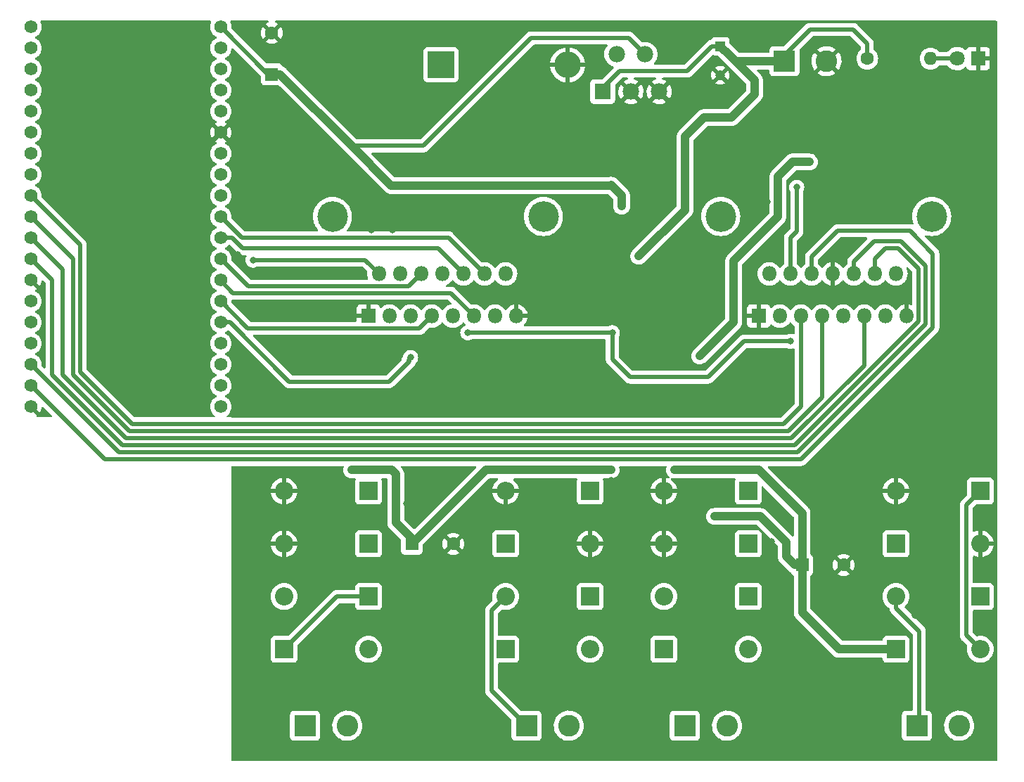
<source format=gbl>
G04 #@! TF.GenerationSoftware,KiCad,Pcbnew,(6.0.5-0)*
G04 #@! TF.CreationDate,2022-09-20T15:19:48+05:30*
G04 #@! TF.ProjectId,FitBot,46697442-6f74-42e6-9b69-6361645f7063,v01*
G04 #@! TF.SameCoordinates,Original*
G04 #@! TF.FileFunction,Copper,L2,Bot*
G04 #@! TF.FilePolarity,Positive*
%FSLAX46Y46*%
G04 Gerber Fmt 4.6, Leading zero omitted, Abs format (unit mm)*
G04 Created by KiCad (PCBNEW (6.0.5-0)) date 2022-09-20 15:19:48*
%MOMM*%
%LPD*%
G01*
G04 APERTURE LIST*
G04 #@! TA.AperFunction,ComponentPad*
%ADD10C,1.560000*%
G04 #@! TD*
G04 #@! TA.AperFunction,ComponentPad*
%ADD11R,2.200000X2.200000*%
G04 #@! TD*
G04 #@! TA.AperFunction,ComponentPad*
%ADD12O,2.200000X2.200000*%
G04 #@! TD*
G04 #@! TA.AperFunction,ComponentPad*
%ADD13R,2.600000X2.600000*%
G04 #@! TD*
G04 #@! TA.AperFunction,ComponentPad*
%ADD14C,2.600000*%
G04 #@! TD*
G04 #@! TA.AperFunction,ComponentPad*
%ADD15R,1.800000X1.800000*%
G04 #@! TD*
G04 #@! TA.AperFunction,ComponentPad*
%ADD16O,1.800000X1.800000*%
G04 #@! TD*
G04 #@! TA.AperFunction,ComponentPad*
%ADD17C,1.600000*%
G04 #@! TD*
G04 #@! TA.AperFunction,ComponentPad*
%ADD18O,1.600000X1.600000*%
G04 #@! TD*
G04 #@! TA.AperFunction,ComponentPad*
%ADD19R,1.981200X1.981200*%
G04 #@! TD*
G04 #@! TA.AperFunction,ComponentPad*
%ADD20C,1.981200*%
G04 #@! TD*
G04 #@! TA.AperFunction,ComponentPad*
%ADD21C,1.200000*%
G04 #@! TD*
G04 #@! TA.AperFunction,ComponentPad*
%ADD22R,1.200000X1.200000*%
G04 #@! TD*
G04 #@! TA.AperFunction,ComponentPad*
%ADD23C,3.686000*%
G04 #@! TD*
G04 #@! TA.AperFunction,ComponentPad*
%ADD24R,1.600000X1.600000*%
G04 #@! TD*
G04 #@! TA.AperFunction,ComponentPad*
%ADD25C,1.800000*%
G04 #@! TD*
G04 #@! TA.AperFunction,ComponentPad*
%ADD26R,3.200000X3.200000*%
G04 #@! TD*
G04 #@! TA.AperFunction,ComponentPad*
%ADD27O,3.200000X3.200000*%
G04 #@! TD*
G04 #@! TA.AperFunction,ViaPad*
%ADD28C,0.800000*%
G04 #@! TD*
G04 #@! TA.AperFunction,Conductor*
%ADD29C,1.000000*%
G04 #@! TD*
G04 #@! TA.AperFunction,Conductor*
%ADD30C,0.550000*%
G04 #@! TD*
G04 APERTURE END LIST*
D10*
G04 #@! TO.P,U2,1,3.3V*
G04 #@! TO.N,unconnected-(U2-Pad1)*
X62230000Y-85090000D03*
G04 #@! TO.P,U2,2,EN*
G04 #@! TO.N,unconnected-(U2-Pad2)*
X62230000Y-82550000D03*
G04 #@! TO.P,U2,3,GPIO36*
G04 #@! TO.N,unconnected-(U2-Pad3)*
X62230000Y-80010000D03*
G04 #@! TO.P,U2,4,GPIO39*
G04 #@! TO.N,unconnected-(U2-Pad4)*
X62230000Y-77470000D03*
G04 #@! TO.P,U2,5,GPIO34*
G04 #@! TO.N,/NET_IN_1_1*
X62230000Y-74930000D03*
G04 #@! TO.P,U2,6,GPIO35*
G04 #@! TO.N,/NET_IN_2_1*
X62230000Y-72390000D03*
G04 #@! TO.P,U2,7,GPIO32*
G04 #@! TO.N,/NET_ENB_1*
X62230000Y-69850000D03*
G04 #@! TO.P,U2,8,GPIO33*
G04 #@! TO.N,/NET_ENA_1*
X62230000Y-67310000D03*
G04 #@! TO.P,U2,9,GPIO25*
G04 #@! TO.N,/NET_IN_3_1*
X62230000Y-64770000D03*
G04 #@! TO.P,U2,10,GPIO26*
G04 #@! TO.N,/NET_IN_4_1*
X62230000Y-62230000D03*
G04 #@! TO.P,U2,11,GPIO27*
G04 #@! TO.N,unconnected-(U2-Pad11)*
X62230000Y-59690000D03*
G04 #@! TO.P,U2,12,GPIO14*
G04 #@! TO.N,unconnected-(U2-Pad12)*
X62230000Y-57150000D03*
G04 #@! TO.P,U2,13,GPIO12*
G04 #@! TO.N,unconnected-(U2-Pad13)*
X62230000Y-54610000D03*
G04 #@! TO.P,U2,14,GND*
G04 #@! TO.N,GND*
X62230000Y-52070000D03*
G04 #@! TO.P,U2,15,GPIO13*
G04 #@! TO.N,unconnected-(U2-Pad15)*
X62230000Y-49530000D03*
G04 #@! TO.P,U2,16,GPIO9*
G04 #@! TO.N,unconnected-(U2-Pad16)*
X62230000Y-46990000D03*
G04 #@! TO.P,U2,17,GPIO10*
G04 #@! TO.N,unconnected-(U2-Pad17)*
X62230000Y-44450000D03*
G04 #@! TO.P,U2,18,GPIO11*
G04 #@! TO.N,unconnected-(U2-Pad18)*
X62230000Y-41910000D03*
G04 #@! TO.P,U2,19,VIN_5V*
G04 #@! TO.N,/+5V*
X62230000Y-39370000D03*
G04 #@! TO.P,U2,20,GPIO6*
G04 #@! TO.N,unconnected-(U2-Pad20)*
X39370000Y-39370000D03*
G04 #@! TO.P,U2,21,GPIO7*
G04 #@! TO.N,unconnected-(U2-Pad21)*
X39370000Y-41910000D03*
G04 #@! TO.P,U2,22,GPIO8*
G04 #@! TO.N,unconnected-(U2-Pad22)*
X39370000Y-44450000D03*
G04 #@! TO.P,U2,23,GPIO15*
G04 #@! TO.N,unconnected-(U2-Pad23)*
X39370000Y-46990000D03*
G04 #@! TO.P,U2,24,GPIO2*
G04 #@! TO.N,unconnected-(U2-Pad24)*
X39370000Y-49530000D03*
G04 #@! TO.P,U2,25,GPIO0*
G04 #@! TO.N,unconnected-(U2-Pad25)*
X39370000Y-52070000D03*
G04 #@! TO.P,U2,26,GPIO4*
G04 #@! TO.N,unconnected-(U2-Pad26)*
X39370000Y-54610000D03*
G04 #@! TO.P,U2,27,GPIO16*
G04 #@! TO.N,unconnected-(U2-Pad27)*
X39370000Y-57150000D03*
G04 #@! TO.P,U2,28,GPIO17*
G04 #@! TO.N,/NET_IN_1_2*
X39370000Y-59690000D03*
G04 #@! TO.P,U2,29,GPIO5*
G04 #@! TO.N,/NET_IN_2_2*
X39370000Y-62230000D03*
G04 #@! TO.P,U2,30,GPIO18*
G04 #@! TO.N,/NET_ENB_2*
X39370000Y-64770000D03*
G04 #@! TO.P,U2,31,GPIO19*
G04 #@! TO.N,/NET_IN_4_2*
X39370000Y-67310000D03*
G04 #@! TO.P,U2,32,GND*
G04 #@! TO.N,GND*
X39370000Y-69850000D03*
G04 #@! TO.P,U2,33,GPIO21*
G04 #@! TO.N,unconnected-(U2-Pad33)*
X39370000Y-72390000D03*
G04 #@! TO.P,U2,34,GPIO3*
G04 #@! TO.N,unconnected-(U2-Pad34)*
X39370000Y-74930000D03*
G04 #@! TO.P,U2,35,GPIO1*
G04 #@! TO.N,unconnected-(U2-Pad35)*
X39370000Y-77470000D03*
G04 #@! TO.P,U2,36,GPIO22*
G04 #@! TO.N,/NET_IN_3_2*
X39370000Y-80010000D03*
G04 #@! TO.P,U2,37,GPIO23*
G04 #@! TO.N,/NET_ENA_2*
X39370000Y-82550000D03*
G04 #@! TO.P,U2,38,GND*
G04 #@! TO.N,GND*
X39370000Y-85090000D03*
G04 #@! TD*
D11*
G04 #@! TO.P,D16,1,K*
G04 #@! TO.N,Net-(D12-Pad2)*
X153670000Y-95250000D03*
D12*
G04 #@! TO.P,D16,2,A*
G04 #@! TO.N,GND*
X143510000Y-95250000D03*
G04 #@! TD*
D13*
G04 #@! TO.P,J3,1,Pin_1*
G04 #@! TO.N,Net-(D3-Pad2)*
X99055000Y-123495000D03*
D14*
G04 #@! TO.P,J3,2,Pin_2*
G04 #@! TO.N,Net-(D4-Pad2)*
X104135000Y-123495000D03*
G04 #@! TD*
D15*
G04 #@! TO.P,U3,1,SENSE_A*
G04 #@! TO.N,GND*
X126995000Y-74185000D03*
D16*
G04 #@! TO.P,U3,2,OUT1*
G04 #@! TO.N,Net-(D13-Pad1)*
X128265000Y-69105000D03*
G04 #@! TO.P,U3,3,OUT2*
G04 #@! TO.N,Net-(D10-Pad2)*
X129535000Y-74185000D03*
G04 #@! TO.P,U3,4,Vs*
G04 #@! TO.N,VCC*
X130805000Y-69105000D03*
G04 #@! TO.P,U3,5,IN1*
G04 #@! TO.N,/NET_IN_1_2*
X132075000Y-74185000D03*
G04 #@! TO.P,U3,6,EnA*
G04 #@! TO.N,/NET_ENA_2*
X133345000Y-69105000D03*
G04 #@! TO.P,U3,7,IN2*
G04 #@! TO.N,/NET_IN_2_2*
X134615000Y-74185000D03*
G04 #@! TO.P,U3,8,GND*
G04 #@! TO.N,GND*
X135885000Y-69105000D03*
G04 #@! TO.P,U3,9,Vss*
G04 #@! TO.N,/+5V*
X137155000Y-74185000D03*
G04 #@! TO.P,U3,10,IN3*
G04 #@! TO.N,/NET_IN_3_2*
X138425000Y-69105000D03*
G04 #@! TO.P,U3,11,EnB*
G04 #@! TO.N,/NET_ENB_2*
X139695000Y-74185000D03*
G04 #@! TO.P,U3,12,IN4*
G04 #@! TO.N,/NET_IN_4_2*
X140965000Y-69105000D03*
G04 #@! TO.P,U3,13,OUT3*
G04 #@! TO.N,Net-(D11-Pad2)*
X142235000Y-74185000D03*
G04 #@! TO.P,U3,14,OUT4*
G04 #@! TO.N,Net-(D12-Pad2)*
X143505000Y-69105000D03*
G04 #@! TO.P,U3,15,SENSE_B*
G04 #@! TO.N,GND*
X144775000Y-74185000D03*
G04 #@! TD*
D11*
G04 #@! TO.P,D15,1,K*
G04 #@! TO.N,Net-(D11-Pad2)*
X143510000Y-101600000D03*
D12*
G04 #@! TO.P,D15,2,A*
G04 #@! TO.N,GND*
X153670000Y-101600000D03*
G04 #@! TD*
D11*
G04 #@! TO.P,D14,1,K*
G04 #@! TO.N,Net-(D10-Pad2)*
X125730000Y-95250000D03*
D12*
G04 #@! TO.P,D14,2,A*
G04 #@! TO.N,GND*
X115570000Y-95250000D03*
G04 #@! TD*
D11*
G04 #@! TO.P,D7,1,K*
G04 #@! TO.N,Net-(D3-Pad2)*
X96520000Y-101600000D03*
D12*
G04 #@! TO.P,D7,2,A*
G04 #@! TO.N,GND*
X106680000Y-101600000D03*
G04 #@! TD*
D11*
G04 #@! TO.P,D2,1,K*
G04 #@! TO.N,VCC*
X69850000Y-114300000D03*
D12*
G04 #@! TO.P,D2,2,A*
G04 #@! TO.N,Net-(D2-Pad2)*
X80010000Y-114300000D03*
G04 #@! TD*
D17*
G04 #@! TO.P,R1,1*
G04 #@! TO.N,VCC*
X140060000Y-43180000D03*
D18*
G04 #@! TO.P,R1,2*
G04 #@! TO.N,Net-(D18-Pad2)*
X147680000Y-43180000D03*
G04 #@! TD*
D13*
G04 #@! TO.P,J2,1,Pin_1*
G04 #@! TO.N,Net-(D1-Pad2)*
X72385000Y-123495000D03*
D14*
G04 #@! TO.P,J2,2,Pin_2*
G04 #@! TO.N,Net-(D2-Pad2)*
X77465000Y-123495000D03*
G04 #@! TD*
D11*
G04 #@! TO.P,D10,1,K*
G04 #@! TO.N,VCC*
X115570000Y-114300000D03*
D12*
G04 #@! TO.P,D10,2,A*
G04 #@! TO.N,Net-(D10-Pad2)*
X125730000Y-114300000D03*
G04 #@! TD*
D11*
G04 #@! TO.P,D13,1,K*
G04 #@! TO.N,Net-(D13-Pad1)*
X125730000Y-101600000D03*
D12*
G04 #@! TO.P,D13,2,A*
G04 #@! TO.N,GND*
X115570000Y-101600000D03*
G04 #@! TD*
D11*
G04 #@! TO.P,D1,1,K*
G04 #@! TO.N,VCC*
X80010000Y-107950000D03*
D12*
G04 #@! TO.P,D1,2,A*
G04 #@! TO.N,Net-(D1-Pad2)*
X69850000Y-107950000D03*
G04 #@! TD*
D15*
G04 #@! TO.P,U4,1,SENSE_A*
G04 #@! TO.N,GND*
X80005000Y-74185000D03*
D16*
G04 #@! TO.P,U4,2,OUT1*
G04 #@! TO.N,Net-(D1-Pad2)*
X81275000Y-69105000D03*
G04 #@! TO.P,U4,3,OUT2*
G04 #@! TO.N,Net-(D2-Pad2)*
X82545000Y-74185000D03*
G04 #@! TO.P,U4,4,Vs*
G04 #@! TO.N,VCC*
X83815000Y-69105000D03*
G04 #@! TO.P,U4,5,IN1*
G04 #@! TO.N,/NET_IN_1_1*
X85085000Y-74185000D03*
G04 #@! TO.P,U4,6,EnA*
G04 #@! TO.N,/NET_ENA_1*
X86355000Y-69105000D03*
G04 #@! TO.P,U4,7,IN2*
G04 #@! TO.N,/NET_IN_2_1*
X87625000Y-74185000D03*
G04 #@! TO.P,U4,8,GND*
G04 #@! TO.N,GND*
X88895000Y-69105000D03*
G04 #@! TO.P,U4,9,Vss*
G04 #@! TO.N,/+5V*
X90165000Y-74185000D03*
G04 #@! TO.P,U4,10,IN3*
G04 #@! TO.N,/NET_IN_3_1*
X91435000Y-69105000D03*
G04 #@! TO.P,U4,11,EnB*
G04 #@! TO.N,/NET_ENB_1*
X92705000Y-74185000D03*
G04 #@! TO.P,U4,12,IN4*
G04 #@! TO.N,/NET_IN_4_1*
X93975000Y-69105000D03*
G04 #@! TO.P,U4,13,OUT3*
G04 #@! TO.N,Net-(D3-Pad2)*
X95245000Y-74185000D03*
G04 #@! TO.P,U4,14,OUT4*
G04 #@! TO.N,Net-(D4-Pad2)*
X96515000Y-69105000D03*
G04 #@! TO.P,U4,15,SENSE_B*
G04 #@! TO.N,GND*
X97785000Y-74185000D03*
G04 #@! TD*
D11*
G04 #@! TO.P,D8,1,K*
G04 #@! TO.N,Net-(D4-Pad2)*
X106680000Y-95250000D03*
D12*
G04 #@! TO.P,D8,2,A*
G04 #@! TO.N,GND*
X96520000Y-95250000D03*
G04 #@! TD*
D11*
G04 #@! TO.P,D11,1,K*
G04 #@! TO.N,VCC*
X153670000Y-107950000D03*
D12*
G04 #@! TO.P,D11,2,A*
G04 #@! TO.N,Net-(D11-Pad2)*
X143510000Y-107950000D03*
G04 #@! TD*
D19*
G04 #@! TO.P,U1,1,VIN*
G04 #@! TO.N,VCC*
X108200000Y-47160400D03*
D20*
G04 #@! TO.P,U1,2,OUT*
G04 #@! TO.N,Net-(L1-Pad2)*
X109901800Y-42690000D03*
G04 #@! TO.P,U1,3,GND*
G04 #@! TO.N,GND*
X111603600Y-47160400D03*
G04 #@! TO.P,U1,4,FB*
G04 #@! TO.N,/+5V*
X113305400Y-42690000D03*
G04 #@! TO.P,U1,5,~{ON}/OFF*
G04 #@! TO.N,GND*
X115007200Y-47160400D03*
G04 #@! TD*
D11*
G04 #@! TO.P,D5,1,K*
G04 #@! TO.N,Net-(D1-Pad2)*
X80010000Y-101600000D03*
D12*
G04 #@! TO.P,D5,2,A*
G04 #@! TO.N,GND*
X69850000Y-101600000D03*
G04 #@! TD*
D11*
G04 #@! TO.P,D9,1,K*
G04 #@! TO.N,VCC*
X125730000Y-107950000D03*
D12*
G04 #@! TO.P,D9,2,A*
G04 #@! TO.N,Net-(D13-Pad1)*
X115570000Y-107950000D03*
G04 #@! TD*
D21*
G04 #@! TO.P,C1,N*
G04 #@! TO.N,GND*
X122370000Y-45190000D03*
D22*
G04 #@! TO.P,C1,P*
G04 #@! TO.N,VCC*
X122370000Y-41690000D03*
G04 #@! TD*
D13*
G04 #@! TO.P,J1,1,Pin_1*
G04 #@! TO.N,VCC*
X130075000Y-43495000D03*
D14*
G04 #@! TO.P,J1,2,Pin_2*
G04 #@! TO.N,GND*
X135155000Y-43495000D03*
G04 #@! TD*
D23*
G04 #@! TO.P,REF\u002A\u002A,1*
G04 #@! TO.N,N/C*
X122420000Y-62190000D03*
G04 #@! TO.P,REF\u002A\u002A,2*
X147820000Y-62190000D03*
G04 #@! TD*
D11*
G04 #@! TO.P,D6,1,K*
G04 #@! TO.N,Net-(D2-Pad2)*
X80010000Y-95250000D03*
D12*
G04 #@! TO.P,D6,2,A*
G04 #@! TO.N,GND*
X69850000Y-95250000D03*
G04 #@! TD*
D24*
G04 #@! TO.P,C2,1*
G04 #@! TO.N,/+5V*
X68370000Y-45092651D03*
D17*
G04 #@! TO.P,C2,2*
G04 #@! TO.N,GND*
X68370000Y-40092651D03*
G04 #@! TD*
D15*
G04 #@! TO.P,D18,1,K*
G04 #@! TO.N,GND*
X153395000Y-43180000D03*
D25*
G04 #@! TO.P,D18,2,A*
G04 #@! TO.N,Net-(D18-Pad2)*
X150855000Y-43180000D03*
G04 #@! TD*
D11*
G04 #@! TO.P,D3,1,K*
G04 #@! TO.N,VCC*
X106680000Y-107950000D03*
D12*
G04 #@! TO.P,D3,2,A*
G04 #@! TO.N,Net-(D3-Pad2)*
X96520000Y-107950000D03*
G04 #@! TD*
D13*
G04 #@! TO.P,J4,1,Pin_1*
G04 #@! TO.N,Net-(D13-Pad1)*
X118105000Y-123495000D03*
D14*
G04 #@! TO.P,J4,2,Pin_2*
G04 #@! TO.N,Net-(D10-Pad2)*
X123185000Y-123495000D03*
G04 #@! TD*
D26*
G04 #@! TO.P,D17,1,K*
G04 #@! TO.N,Net-(L1-Pad2)*
X88750000Y-43940000D03*
D27*
G04 #@! TO.P,D17,2,A*
G04 #@! TO.N,GND*
X103990000Y-43940000D03*
G04 #@! TD*
D24*
G04 #@! TO.P,C3,1*
G04 #@! TO.N,VCC*
X85227349Y-101600000D03*
D17*
G04 #@! TO.P,C3,2*
G04 #@! TO.N,GND*
X90227349Y-101600000D03*
G04 #@! TD*
D11*
G04 #@! TO.P,D4,1,K*
G04 #@! TO.N,VCC*
X96520000Y-114300000D03*
D12*
G04 #@! TO.P,D4,2,A*
G04 #@! TO.N,Net-(D4-Pad2)*
X106680000Y-114300000D03*
G04 #@! TD*
D13*
G04 #@! TO.P,J5,1,Pin_1*
G04 #@! TO.N,Net-(D11-Pad2)*
X146045000Y-123495000D03*
D14*
G04 #@! TO.P,J5,2,Pin_2*
G04 #@! TO.N,Net-(D12-Pad2)*
X151125000Y-123495000D03*
G04 #@! TD*
D24*
G04 #@! TO.P,C4,1*
G04 #@! TO.N,VCC*
X132217349Y-104140000D03*
D17*
G04 #@! TO.P,C4,2*
G04 #@! TO.N,GND*
X137217349Y-104140000D03*
G04 #@! TD*
D23*
G04 #@! TO.P,REF\u002A\u002A,1*
G04 #@! TO.N,N/C*
X75670000Y-62190000D03*
G04 #@! TO.P,REF\u002A\u002A,2*
X101070000Y-62190000D03*
G04 #@! TD*
D11*
G04 #@! TO.P,D12,1,K*
G04 #@! TO.N,VCC*
X143510000Y-114300000D03*
D12*
G04 #@! TO.P,D12,2,A*
G04 #@! TO.N,Net-(D12-Pad2)*
X153670000Y-114300000D03*
G04 #@! TD*
D28*
G04 #@! TO.N,VCC*
X112550000Y-66970000D03*
X77978000Y-92710000D03*
X119888000Y-78994000D03*
X109220000Y-92710000D03*
X116840000Y-92710000D03*
X121666000Y-98298000D03*
X131572000Y-58674000D03*
X133096000Y-55626000D03*
G04 #@! TO.N,GND*
X122428000Y-117856000D03*
X140716000Y-49276000D03*
X114554000Y-99314000D03*
X151384000Y-69342000D03*
X141224000Y-47752000D03*
X118618000Y-49530000D03*
X93218000Y-99568000D03*
X144018000Y-39878000D03*
X98298000Y-80772000D03*
X90170000Y-112776000D03*
X99568000Y-110490000D03*
X91694000Y-103886000D03*
X137160000Y-96520000D03*
X140716000Y-56896000D03*
X71882000Y-77978000D03*
X69850000Y-58420000D03*
X127762000Y-56388000D03*
X87630000Y-93980000D03*
X102362000Y-96012000D03*
X135128000Y-48006000D03*
X66040000Y-93980000D03*
X145796000Y-110236000D03*
X148844000Y-84582000D03*
X111506000Y-94488000D03*
X121412000Y-125476000D03*
X86360000Y-55372000D03*
X42418000Y-42164000D03*
X155194000Y-85090000D03*
X119888000Y-106172000D03*
X122174000Y-68580000D03*
X87376000Y-114300000D03*
X43180000Y-48514000D03*
X49530000Y-76454000D03*
X104902000Y-53086000D03*
X109237346Y-96511893D03*
X86360000Y-50546000D03*
X139700000Y-95250000D03*
X79248000Y-80010000D03*
X73914000Y-73406000D03*
X56134000Y-49022000D03*
X70612000Y-41402000D03*
X137414000Y-46482000D03*
X138684000Y-111506000D03*
X125730000Y-41656000D03*
X116586000Y-43180000D03*
X73914000Y-79502000D03*
X53594000Y-48006000D03*
X154432000Y-123952000D03*
X90678000Y-61214000D03*
X113030000Y-93980000D03*
X117094000Y-109474000D03*
X135128000Y-95758000D03*
X85852000Y-93980000D03*
X81788000Y-46736000D03*
X130302000Y-52832000D03*
X139700000Y-92710000D03*
X78740000Y-40386000D03*
X128524000Y-101346000D03*
X52070000Y-66294000D03*
X117094000Y-41148000D03*
X85090000Y-119126000D03*
X147320000Y-106172000D03*
X127254000Y-80010000D03*
X82911042Y-63795500D03*
X89154000Y-117602000D03*
X72390000Y-92710000D03*
X66802000Y-99568000D03*
X153670000Y-75438000D03*
X65532000Y-113538000D03*
X53340000Y-56388000D03*
X91694000Y-117348000D03*
X57150000Y-58420000D03*
X72644000Y-62230000D03*
X48514000Y-62230000D03*
X71882000Y-119126000D03*
X75438000Y-120142000D03*
X147066000Y-99568000D03*
X147066000Y-53340000D03*
X64516000Y-59182000D03*
X84836000Y-109220000D03*
X47752000Y-73660000D03*
X140716000Y-124714000D03*
X116332000Y-79756000D03*
X128016000Y-40386000D03*
X70612000Y-73406000D03*
X74168000Y-100584000D03*
X118364000Y-68326000D03*
X136906000Y-60198000D03*
X149352000Y-118110000D03*
X140208000Y-105410000D03*
X136906000Y-51308000D03*
X137922000Y-92964000D03*
X120650000Y-100076000D03*
X104648000Y-116840000D03*
X143256000Y-43688000D03*
X83820000Y-115062000D03*
X90424000Y-92964000D03*
X111760000Y-107188000D03*
X137668000Y-95250000D03*
X65786000Y-125222000D03*
X72390000Y-104902000D03*
X70104000Y-69088000D03*
X100838000Y-47752000D03*
X118872000Y-39878000D03*
X74422000Y-56896000D03*
X136906000Y-55118000D03*
X49276000Y-39624000D03*
X137922000Y-123444000D03*
X72898000Y-39624000D03*
X73152000Y-93726000D03*
X87884000Y-125476000D03*
X94488000Y-42418000D03*
X95504000Y-125222000D03*
X70612000Y-54102000D03*
X114808000Y-51816000D03*
X124714000Y-40132000D03*
X138938000Y-108204000D03*
X122428000Y-94742000D03*
X116586000Y-72136000D03*
X78994000Y-98552000D03*
X53340000Y-61722000D03*
X87884000Y-48006000D03*
X96774000Y-61214000D03*
X47752000Y-52324000D03*
X139192000Y-45974000D03*
X111252000Y-51562000D03*
X90678000Y-47244000D03*
X131064000Y-122936000D03*
X99060000Y-97790000D03*
X92710000Y-96520000D03*
X128524000Y-125984000D03*
X115824000Y-58674000D03*
X123190000Y-104902000D03*
X147574000Y-89408000D03*
X112776000Y-102362000D03*
X140208000Y-120396000D03*
X86106000Y-96774000D03*
X97282000Y-78994000D03*
X84582000Y-96774000D03*
X95758000Y-65024000D03*
X50292000Y-43434000D03*
X121666000Y-111760000D03*
X119380000Y-73406000D03*
X80378274Y-63795500D03*
X88900000Y-93980000D03*
X152654000Y-60452000D03*
X93218000Y-103124000D03*
X77216000Y-47244000D03*
X69596000Y-62230000D03*
X128778000Y-97028000D03*
X101854000Y-108712000D03*
X67564000Y-104394000D03*
X105410000Y-71882000D03*
X112522000Y-54864000D03*
X58674000Y-42926000D03*
X100584000Y-94742000D03*
X102108000Y-120142000D03*
X133350000Y-93980000D03*
X65532000Y-108458000D03*
X79756000Y-60452000D03*
X154178000Y-98298000D03*
X111760000Y-96520000D03*
X143002000Y-61468000D03*
X65532000Y-39624000D03*
X72390000Y-45466000D03*
X90170000Y-119634000D03*
X128016000Y-60452000D03*
X110236000Y-120396000D03*
X81534000Y-127000000D03*
X65532000Y-51562000D03*
X100838000Y-99314000D03*
X111760000Y-124460000D03*
X91186000Y-55118000D03*
X109220000Y-93980000D03*
X151384000Y-118618000D03*
X105918000Y-61976000D03*
X149098000Y-92456000D03*
X147320000Y-39624000D03*
X145796000Y-85344000D03*
X47498000Y-57404000D03*
X92710000Y-44450000D03*
X145796000Y-57658000D03*
X116840000Y-77724000D03*
X111252000Y-113030000D03*
X53340000Y-75692000D03*
X148590000Y-102616000D03*
X88138000Y-39878000D03*
X43180000Y-52324000D03*
X134874000Y-93218000D03*
X148082000Y-96266000D03*
X87884000Y-77470000D03*
X105410000Y-78740000D03*
X129794000Y-110490000D03*
X74676000Y-116332000D03*
X83566000Y-121666000D03*
X64770000Y-45720000D03*
X57912000Y-70612000D03*
X57150000Y-77724000D03*
X118618000Y-118872000D03*
X144272000Y-89916000D03*
X119634000Y-41402000D03*
X132080000Y-114808000D03*
X59690000Y-78740000D03*
X137922000Y-117348000D03*
X76200000Y-113030000D03*
X149860000Y-80518000D03*
X155194000Y-92202000D03*
X73660000Y-69342000D03*
X55118000Y-65278000D03*
X151892000Y-54610000D03*
X130810000Y-92710000D03*
X91948000Y-80772000D03*
X87376000Y-80772000D03*
X93726000Y-105664000D03*
X69850000Y-92710000D03*
X82804000Y-40386000D03*
X98552000Y-117094000D03*
X125222000Y-55118000D03*
X124460000Y-104394000D03*
X46228000Y-45212000D03*
X147574000Y-46228000D03*
X133350000Y-45720000D03*
X154686000Y-104902000D03*
X133350000Y-41656000D03*
X154178000Y-111506000D03*
X106934000Y-70612000D03*
X100076000Y-44450000D03*
X73406000Y-126238000D03*
X117348000Y-98806000D03*
X97790000Y-53340000D03*
X64262000Y-66802000D03*
X110744000Y-77978000D03*
X101854000Y-55372000D03*
X103632000Y-47498000D03*
X137668000Y-43434000D03*
X107950000Y-80010000D03*
X98044000Y-66040000D03*
X115316000Y-41402000D03*
X112776000Y-97790000D03*
X130302000Y-117094000D03*
X104648000Y-64516000D03*
X145034000Y-81534000D03*
G04 #@! TO.N,Net-(D1-Pad2)*
X66120000Y-67440000D03*
G04 #@! TO.N,/+5V*
X91970000Y-76190000D03*
X109370000Y-76190000D03*
X130810000Y-77216000D03*
X110490000Y-60960000D03*
G04 #@! TO.N,/NET_IN_1_1*
X85085000Y-79175000D03*
G04 #@! TD*
D29*
G04 #@! TO.N,VCC*
X116840000Y-92710000D02*
X126989022Y-92710000D01*
X112550000Y-66970000D02*
X118110000Y-61410000D01*
D30*
X76200000Y-107950000D02*
X69850000Y-114300000D01*
X110260874Y-44690000D02*
X118370000Y-44690000D01*
D29*
X77978000Y-92710000D02*
X82804000Y-92710000D01*
X121666000Y-98298000D02*
X127172366Y-98298000D01*
X118110000Y-61410000D02*
X118110000Y-52578000D01*
X85227349Y-100975349D02*
X85227349Y-101600000D01*
X123525000Y-42845000D02*
X124175000Y-43495000D01*
D30*
X131572000Y-64008000D02*
X130805000Y-64775000D01*
X108200000Y-46750874D02*
X110260874Y-44690000D01*
D29*
X123952000Y-67564000D02*
X129286000Y-62230000D01*
X123698000Y-50292000D02*
X126492000Y-47498000D01*
D30*
X130075000Y-42777000D02*
X133162000Y-39690000D01*
D29*
X129286000Y-62230000D02*
X129286000Y-57404000D01*
X119888000Y-78994000D02*
X123952000Y-74930000D01*
X127172366Y-98298000D02*
X130302000Y-101427634D01*
X130302000Y-103124000D02*
X131318000Y-104140000D01*
D30*
X121370000Y-41690000D02*
X122370000Y-41690000D01*
D29*
X131064000Y-55626000D02*
X133096000Y-55626000D01*
X94117349Y-92710000D02*
X85227349Y-101600000D01*
X132217349Y-109865349D02*
X136652000Y-114300000D01*
X126492000Y-47498000D02*
X126492000Y-45812000D01*
X130302000Y-101427634D02*
X130302000Y-103124000D01*
X123952000Y-74930000D02*
X123952000Y-67564000D01*
X136652000Y-114300000D02*
X143510000Y-114300000D01*
X83312000Y-99060000D02*
X85227349Y-100975349D01*
X132217349Y-97938327D02*
X132217349Y-104140000D01*
D30*
X138370000Y-39690000D02*
X140060000Y-41380000D01*
X118370000Y-44690000D02*
X121370000Y-41690000D01*
X108200000Y-47160400D02*
X108200000Y-46750874D01*
X133162000Y-39690000D02*
X138370000Y-39690000D01*
D29*
X118110000Y-52578000D02*
X120396000Y-50292000D01*
D30*
X131572000Y-58674000D02*
X131572000Y-64008000D01*
D29*
X129286000Y-57404000D02*
X131064000Y-55626000D01*
X109220000Y-92710000D02*
X94117349Y-92710000D01*
X124175000Y-43495000D02*
X130075000Y-43495000D01*
D30*
X140060000Y-41380000D02*
X140060000Y-43180000D01*
D29*
X123525000Y-42845000D02*
X122370000Y-41690000D01*
D30*
X80010000Y-107950000D02*
X76200000Y-107950000D01*
X130075000Y-43495000D02*
X130075000Y-42777000D01*
X130805000Y-64775000D02*
X130805000Y-69105000D01*
D29*
X120396000Y-50292000D02*
X123698000Y-50292000D01*
X126989022Y-92710000D02*
X132217349Y-97938327D01*
X132217349Y-104140000D02*
X132217349Y-109865349D01*
X82804000Y-92710000D02*
X83312000Y-93218000D01*
X83312000Y-93218000D02*
X83312000Y-99060000D01*
X131318000Y-104140000D02*
X132217349Y-104140000D01*
X126492000Y-45812000D02*
X123525000Y-42845000D01*
D30*
G04 #@! TO.N,Net-(D1-Pad2)*
X66120000Y-67440000D02*
X79610000Y-67440000D01*
X79610000Y-67440000D02*
X81275000Y-69105000D01*
G04 #@! TO.N,Net-(D3-Pad2)*
X94845489Y-119285489D02*
X99055000Y-123495000D01*
X96520000Y-107950000D02*
X94845489Y-109624511D01*
X94845489Y-109624511D02*
X94845489Y-119285489D01*
G04 #@! TO.N,/+5V*
X125222000Y-77216000D02*
X120904000Y-81534000D01*
X111506000Y-81534000D02*
X109370000Y-79398000D01*
D29*
X82770000Y-58490000D02*
X77970000Y-53690000D01*
D30*
X86620000Y-53690000D02*
X99620000Y-40690000D01*
X109370000Y-76190000D02*
X91970000Y-76190000D01*
X120904000Y-81534000D02*
X111506000Y-81534000D01*
D29*
X108540400Y-58490000D02*
X109150000Y-58490000D01*
D30*
X130810000Y-77216000D02*
X125222000Y-77216000D01*
X67952651Y-45092651D02*
X68370000Y-45092651D01*
D29*
X109220000Y-58420000D02*
X110490000Y-59690000D01*
D30*
X99620000Y-40690000D02*
X111305400Y-40690000D01*
X62230000Y-39370000D02*
X67952651Y-45092651D01*
D29*
X69372651Y-45092651D02*
X68370000Y-45092651D01*
X108540400Y-58490000D02*
X82770000Y-58490000D01*
D30*
X77970000Y-53690000D02*
X86620000Y-53690000D01*
X111305400Y-40690000D02*
X113305400Y-42690000D01*
D29*
X109150000Y-58490000D02*
X109220000Y-58420000D01*
X110490000Y-59690000D02*
X110490000Y-60960000D01*
X77970000Y-53690000D02*
X69372651Y-45092651D01*
D30*
X109370000Y-79398000D02*
X109370000Y-76190000D01*
G04 #@! TO.N,Net-(D11-Pad2)*
X143510000Y-107950000D02*
X143510000Y-109328168D01*
X146304000Y-112122168D02*
X146304000Y-123236000D01*
X146304000Y-123236000D02*
X146045000Y-123495000D01*
X143510000Y-109328168D02*
X146304000Y-112122168D01*
G04 #@! TO.N,Net-(D12-Pad2)*
X153670000Y-95250000D02*
X151995489Y-96924511D01*
X151995489Y-112625489D02*
X153670000Y-114300000D01*
X151995489Y-96924511D02*
X151995489Y-112625489D01*
G04 #@! TO.N,Net-(D18-Pad2)*
X147680000Y-43180000D02*
X150855000Y-43180000D01*
G04 #@! TO.N,/NET_IN_1_2*
X132080000Y-85090000D02*
X129977600Y-87192400D01*
X45299520Y-80928118D02*
X45299520Y-65619520D01*
X132075000Y-74185000D02*
X132075000Y-80485000D01*
X132080000Y-80490000D02*
X132080000Y-85090000D01*
X51563802Y-87192400D02*
X45299520Y-80928118D01*
X45299520Y-65619520D02*
X39370000Y-59690000D01*
X129977600Y-87192400D02*
X51563802Y-87192400D01*
X132075000Y-80485000D02*
X132080000Y-80490000D01*
G04 #@! TO.N,/NET_IN_2_2*
X51211920Y-88041920D02*
X130567913Y-88041920D01*
X134615000Y-83994833D02*
X134615000Y-74185000D01*
X130567913Y-88041920D02*
X134615000Y-83994833D01*
X44450000Y-81280000D02*
X51211920Y-88041920D01*
X39370000Y-62230000D02*
X44450000Y-67310000D01*
X44450000Y-67310000D02*
X44450000Y-81280000D01*
G04 #@! TO.N,/NET_ENA_2*
X133345000Y-67061000D02*
X133345000Y-69105000D01*
X145200481Y-63920481D02*
X136485519Y-63920481D01*
X48260000Y-91440000D02*
X132080000Y-91440000D01*
X147948549Y-66668549D02*
X145200481Y-63920481D01*
X132080000Y-91440000D02*
X147948549Y-75571451D01*
X39370000Y-82550000D02*
X48260000Y-91440000D01*
X147948549Y-75571451D02*
X147948549Y-66668549D01*
X136485519Y-63920481D02*
X133345000Y-67061000D01*
G04 #@! TO.N,/NET_IN_3_2*
X131659520Y-90590480D02*
X147099030Y-75150970D01*
X39370000Y-80010000D02*
X49950480Y-90590480D01*
X138425000Y-67637598D02*
X138425000Y-69105000D01*
X49950480Y-90590480D02*
X131659520Y-90590480D01*
X147099030Y-68142353D02*
X144147157Y-65190480D01*
X147099030Y-75150970D02*
X147099030Y-68142353D01*
X140872117Y-65190481D02*
X138425000Y-67637598D01*
X144147157Y-65190480D02*
X140872117Y-65190481D01*
G04 #@! TO.N,/NET_IN_4_2*
X39370000Y-67310000D02*
X41910000Y-69850000D01*
X143795275Y-66040000D02*
X142240000Y-66040000D01*
X50370960Y-89740960D02*
X131304315Y-89740960D01*
X140965000Y-67315000D02*
X140965000Y-69105000D01*
X146249511Y-68494236D02*
X143795275Y-66040000D01*
X41910000Y-69850000D02*
X41910000Y-81280000D01*
X41910000Y-81280000D02*
X50370960Y-89740960D01*
X142240000Y-66040000D02*
X140965000Y-67315000D01*
X131304315Y-89740960D02*
X146249511Y-74795764D01*
X146249511Y-74795764D02*
X146249511Y-68494236D01*
G04 #@! TO.N,/NET_ENB_2*
X139695000Y-80116235D02*
X139695000Y-74185000D01*
X130919795Y-88891440D02*
X139695000Y-80116235D01*
X39370000Y-64770000D02*
X43180000Y-68580000D01*
X43180000Y-81280000D02*
X50791440Y-88891440D01*
X50791440Y-88891440D02*
X130919795Y-88891440D01*
X43180000Y-68580000D02*
X43180000Y-81280000D01*
G04 #@! TO.N,/NET_IN_1_1*
X82473079Y-82086921D02*
X84820000Y-79740000D01*
X63311402Y-74930000D02*
X70468323Y-82086921D01*
X85085000Y-79175000D02*
X84820000Y-79440000D01*
X84820000Y-79740000D02*
X84970000Y-79590000D01*
X62230000Y-74930000D02*
X63311402Y-74930000D01*
X70468323Y-82086921D02*
X82473079Y-82086921D01*
X84970000Y-79590000D02*
X84970000Y-79290000D01*
G04 #@! TO.N,/NET_ENA_1*
X65510000Y-70590000D02*
X84870000Y-70590000D01*
X84870000Y-70590000D02*
X86355000Y-69105000D01*
X62230000Y-67310000D02*
X65510000Y-70590000D01*
G04 #@! TO.N,/NET_IN_3_1*
X88370000Y-66040000D02*
X91435000Y-69105000D01*
X64878168Y-66040000D02*
X88370000Y-66040000D01*
X62230000Y-64770000D02*
X63608168Y-64770000D01*
X63608168Y-64770000D02*
X64878168Y-66040000D01*
G04 #@! TO.N,/NET_IN_4_1*
X63960051Y-63920481D02*
X64809570Y-64770000D01*
X63920480Y-63920480D02*
X63960051Y-63920481D01*
X62230000Y-62230000D02*
X63920480Y-63920480D01*
X64809570Y-64770000D02*
X89640000Y-64770000D01*
X89640000Y-64770000D02*
X93975000Y-69105000D01*
G04 #@! TO.N,/NET_ENB_1*
X62230000Y-69850000D02*
X62230000Y-69950000D01*
X89960489Y-71440489D02*
X92705000Y-74185000D01*
X63720489Y-71440489D02*
X89960489Y-71440489D01*
X62230000Y-69950000D02*
X63720489Y-71440489D01*
G04 #@! TO.N,/NET_IN_2_1*
X65499511Y-75659511D02*
X86150489Y-75659511D01*
X86150489Y-75659511D02*
X87625000Y-74185000D01*
X62230000Y-72390000D02*
X65499511Y-75659511D01*
G04 #@! TD*
G04 #@! TA.AperFunction,Conductor*
G04 #@! TO.N,GND*
G36*
X61033731Y-38628502D02*
G01*
X61080224Y-38682158D01*
X61090328Y-38752432D01*
X61079805Y-38787750D01*
X61017972Y-38920351D01*
X61014581Y-38927624D01*
X61013159Y-38932932D01*
X61013158Y-38932934D01*
X60975871Y-39072091D01*
X60956228Y-39145400D01*
X60936578Y-39370000D01*
X60956228Y-39594600D01*
X60957652Y-39599913D01*
X60957652Y-39599915D01*
X60992038Y-39728243D01*
X61014581Y-39812376D01*
X61016903Y-39817357D01*
X61016904Y-39817358D01*
X61100224Y-39996037D01*
X61109864Y-40016711D01*
X61239181Y-40201396D01*
X61398604Y-40360819D01*
X61583289Y-40490136D01*
X61588267Y-40492457D01*
X61588270Y-40492459D01*
X61659781Y-40525805D01*
X61713066Y-40572723D01*
X61732527Y-40641000D01*
X61711985Y-40708960D01*
X61659781Y-40754195D01*
X61588270Y-40787541D01*
X61588267Y-40787543D01*
X61583289Y-40789864D01*
X61398604Y-40919181D01*
X61239181Y-41078604D01*
X61109864Y-41263289D01*
X61107543Y-41268267D01*
X61107541Y-41268270D01*
X61016904Y-41462642D01*
X61014581Y-41467624D01*
X61013159Y-41472932D01*
X61013158Y-41472934D01*
X61012235Y-41476379D01*
X60956228Y-41685400D01*
X60936578Y-41910000D01*
X60956228Y-42134600D01*
X60957652Y-42139913D01*
X60957652Y-42139915D01*
X61010113Y-42335700D01*
X61014581Y-42352376D01*
X61016903Y-42357357D01*
X61016904Y-42357358D01*
X61071815Y-42475114D01*
X61109864Y-42556711D01*
X61239181Y-42741396D01*
X61398604Y-42900819D01*
X61583289Y-43030136D01*
X61588267Y-43032457D01*
X61588270Y-43032459D01*
X61659781Y-43065805D01*
X61713066Y-43112723D01*
X61732527Y-43181000D01*
X61711985Y-43248960D01*
X61659781Y-43294195D01*
X61588270Y-43327541D01*
X61588267Y-43327543D01*
X61583289Y-43329864D01*
X61398604Y-43459181D01*
X61239181Y-43618604D01*
X61109864Y-43803289D01*
X61107543Y-43808267D01*
X61107541Y-43808270D01*
X61054415Y-43922200D01*
X61014581Y-44007624D01*
X61013159Y-44012932D01*
X61013158Y-44012934D01*
X60961043Y-44207429D01*
X60956228Y-44225400D01*
X60936578Y-44450000D01*
X60956228Y-44674600D01*
X60957652Y-44679913D01*
X60957652Y-44679915D01*
X61001387Y-44843134D01*
X61014581Y-44892376D01*
X61016903Y-44897357D01*
X61016904Y-44897358D01*
X61100028Y-45075617D01*
X61109864Y-45096711D01*
X61239181Y-45281396D01*
X61398604Y-45440819D01*
X61583289Y-45570136D01*
X61588267Y-45572457D01*
X61588270Y-45572459D01*
X61659781Y-45605805D01*
X61713066Y-45652723D01*
X61732527Y-45721000D01*
X61711985Y-45788960D01*
X61659781Y-45834195D01*
X61588270Y-45867541D01*
X61588267Y-45867543D01*
X61583289Y-45869864D01*
X61398604Y-45999181D01*
X61239181Y-46158604D01*
X61109864Y-46343289D01*
X61107543Y-46348267D01*
X61107541Y-46348270D01*
X61016904Y-46542642D01*
X61014581Y-46547624D01*
X61013159Y-46552932D01*
X61013158Y-46552934D01*
X60988182Y-46646146D01*
X60956228Y-46765400D01*
X60936578Y-46990000D01*
X60956228Y-47214600D01*
X61014581Y-47432376D01*
X61016903Y-47437357D01*
X61016904Y-47437358D01*
X61071656Y-47554773D01*
X61109864Y-47636711D01*
X61239181Y-47821396D01*
X61398604Y-47980819D01*
X61583289Y-48110136D01*
X61588267Y-48112457D01*
X61588270Y-48112459D01*
X61659781Y-48145805D01*
X61713066Y-48192723D01*
X61732527Y-48261000D01*
X61711985Y-48328960D01*
X61659781Y-48374195D01*
X61588270Y-48407541D01*
X61588267Y-48407543D01*
X61583289Y-48409864D01*
X61398604Y-48539181D01*
X61239181Y-48698604D01*
X61109864Y-48883289D01*
X61014581Y-49087624D01*
X61013159Y-49092932D01*
X61013158Y-49092934D01*
X60957652Y-49300085D01*
X60956228Y-49305400D01*
X60936578Y-49530000D01*
X60956228Y-49754600D01*
X61014581Y-49972376D01*
X61109864Y-50176711D01*
X61239181Y-50361396D01*
X61398604Y-50520819D01*
X61583289Y-50650136D01*
X61588267Y-50652457D01*
X61588270Y-50652459D01*
X61660373Y-50686081D01*
X61713658Y-50732998D01*
X61733119Y-50801276D01*
X61712577Y-50869236D01*
X61660372Y-50914471D01*
X61588531Y-50947970D01*
X61579032Y-50953455D01*
X61531311Y-50986870D01*
X61522936Y-50997347D01*
X61530004Y-51010794D01*
X62217188Y-51697978D01*
X62231132Y-51705592D01*
X62232965Y-51705461D01*
X62239580Y-51701210D01*
X62930717Y-51010073D01*
X62937147Y-50998298D01*
X62927851Y-50986283D01*
X62880968Y-50953455D01*
X62871469Y-50947970D01*
X62799628Y-50914471D01*
X62746343Y-50867555D01*
X62726881Y-50799278D01*
X62747422Y-50731317D01*
X62799627Y-50686081D01*
X62871730Y-50652459D01*
X62871733Y-50652457D01*
X62876711Y-50650136D01*
X63061396Y-50520819D01*
X63220819Y-50361396D01*
X63350136Y-50176711D01*
X63445419Y-49972376D01*
X63503772Y-49754600D01*
X63523422Y-49530000D01*
X63503772Y-49305400D01*
X63502348Y-49300085D01*
X63446842Y-49092934D01*
X63446841Y-49092932D01*
X63445419Y-49087624D01*
X63350136Y-48883289D01*
X63220819Y-48698604D01*
X63061396Y-48539181D01*
X62876711Y-48409864D01*
X62871733Y-48407543D01*
X62871730Y-48407541D01*
X62800219Y-48374195D01*
X62746934Y-48327277D01*
X62727473Y-48259000D01*
X62748015Y-48191040D01*
X62800219Y-48145805D01*
X62871730Y-48112459D01*
X62871733Y-48112457D01*
X62876711Y-48110136D01*
X63061396Y-47980819D01*
X63220819Y-47821396D01*
X63350136Y-47636711D01*
X63388345Y-47554773D01*
X63443096Y-47437358D01*
X63443097Y-47437357D01*
X63445419Y-47432376D01*
X63503772Y-47214600D01*
X63523422Y-46990000D01*
X63503772Y-46765400D01*
X63471818Y-46646146D01*
X63446842Y-46552934D01*
X63446841Y-46552932D01*
X63445419Y-46547624D01*
X63443096Y-46542642D01*
X63352459Y-46348270D01*
X63352457Y-46348267D01*
X63350136Y-46343289D01*
X63220819Y-46158604D01*
X63061396Y-45999181D01*
X62876711Y-45869864D01*
X62871733Y-45867543D01*
X62871730Y-45867541D01*
X62800219Y-45834195D01*
X62746934Y-45787277D01*
X62727473Y-45719000D01*
X62748015Y-45651040D01*
X62800219Y-45605805D01*
X62871730Y-45572459D01*
X62871733Y-45572457D01*
X62876711Y-45570136D01*
X63061396Y-45440819D01*
X63220819Y-45281396D01*
X63350136Y-45096711D01*
X63359973Y-45075617D01*
X63443096Y-44897358D01*
X63443097Y-44897357D01*
X63445419Y-44892376D01*
X63458614Y-44843134D01*
X63502348Y-44679915D01*
X63502348Y-44679913D01*
X63503772Y-44674600D01*
X63523422Y-44450000D01*
X63503772Y-44225400D01*
X63498957Y-44207429D01*
X63446842Y-44012934D01*
X63446841Y-44012932D01*
X63445419Y-44007624D01*
X63405585Y-43922200D01*
X63352459Y-43808270D01*
X63352457Y-43808267D01*
X63350136Y-43803289D01*
X63220819Y-43618604D01*
X63061396Y-43459181D01*
X62876711Y-43329864D01*
X62871733Y-43327543D01*
X62871730Y-43327541D01*
X62800219Y-43294195D01*
X62746934Y-43247277D01*
X62727473Y-43179000D01*
X62748015Y-43111040D01*
X62800219Y-43065805D01*
X62871730Y-43032459D01*
X62871733Y-43032457D01*
X62876711Y-43030136D01*
X63061396Y-42900819D01*
X63220819Y-42741396D01*
X63350136Y-42556711D01*
X63388186Y-42475114D01*
X63443096Y-42357358D01*
X63443097Y-42357357D01*
X63445419Y-42352376D01*
X63449888Y-42335700D01*
X63502348Y-42139915D01*
X63502348Y-42139913D01*
X63503772Y-42134600D01*
X63504252Y-42129114D01*
X63504253Y-42129108D01*
X63511019Y-42051783D01*
X63536882Y-41985665D01*
X63594386Y-41944025D01*
X63665273Y-41940085D01*
X63725634Y-41973670D01*
X67024595Y-45272631D01*
X67058621Y-45334943D01*
X67061500Y-45361726D01*
X67061500Y-45940785D01*
X67068255Y-46002967D01*
X67119385Y-46139356D01*
X67206739Y-46255912D01*
X67323295Y-46343266D01*
X67459684Y-46394396D01*
X67521866Y-46401151D01*
X69202726Y-46401151D01*
X69270847Y-46421153D01*
X69291821Y-46438056D01*
X77216734Y-54362968D01*
X77216738Y-54362973D01*
X82013145Y-59159379D01*
X82022247Y-59169522D01*
X82045968Y-59199025D01*
X82050696Y-59202992D01*
X82084421Y-59231291D01*
X82088069Y-59234472D01*
X82089881Y-59236115D01*
X82092075Y-59238309D01*
X82125349Y-59265642D01*
X82126147Y-59266304D01*
X82197474Y-59326154D01*
X82202144Y-59328722D01*
X82206261Y-59332103D01*
X82264145Y-59363140D01*
X82288086Y-59375977D01*
X82289245Y-59376606D01*
X82365381Y-59418462D01*
X82365389Y-59418465D01*
X82370787Y-59421433D01*
X82375869Y-59423045D01*
X82380563Y-59425562D01*
X82469531Y-59452762D01*
X82470559Y-59453082D01*
X82559306Y-59481235D01*
X82564602Y-59481829D01*
X82569698Y-59483387D01*
X82662257Y-59492790D01*
X82663393Y-59492911D01*
X82697008Y-59496681D01*
X82709730Y-59498108D01*
X82709734Y-59498108D01*
X82713227Y-59498500D01*
X82716754Y-59498500D01*
X82717739Y-59498555D01*
X82723419Y-59499002D01*
X82752825Y-59501989D01*
X82760337Y-59502752D01*
X82760339Y-59502752D01*
X82766462Y-59503374D01*
X82808741Y-59499377D01*
X82812109Y-59499059D01*
X82823967Y-59498500D01*
X108820074Y-59498500D01*
X108888195Y-59518502D01*
X108909169Y-59535404D01*
X109444595Y-60070829D01*
X109478620Y-60133142D01*
X109481500Y-60159925D01*
X109481500Y-61009769D01*
X109481800Y-61012825D01*
X109481800Y-61012832D01*
X109483402Y-61029171D01*
X109495920Y-61156833D01*
X109553084Y-61346169D01*
X109645934Y-61520796D01*
X109693228Y-61578784D01*
X109767040Y-61669287D01*
X109767043Y-61669290D01*
X109770935Y-61674062D01*
X109775682Y-61677989D01*
X109775684Y-61677991D01*
X109918575Y-61796201D01*
X109918579Y-61796203D01*
X109923325Y-61800130D01*
X110097299Y-61894198D01*
X110286232Y-61952682D01*
X110292357Y-61953326D01*
X110292358Y-61953326D01*
X110476796Y-61972711D01*
X110476798Y-61972711D01*
X110482925Y-61973355D01*
X110565424Y-61965847D01*
X110673749Y-61955989D01*
X110673752Y-61955988D01*
X110679888Y-61955430D01*
X110685794Y-61953692D01*
X110685798Y-61953691D01*
X110790924Y-61922751D01*
X110869619Y-61899590D01*
X110875077Y-61896737D01*
X110875081Y-61896735D01*
X111006182Y-61828196D01*
X111044890Y-61807960D01*
X111199025Y-61684032D01*
X111326154Y-61532526D01*
X111329121Y-61527128D01*
X111329125Y-61527123D01*
X111418467Y-61364608D01*
X111421433Y-61359213D01*
X111423846Y-61351608D01*
X111479373Y-61176564D01*
X111479373Y-61176563D01*
X111481235Y-61170694D01*
X111498500Y-61016773D01*
X111498500Y-59751842D01*
X111499237Y-59738235D01*
X111502659Y-59706737D01*
X111502659Y-59706732D01*
X111503324Y-59700611D01*
X111498950Y-59650609D01*
X111498621Y-59645784D01*
X111498500Y-59643313D01*
X111498500Y-59640231D01*
X111494309Y-59597489D01*
X111494187Y-59596174D01*
X111488870Y-59535404D01*
X111486087Y-59503587D01*
X111484600Y-59498468D01*
X111484080Y-59493167D01*
X111457218Y-59404194D01*
X111456862Y-59402994D01*
X111430909Y-59313663D01*
X111428455Y-59308929D01*
X111426916Y-59303831D01*
X111394381Y-59242642D01*
X111383316Y-59221831D01*
X111382702Y-59220663D01*
X111342726Y-59143541D01*
X111342725Y-59143540D01*
X111339892Y-59138074D01*
X111336569Y-59133911D01*
X111334066Y-59129204D01*
X111275245Y-59057082D01*
X111274554Y-59056226D01*
X111243262Y-59017027D01*
X111240758Y-59014523D01*
X111240116Y-59013805D01*
X111236415Y-59009472D01*
X111209065Y-58975938D01*
X111173737Y-58946712D01*
X111164958Y-58938723D01*
X109975453Y-57749219D01*
X109966628Y-57739418D01*
X109945431Y-57713242D01*
X109941553Y-57708453D01*
X109902788Y-57676155D01*
X109899734Y-57673500D01*
X109897925Y-57671691D01*
X109895555Y-57669744D01*
X109895547Y-57669737D01*
X109863070Y-57643061D01*
X109862554Y-57642634D01*
X109789604Y-57581854D01*
X109786488Y-57580155D01*
X109783739Y-57577897D01*
X109728918Y-57548502D01*
X109700110Y-57533055D01*
X109699337Y-57532637D01*
X109667932Y-57515515D01*
X109615959Y-57487178D01*
X109612561Y-57486113D01*
X109609437Y-57484438D01*
X109583463Y-57476497D01*
X109518796Y-57456726D01*
X109517957Y-57456466D01*
X109467453Y-57440640D01*
X109427232Y-57428035D01*
X109423697Y-57427651D01*
X109420302Y-57426613D01*
X109325772Y-57417010D01*
X109324992Y-57416928D01*
X109275196Y-57411519D01*
X109236735Y-57407341D01*
X109236734Y-57407341D01*
X109230612Y-57406676D01*
X109227076Y-57406985D01*
X109223538Y-57406626D01*
X109217413Y-57407205D01*
X109217412Y-57407205D01*
X109129030Y-57415560D01*
X109128153Y-57415640D01*
X109039721Y-57423376D01*
X109039717Y-57423377D01*
X109033587Y-57423913D01*
X109030173Y-57424905D01*
X109026638Y-57425239D01*
X109020728Y-57427001D01*
X109020727Y-57427001D01*
X108935696Y-57452349D01*
X108934854Y-57452597D01*
X108852592Y-57476497D01*
X108817438Y-57481500D01*
X83239925Y-57481500D01*
X83171804Y-57461498D01*
X83150830Y-57444595D01*
X81816475Y-56110240D01*
X80394829Y-54688595D01*
X80360803Y-54626283D01*
X80365868Y-54555468D01*
X80408415Y-54498632D01*
X80474935Y-54473821D01*
X80483924Y-54473500D01*
X86610999Y-54473500D01*
X86612320Y-54473507D01*
X86699678Y-54474422D01*
X86706563Y-54472933D01*
X86706566Y-54472933D01*
X86740545Y-54465586D01*
X86753128Y-54463525D01*
X86761615Y-54462573D01*
X86794682Y-54458864D01*
X86801337Y-54456546D01*
X86801343Y-54456545D01*
X86825146Y-54448256D01*
X86839955Y-54444093D01*
X86864601Y-54438764D01*
X86864605Y-54438763D01*
X86871486Y-54437275D01*
X86909395Y-54419598D01*
X86921171Y-54414816D01*
X86960681Y-54401057D01*
X86988039Y-54383962D01*
X87001556Y-54376623D01*
X87024415Y-54365964D01*
X87024418Y-54365962D01*
X87030794Y-54362989D01*
X87063834Y-54337360D01*
X87074283Y-54330071D01*
X87109749Y-54307909D01*
X87137672Y-54280181D01*
X87138264Y-54279627D01*
X87138913Y-54279123D01*
X87164065Y-54253971D01*
X87234475Y-54184051D01*
X87235116Y-54183041D01*
X87236174Y-54181862D01*
X97210608Y-44207429D01*
X101894359Y-44207429D01*
X101894562Y-44209034D01*
X101948246Y-44482664D01*
X101950457Y-44490916D01*
X102040782Y-44754736D01*
X102044097Y-44762621D01*
X102169389Y-45011736D01*
X102173745Y-45019102D01*
X102331687Y-45248907D01*
X102336995Y-45255605D01*
X102524670Y-45461858D01*
X102530841Y-45467775D01*
X102744761Y-45646641D01*
X102751693Y-45651676D01*
X102987895Y-45799846D01*
X102995446Y-45803895D01*
X103249581Y-45918640D01*
X103257612Y-45921627D01*
X103524967Y-46000822D01*
X103533318Y-46002689D01*
X103718090Y-46030962D01*
X103731877Y-46029107D01*
X103736000Y-46015298D01*
X103736000Y-46014560D01*
X104244000Y-46014560D01*
X104248105Y-46028542D01*
X104261271Y-46030585D01*
X104381658Y-46016016D01*
X104390075Y-46014411D01*
X104659786Y-45943654D01*
X104667902Y-45940923D01*
X104925521Y-45834213D01*
X104933183Y-45830410D01*
X105173943Y-45689721D01*
X105181008Y-45684920D01*
X105400451Y-45512854D01*
X105406807Y-45507131D01*
X105600861Y-45306882D01*
X105606381Y-45300351D01*
X105771464Y-45075617D01*
X105776048Y-45068393D01*
X105909099Y-44823346D01*
X105912667Y-44815553D01*
X106011227Y-44554721D01*
X106013704Y-44546515D01*
X106075953Y-44274720D01*
X106077294Y-44266257D01*
X106082132Y-44212044D01*
X106079161Y-44197125D01*
X106067354Y-44194000D01*
X104262115Y-44194000D01*
X104246876Y-44198475D01*
X104245671Y-44199865D01*
X104244000Y-44207548D01*
X104244000Y-46014560D01*
X103736000Y-46014560D01*
X103736000Y-44212115D01*
X103731525Y-44196876D01*
X103730135Y-44195671D01*
X103722452Y-44194000D01*
X101911226Y-44194000D01*
X101896041Y-44198459D01*
X101894359Y-44207429D01*
X97210608Y-44207429D01*
X97750095Y-43667942D01*
X101896860Y-43667942D01*
X101900030Y-43683031D01*
X101911493Y-43686000D01*
X103717885Y-43686000D01*
X103733124Y-43681525D01*
X103734329Y-43680135D01*
X103736000Y-43672452D01*
X103736000Y-43667885D01*
X104244000Y-43667885D01*
X104248475Y-43683124D01*
X104249865Y-43684329D01*
X104257548Y-43686000D01*
X106067495Y-43686000D01*
X106082486Y-43681598D01*
X106084541Y-43670315D01*
X106083669Y-43657519D01*
X106082508Y-43649047D01*
X106025962Y-43375998D01*
X106023658Y-43367744D01*
X105930579Y-43104897D01*
X105927183Y-43097049D01*
X105799286Y-42849254D01*
X105794858Y-42841942D01*
X105634515Y-42613798D01*
X105629133Y-42607152D01*
X105439318Y-42402886D01*
X105433078Y-42397027D01*
X105217296Y-42220411D01*
X105210324Y-42215456D01*
X104972560Y-42069754D01*
X104964990Y-42065796D01*
X104709657Y-41953714D01*
X104701597Y-41950812D01*
X104433432Y-41874424D01*
X104425054Y-41872642D01*
X104261935Y-41849427D01*
X104247949Y-41851458D01*
X104244000Y-41864943D01*
X104244000Y-43667885D01*
X103736000Y-43667885D01*
X103736000Y-41865332D01*
X103731956Y-41851561D01*
X103718417Y-41849532D01*
X103576621Y-41868200D01*
X103568223Y-41869893D01*
X103299274Y-41943469D01*
X103291179Y-41946288D01*
X103034694Y-42055688D01*
X103027071Y-42059572D01*
X102787806Y-42202768D01*
X102780777Y-42207653D01*
X102563153Y-42382004D01*
X102556864Y-42387787D01*
X102364913Y-42590061D01*
X102359460Y-42596654D01*
X102196747Y-42823092D01*
X102192230Y-42830377D01*
X102061757Y-43076799D01*
X102058271Y-43084627D01*
X101962446Y-43346481D01*
X101960057Y-43354704D01*
X101900654Y-43627151D01*
X101899405Y-43635607D01*
X101896860Y-43667942D01*
X97750095Y-43667942D01*
X99907632Y-41510405D01*
X99969944Y-41476379D01*
X99996727Y-41473500D01*
X108695974Y-41473500D01*
X108764095Y-41493502D01*
X108810588Y-41547158D01*
X108820692Y-41617432D01*
X108787068Y-41686551D01*
X108782931Y-41690880D01*
X108732788Y-41743352D01*
X108729874Y-41747624D01*
X108729873Y-41747625D01*
X108668050Y-41838255D01*
X108593873Y-41946994D01*
X108575230Y-41987157D01*
X108492260Y-42165898D01*
X108492258Y-42165903D01*
X108490083Y-42170589D01*
X108424206Y-42408134D01*
X108398011Y-42653248D01*
X108398308Y-42658400D01*
X108398308Y-42658404D01*
X108403094Y-42741396D01*
X108412201Y-42899349D01*
X108413336Y-42904386D01*
X108413337Y-42904392D01*
X108463326Y-43126210D01*
X108466395Y-43139829D01*
X108468339Y-43144615D01*
X108468340Y-43144620D01*
X108510741Y-43249041D01*
X108559138Y-43368227D01*
X108561843Y-43372642D01*
X108561844Y-43372643D01*
X108602186Y-43438475D01*
X108687940Y-43578411D01*
X108849340Y-43764737D01*
X109039005Y-43922200D01*
X109043457Y-43924802D01*
X109043462Y-43924805D01*
X109204023Y-44018629D01*
X109251840Y-44046571D01*
X109341370Y-44080759D01*
X109464217Y-44127670D01*
X109520720Y-44170658D01*
X109545013Y-44237369D01*
X109529383Y-44306623D01*
X109508363Y-44334475D01*
X108218443Y-45624395D01*
X108156131Y-45658421D01*
X108129348Y-45661300D01*
X107161266Y-45661300D01*
X107099084Y-45668055D01*
X106962695Y-45719185D01*
X106846139Y-45806539D01*
X106758785Y-45923095D01*
X106707655Y-46059484D01*
X106700900Y-46121666D01*
X106700900Y-48199134D01*
X106707655Y-48261316D01*
X106758785Y-48397705D01*
X106846139Y-48514261D01*
X106962695Y-48601615D01*
X107099084Y-48652745D01*
X107161266Y-48659500D01*
X109238734Y-48659500D01*
X109300916Y-48652745D01*
X109437305Y-48601615D01*
X109553861Y-48514261D01*
X109641215Y-48397705D01*
X109644816Y-48388100D01*
X110741143Y-48388100D01*
X110746142Y-48395139D01*
X110949399Y-48513913D01*
X110958682Y-48518360D01*
X111179245Y-48602585D01*
X111189138Y-48605459D01*
X111420473Y-48652525D01*
X111430730Y-48653748D01*
X111666650Y-48662399D01*
X111676936Y-48661932D01*
X111911116Y-48631933D01*
X111921194Y-48629791D01*
X112147325Y-48561948D01*
X112156923Y-48558187D01*
X112368942Y-48454320D01*
X112377780Y-48449051D01*
X112453654Y-48394931D01*
X112459017Y-48388100D01*
X114144743Y-48388100D01*
X114149742Y-48395139D01*
X114352999Y-48513913D01*
X114362282Y-48518360D01*
X114582845Y-48602585D01*
X114592738Y-48605459D01*
X114824073Y-48652525D01*
X114834330Y-48653748D01*
X115070250Y-48662399D01*
X115080536Y-48661932D01*
X115314716Y-48631933D01*
X115324794Y-48629791D01*
X115550925Y-48561948D01*
X115560523Y-48558187D01*
X115772542Y-48454320D01*
X115781380Y-48449051D01*
X115857254Y-48394931D01*
X115865654Y-48384231D01*
X115858668Y-48371079D01*
X115020011Y-47532421D01*
X115006068Y-47524808D01*
X115004234Y-47524939D01*
X114997620Y-47529190D01*
X114151998Y-48374813D01*
X114144743Y-48388100D01*
X112459017Y-48388100D01*
X112462054Y-48384231D01*
X112455068Y-48371079D01*
X111616411Y-47532421D01*
X111602468Y-47524808D01*
X111600634Y-47524939D01*
X111594020Y-47529190D01*
X110748398Y-48374813D01*
X110741143Y-48388100D01*
X109644816Y-48388100D01*
X109692345Y-48261316D01*
X109699100Y-48199134D01*
X109699100Y-47128816D01*
X110100610Y-47128816D01*
X110114200Y-47364512D01*
X110115636Y-47374732D01*
X110167537Y-47605031D01*
X110170621Y-47614872D01*
X110259444Y-47833616D01*
X110264084Y-47842802D01*
X110367810Y-48012069D01*
X110378266Y-48021529D01*
X110387044Y-48017745D01*
X111231579Y-47173211D01*
X111237956Y-47161532D01*
X111968008Y-47161532D01*
X111968139Y-47163366D01*
X111972390Y-47169980D01*
X112814827Y-48012416D01*
X112826833Y-48018972D01*
X112838572Y-48010004D01*
X112889535Y-47939080D01*
X112894846Y-47930242D01*
X112999444Y-47718604D01*
X113003242Y-47709011D01*
X113071872Y-47483123D01*
X113074050Y-47473050D01*
X113105104Y-47237175D01*
X113105623Y-47230507D01*
X113107254Y-47163765D01*
X113107060Y-47157046D01*
X113104739Y-47128816D01*
X113504210Y-47128816D01*
X113517800Y-47364512D01*
X113519236Y-47374732D01*
X113571137Y-47605031D01*
X113574221Y-47614872D01*
X113663044Y-47833616D01*
X113667684Y-47842802D01*
X113771410Y-48012069D01*
X113781866Y-48021529D01*
X113790644Y-48017745D01*
X114635179Y-47173211D01*
X114641556Y-47161532D01*
X115371608Y-47161532D01*
X115371739Y-47163366D01*
X115375990Y-47169980D01*
X116218427Y-48012416D01*
X116230433Y-48018972D01*
X116242172Y-48010004D01*
X116293135Y-47939080D01*
X116298446Y-47930242D01*
X116403044Y-47718604D01*
X116406842Y-47709011D01*
X116475472Y-47483123D01*
X116477650Y-47473050D01*
X116508704Y-47237175D01*
X116509223Y-47230507D01*
X116510854Y-47163765D01*
X116510660Y-47157046D01*
X116491168Y-46919952D01*
X116489485Y-46909790D01*
X116431970Y-46680808D01*
X116428652Y-46671061D01*
X116334509Y-46454547D01*
X116329642Y-46445470D01*
X116241946Y-46309915D01*
X116231260Y-46300713D01*
X116221695Y-46305116D01*
X115379221Y-47147589D01*
X115371608Y-47161532D01*
X114641556Y-47161532D01*
X114642792Y-47159268D01*
X114642661Y-47157434D01*
X114638410Y-47150820D01*
X113795861Y-46308272D01*
X113784330Y-46301976D01*
X113772045Y-46311601D01*
X113702626Y-46413366D01*
X113697533Y-46422330D01*
X113598129Y-46636478D01*
X113594572Y-46646146D01*
X113531481Y-46873645D01*
X113529550Y-46883765D01*
X113504462Y-47118527D01*
X113504210Y-47128816D01*
X113104739Y-47128816D01*
X113087568Y-46919952D01*
X113085885Y-46909790D01*
X113028370Y-46680808D01*
X113025052Y-46671061D01*
X112930909Y-46454547D01*
X112926042Y-46445470D01*
X112838346Y-46309915D01*
X112827660Y-46300713D01*
X112818095Y-46305116D01*
X111975621Y-47147589D01*
X111968008Y-47161532D01*
X111237956Y-47161532D01*
X111239192Y-47159268D01*
X111239061Y-47157434D01*
X111234810Y-47150820D01*
X110392261Y-46308272D01*
X110380730Y-46301976D01*
X110368445Y-46311601D01*
X110299026Y-46413366D01*
X110293933Y-46422330D01*
X110194529Y-46636478D01*
X110190972Y-46646146D01*
X110127881Y-46873645D01*
X110125950Y-46883765D01*
X110100862Y-47118527D01*
X110100610Y-47128816D01*
X109699100Y-47128816D01*
X109699100Y-46412000D01*
X109719102Y-46343879D01*
X109736005Y-46322905D01*
X110548505Y-45510405D01*
X110610817Y-45476379D01*
X110637600Y-45473500D01*
X111149689Y-45473500D01*
X111217810Y-45493502D01*
X111264303Y-45547158D01*
X111274407Y-45617432D01*
X111244913Y-45682012D01*
X111188834Y-45719265D01*
X111025797Y-45772554D01*
X111016288Y-45776551D01*
X110806884Y-45885560D01*
X110798159Y-45891054D01*
X110752850Y-45925073D01*
X110744396Y-45936400D01*
X110751140Y-45948729D01*
X111590789Y-46788379D01*
X111604732Y-46795992D01*
X111606566Y-46795861D01*
X111613180Y-46791610D01*
X112457101Y-45947688D01*
X112464118Y-45934837D01*
X112456345Y-45924167D01*
X112439810Y-45911108D01*
X112431229Y-45905408D01*
X112224542Y-45791311D01*
X112215139Y-45787085D01*
X112020820Y-45718273D01*
X111963283Y-45676679D01*
X111937367Y-45610581D01*
X111951301Y-45540965D01*
X112000660Y-45489934D01*
X112062879Y-45473500D01*
X114553289Y-45473500D01*
X114621410Y-45493502D01*
X114667903Y-45547158D01*
X114678007Y-45617432D01*
X114648513Y-45682012D01*
X114592434Y-45719265D01*
X114429397Y-45772554D01*
X114419888Y-45776551D01*
X114210484Y-45885560D01*
X114201759Y-45891054D01*
X114156450Y-45925073D01*
X114147996Y-45936400D01*
X114154740Y-45948729D01*
X114994389Y-46788379D01*
X115008332Y-46795992D01*
X115010166Y-46795861D01*
X115016780Y-46791610D01*
X115677095Y-46131294D01*
X121793066Y-46131294D01*
X121802948Y-46143783D01*
X121834239Y-46164691D01*
X121844349Y-46170181D01*
X122020835Y-46246005D01*
X122031778Y-46249560D01*
X122219120Y-46291952D01*
X122230530Y-46293454D01*
X122422469Y-46300995D01*
X122433951Y-46300393D01*
X122624045Y-46272832D01*
X122635240Y-46270144D01*
X122817131Y-46208400D01*
X122827628Y-46203726D01*
X122938032Y-46141898D01*
X122947895Y-46131821D01*
X122944940Y-46124151D01*
X122382811Y-45562021D01*
X122368868Y-45554408D01*
X122367034Y-45554539D01*
X122360420Y-45558790D01*
X121799259Y-46119952D01*
X121793066Y-46131294D01*
X115677095Y-46131294D01*
X115860701Y-45947688D01*
X115867718Y-45934837D01*
X115859945Y-45924167D01*
X115843410Y-45911108D01*
X115834829Y-45905408D01*
X115628142Y-45791311D01*
X115618739Y-45787085D01*
X115424420Y-45718273D01*
X115366883Y-45676679D01*
X115340967Y-45610581D01*
X115354901Y-45540965D01*
X115404260Y-45489934D01*
X115466479Y-45473500D01*
X118360999Y-45473500D01*
X118362320Y-45473507D01*
X118449678Y-45474422D01*
X118456563Y-45472933D01*
X118456566Y-45472933D01*
X118490545Y-45465586D01*
X118503128Y-45463525D01*
X118511615Y-45462573D01*
X118544682Y-45458864D01*
X118551337Y-45456546D01*
X118551343Y-45456545D01*
X118575146Y-45448256D01*
X118589955Y-45444093D01*
X118614601Y-45438764D01*
X118614605Y-45438763D01*
X118621486Y-45437275D01*
X118659395Y-45419598D01*
X118671171Y-45414816D01*
X118710681Y-45401057D01*
X118738039Y-45383962D01*
X118751556Y-45376623D01*
X118774415Y-45365964D01*
X118774418Y-45365962D01*
X118780794Y-45362989D01*
X118806344Y-45343171D01*
X118813835Y-45337360D01*
X118824283Y-45330071D01*
X118859749Y-45307909D01*
X118887672Y-45280181D01*
X118888264Y-45279627D01*
X118888913Y-45279123D01*
X118914065Y-45253971D01*
X118984475Y-45184051D01*
X118985116Y-45183041D01*
X118986174Y-45181862D01*
X119001398Y-45166638D01*
X121258012Y-45166638D01*
X121270575Y-45358304D01*
X121272376Y-45369674D01*
X121319657Y-45555843D01*
X121323498Y-45566690D01*
X121403916Y-45741130D01*
X121409664Y-45751086D01*
X121415788Y-45759751D01*
X121426377Y-45768140D01*
X121439676Y-45761113D01*
X121997979Y-45202811D01*
X122004356Y-45191132D01*
X122734408Y-45191132D01*
X122734539Y-45192966D01*
X122738790Y-45199580D01*
X123300239Y-45761028D01*
X123312614Y-45767785D01*
X123319194Y-45762859D01*
X123383726Y-45647628D01*
X123388400Y-45637131D01*
X123450144Y-45455240D01*
X123452832Y-45444045D01*
X123480689Y-45251911D01*
X123481319Y-45244528D01*
X123482650Y-45193704D01*
X123482407Y-45186305D01*
X123464643Y-44992975D01*
X123462545Y-44981654D01*
X123410408Y-44796791D01*
X123406283Y-44786044D01*
X123322163Y-44615465D01*
X123314869Y-44609990D01*
X123302449Y-44616762D01*
X122742021Y-45177189D01*
X122734408Y-45191132D01*
X122004356Y-45191132D01*
X122005592Y-45188868D01*
X122005461Y-45187034D01*
X122001210Y-45180420D01*
X121438538Y-44617749D01*
X121426163Y-44610992D01*
X121420197Y-44615458D01*
X121344645Y-44759058D01*
X121340242Y-44769691D01*
X121283281Y-44953132D01*
X121280891Y-44964376D01*
X121258313Y-45155137D01*
X121258012Y-45166638D01*
X119001398Y-45166638D01*
X119919361Y-44248675D01*
X121792788Y-44248675D01*
X121796275Y-44257064D01*
X122357189Y-44817979D01*
X122371132Y-44825592D01*
X122372966Y-44825461D01*
X122379580Y-44821210D01*
X122940285Y-44260504D01*
X122947042Y-44248129D01*
X122941012Y-44240073D01*
X122880061Y-44201616D01*
X122869813Y-44196395D01*
X122691401Y-44125216D01*
X122680373Y-44121949D01*
X122491982Y-44084476D01*
X122480535Y-44083273D01*
X122288477Y-44080759D01*
X122276997Y-44081662D01*
X122087697Y-44114190D01*
X122076577Y-44117170D01*
X121896365Y-44183653D01*
X121885991Y-44188601D01*
X121802385Y-44238342D01*
X121792788Y-44248675D01*
X119919361Y-44248675D01*
X121396199Y-42771837D01*
X121458511Y-42737811D01*
X121529524Y-42742950D01*
X121659684Y-42791745D01*
X121721866Y-42798500D01*
X122000074Y-42798500D01*
X122068195Y-42818502D01*
X122089169Y-42835404D01*
X122432766Y-43179000D01*
X122771734Y-43517968D01*
X122771738Y-43517973D01*
X123418162Y-44164397D01*
X123427246Y-44174522D01*
X123450968Y-44204025D01*
X123479678Y-44228116D01*
X123489161Y-44236073D01*
X123497264Y-44243499D01*
X125446595Y-46192829D01*
X125480620Y-46255141D01*
X125483500Y-46281924D01*
X125483500Y-47028076D01*
X125463498Y-47096197D01*
X125446595Y-47117171D01*
X123317171Y-49246595D01*
X123254859Y-49280621D01*
X123228076Y-49283500D01*
X120457842Y-49283500D01*
X120444235Y-49282763D01*
X120412737Y-49279341D01*
X120412732Y-49279341D01*
X120406611Y-49278676D01*
X120388611Y-49280251D01*
X120356609Y-49283050D01*
X120351784Y-49283379D01*
X120349313Y-49283500D01*
X120346231Y-49283500D01*
X120323763Y-49285703D01*
X120303489Y-49287691D01*
X120302174Y-49287813D01*
X120269913Y-49290636D01*
X120209587Y-49295913D01*
X120204468Y-49297400D01*
X120199167Y-49297920D01*
X120110194Y-49324782D01*
X120109054Y-49325120D01*
X120019663Y-49351091D01*
X120014929Y-49353545D01*
X120009831Y-49355084D01*
X120004387Y-49357978D01*
X120004386Y-49357979D01*
X119927831Y-49398684D01*
X119926663Y-49399298D01*
X119844074Y-49442108D01*
X119839911Y-49445431D01*
X119835204Y-49447934D01*
X119763082Y-49506755D01*
X119762226Y-49507446D01*
X119723027Y-49538738D01*
X119720523Y-49541242D01*
X119719805Y-49541884D01*
X119715472Y-49545585D01*
X119681938Y-49572935D01*
X119678011Y-49577682D01*
X119678009Y-49577684D01*
X119652713Y-49608262D01*
X119644723Y-49617042D01*
X117440621Y-51821145D01*
X117430478Y-51830247D01*
X117400975Y-51853968D01*
X117397008Y-51858696D01*
X117368709Y-51892421D01*
X117365528Y-51896069D01*
X117363885Y-51897881D01*
X117361691Y-51900075D01*
X117334358Y-51933349D01*
X117333696Y-51934147D01*
X117273846Y-52005474D01*
X117271278Y-52010144D01*
X117267897Y-52014261D01*
X117244880Y-52057188D01*
X117224023Y-52096086D01*
X117223394Y-52097245D01*
X117181538Y-52173381D01*
X117181535Y-52173389D01*
X117178567Y-52178787D01*
X117176955Y-52183869D01*
X117174438Y-52188563D01*
X117147238Y-52277531D01*
X117146918Y-52278559D01*
X117118765Y-52367306D01*
X117118171Y-52372602D01*
X117116613Y-52377698D01*
X117110853Y-52434408D01*
X117107218Y-52470187D01*
X117107089Y-52471393D01*
X117101500Y-52521227D01*
X117101500Y-52524754D01*
X117101445Y-52525739D01*
X117100998Y-52531419D01*
X117096626Y-52574462D01*
X117097206Y-52580593D01*
X117100941Y-52620109D01*
X117101500Y-52631967D01*
X117101500Y-60940076D01*
X117081498Y-61008197D01*
X117064595Y-61029171D01*
X111801691Y-66292075D01*
X111799738Y-66294452D01*
X111799734Y-66294457D01*
X111779426Y-66319181D01*
X111707897Y-66406261D01*
X111681161Y-66456124D01*
X111620855Y-66568596D01*
X111614438Y-66580563D01*
X111607522Y-66603185D01*
X111561081Y-66755085D01*
X111556613Y-66769698D01*
X111552276Y-66812391D01*
X111541372Y-66919743D01*
X111536626Y-66966462D01*
X111545725Y-67062721D01*
X111553759Y-67147701D01*
X111555239Y-67163362D01*
X111558961Y-67175846D01*
X111607319Y-67338061D01*
X111611741Y-67352896D01*
X111703982Y-67527846D01*
X111707858Y-67532632D01*
X111707859Y-67532634D01*
X111824568Y-67676757D01*
X111828447Y-67681547D01*
X111833182Y-67685492D01*
X111973147Y-67802106D01*
X111980396Y-67808146D01*
X112154041Y-67902822D01*
X112237247Y-67928897D01*
X112336886Y-67960122D01*
X112336889Y-67960123D01*
X112342768Y-67961965D01*
X112348891Y-67962630D01*
X112348895Y-67962631D01*
X112533263Y-67982659D01*
X112533267Y-67982659D01*
X112539388Y-67983324D01*
X112736413Y-67966087D01*
X112742330Y-67964368D01*
X112742335Y-67964367D01*
X112876750Y-67925315D01*
X112926336Y-67910909D01*
X113101926Y-67819892D01*
X113144648Y-67785788D01*
X113220223Y-67725458D01*
X113220230Y-67725451D01*
X113222973Y-67723262D01*
X118756234Y-62190000D01*
X120063454Y-62190000D01*
X120063724Y-62194119D01*
X120081146Y-62459915D01*
X120083615Y-62497591D01*
X120143751Y-62799919D01*
X120145076Y-62803821D01*
X120145077Y-62803826D01*
X120205567Y-62982024D01*
X120242835Y-63091811D01*
X120294055Y-63195675D01*
X120370227Y-63350136D01*
X120379171Y-63368273D01*
X120550426Y-63624574D01*
X120753670Y-63856330D01*
X120985426Y-64059574D01*
X121241727Y-64230829D01*
X121245426Y-64232653D01*
X121245431Y-64232656D01*
X121307026Y-64263031D01*
X121518189Y-64367165D01*
X121522094Y-64368490D01*
X121522095Y-64368491D01*
X121806174Y-64464923D01*
X121806177Y-64464924D01*
X121810081Y-64466249D01*
X122013726Y-64506756D01*
X122108366Y-64525581D01*
X122108369Y-64525581D01*
X122112409Y-64526385D01*
X122116520Y-64526654D01*
X122116524Y-64526655D01*
X122415881Y-64546276D01*
X122420000Y-64546546D01*
X122424119Y-64546276D01*
X122723476Y-64526655D01*
X122723480Y-64526654D01*
X122727591Y-64526385D01*
X122731631Y-64525581D01*
X122731634Y-64525581D01*
X122826274Y-64506756D01*
X123029919Y-64466249D01*
X123033823Y-64464924D01*
X123033826Y-64464923D01*
X123317905Y-64368491D01*
X123317906Y-64368490D01*
X123321811Y-64367165D01*
X123532974Y-64263031D01*
X123594569Y-64232656D01*
X123594574Y-64232653D01*
X123598273Y-64230829D01*
X123854574Y-64059574D01*
X124086330Y-63856330D01*
X124289574Y-63624574D01*
X124460829Y-63368273D01*
X124469774Y-63350136D01*
X124545945Y-63195675D01*
X124597165Y-63091811D01*
X124634433Y-62982024D01*
X124694923Y-62803826D01*
X124694924Y-62803821D01*
X124696249Y-62799919D01*
X124756385Y-62497591D01*
X124758855Y-62459915D01*
X124776276Y-62194119D01*
X124776546Y-62190000D01*
X124769699Y-62085535D01*
X124756655Y-61886524D01*
X124756654Y-61886520D01*
X124756385Y-61882409D01*
X124749774Y-61849170D01*
X124736540Y-61782642D01*
X124696249Y-61580081D01*
X124676125Y-61520796D01*
X124598491Y-61292095D01*
X124598490Y-61292094D01*
X124597165Y-61288189D01*
X124491635Y-61074195D01*
X124462656Y-61015431D01*
X124462653Y-61015426D01*
X124460829Y-61011727D01*
X124289574Y-60755426D01*
X124086330Y-60523670D01*
X123854574Y-60320426D01*
X123598273Y-60149171D01*
X123594574Y-60147347D01*
X123594569Y-60147344D01*
X123439411Y-60070829D01*
X123321811Y-60012835D01*
X123048078Y-59919915D01*
X123033826Y-59915077D01*
X123033823Y-59915076D01*
X123029919Y-59913751D01*
X122762064Y-59860472D01*
X122731634Y-59854419D01*
X122731631Y-59854419D01*
X122727591Y-59853615D01*
X122723480Y-59853346D01*
X122723476Y-59853345D01*
X122424119Y-59833724D01*
X122420000Y-59833454D01*
X122415881Y-59833724D01*
X122116524Y-59853345D01*
X122116520Y-59853346D01*
X122112409Y-59853615D01*
X122108369Y-59854419D01*
X122108366Y-59854419D01*
X122077936Y-59860472D01*
X121810081Y-59913751D01*
X121806177Y-59915076D01*
X121806174Y-59915077D01*
X121791922Y-59919915D01*
X121518189Y-60012835D01*
X121400589Y-60070829D01*
X121245431Y-60147344D01*
X121245426Y-60147347D01*
X121241727Y-60149171D01*
X120985426Y-60320426D01*
X120753670Y-60523670D01*
X120550426Y-60755426D01*
X120379171Y-61011727D01*
X120377347Y-61015426D01*
X120377344Y-61015431D01*
X120348365Y-61074195D01*
X120242835Y-61288189D01*
X120241510Y-61292094D01*
X120241509Y-61292095D01*
X120163876Y-61520796D01*
X120143751Y-61580081D01*
X120103460Y-61782642D01*
X120090227Y-61849170D01*
X120083615Y-61882409D01*
X120083346Y-61886520D01*
X120083345Y-61886524D01*
X120070301Y-62085535D01*
X120063454Y-62190000D01*
X118756234Y-62190000D01*
X118779379Y-62166855D01*
X118789522Y-62157753D01*
X118814218Y-62137897D01*
X118819025Y-62134032D01*
X118851320Y-62095544D01*
X118854478Y-62091925D01*
X118856124Y-62090110D01*
X118858309Y-62087925D01*
X118860264Y-62085545D01*
X118860273Y-62085535D01*
X118885549Y-62054764D01*
X118886391Y-62053749D01*
X118942194Y-61987245D01*
X118946154Y-61982526D01*
X118948723Y-61977852D01*
X118952102Y-61973739D01*
X118961620Y-61955989D01*
X118993391Y-61896735D01*
X118995975Y-61891915D01*
X118996584Y-61890793D01*
X119038464Y-61814614D01*
X119038465Y-61814612D01*
X119041433Y-61809213D01*
X119043045Y-61804131D01*
X119045562Y-61799437D01*
X119072762Y-61710469D01*
X119073108Y-61709358D01*
X119079917Y-61687896D01*
X119101235Y-61620694D01*
X119101829Y-61615398D01*
X119103387Y-61610302D01*
X119112790Y-61517743D01*
X119112911Y-61516607D01*
X119118500Y-61466773D01*
X119118500Y-61463246D01*
X119118555Y-61462261D01*
X119119002Y-61456581D01*
X119123374Y-61413538D01*
X119119059Y-61367891D01*
X119118500Y-61356033D01*
X119118500Y-53047925D01*
X119138502Y-52979804D01*
X119155405Y-52958830D01*
X120776829Y-51337405D01*
X120839141Y-51303380D01*
X120865924Y-51300500D01*
X123636157Y-51300500D01*
X123649764Y-51301237D01*
X123681262Y-51304659D01*
X123681267Y-51304659D01*
X123687388Y-51305324D01*
X123713638Y-51303027D01*
X123737388Y-51300950D01*
X123742214Y-51300621D01*
X123744686Y-51300500D01*
X123747769Y-51300500D01*
X123759738Y-51299326D01*
X123790506Y-51296310D01*
X123791819Y-51296188D01*
X123836084Y-51292315D01*
X123884413Y-51288087D01*
X123889532Y-51286600D01*
X123894833Y-51286080D01*
X123983834Y-51259209D01*
X123984967Y-51258874D01*
X124068414Y-51234630D01*
X124068418Y-51234628D01*
X124074336Y-51232909D01*
X124079068Y-51230456D01*
X124084169Y-51228916D01*
X124089612Y-51226022D01*
X124166260Y-51185269D01*
X124167426Y-51184657D01*
X124244453Y-51144729D01*
X124249926Y-51141892D01*
X124254089Y-51138569D01*
X124258796Y-51136066D01*
X124330918Y-51077245D01*
X124331774Y-51076554D01*
X124370973Y-51045262D01*
X124373477Y-51042758D01*
X124374195Y-51042116D01*
X124378528Y-51038415D01*
X124412062Y-51011065D01*
X124432564Y-50986283D01*
X124441287Y-50975738D01*
X124449277Y-50966958D01*
X127161379Y-48254855D01*
X127171522Y-48245753D01*
X127196218Y-48225897D01*
X127201025Y-48222032D01*
X127233292Y-48183578D01*
X127236472Y-48179931D01*
X127238115Y-48178119D01*
X127240309Y-48175925D01*
X127267642Y-48142651D01*
X127268348Y-48141800D01*
X127294918Y-48110136D01*
X127328154Y-48070526D01*
X127330722Y-48065856D01*
X127334103Y-48061739D01*
X127378015Y-47979842D01*
X127378624Y-47978720D01*
X127379612Y-47976924D01*
X127390369Y-47957357D01*
X127420466Y-47902611D01*
X127420468Y-47902606D01*
X127423433Y-47897213D01*
X127425044Y-47892135D01*
X127427563Y-47887437D01*
X127454753Y-47798502D01*
X127455136Y-47797272D01*
X127481371Y-47714570D01*
X127483235Y-47708694D01*
X127483828Y-47703403D01*
X127485388Y-47698302D01*
X127494795Y-47605689D01*
X127494915Y-47604569D01*
X127500500Y-47554773D01*
X127500500Y-47551244D01*
X127500555Y-47550261D01*
X127501004Y-47544556D01*
X127504752Y-47507664D01*
X127504752Y-47507661D01*
X127505374Y-47501537D01*
X127501059Y-47455888D01*
X127500500Y-47444031D01*
X127500500Y-45873850D01*
X127501237Y-45860242D01*
X127501300Y-45859662D01*
X127505325Y-45822612D01*
X127500947Y-45772570D01*
X127500621Y-45767788D01*
X127500500Y-45765310D01*
X127500500Y-45762231D01*
X127500201Y-45759177D01*
X127500200Y-45759166D01*
X127496313Y-45719529D01*
X127496191Y-45718215D01*
X127491211Y-45661300D01*
X127488087Y-45625587D01*
X127486600Y-45620468D01*
X127486080Y-45615167D01*
X127459209Y-45526166D01*
X127458874Y-45525033D01*
X127434630Y-45441586D01*
X127434628Y-45441582D01*
X127432909Y-45435664D01*
X127430456Y-45430932D01*
X127428916Y-45425831D01*
X127404484Y-45379879D01*
X127385269Y-45343740D01*
X127384657Y-45342574D01*
X127344729Y-45265547D01*
X127341892Y-45260074D01*
X127338569Y-45255911D01*
X127336066Y-45251204D01*
X127330802Y-45244749D01*
X127277261Y-45179102D01*
X127276433Y-45178075D01*
X127247469Y-45141792D01*
X127247464Y-45141787D01*
X127245262Y-45139028D01*
X127242761Y-45136527D01*
X127242119Y-45135809D01*
X127238406Y-45131461D01*
X127216875Y-45105062D01*
X127211065Y-45097938D01*
X127206323Y-45094015D01*
X127206321Y-45094013D01*
X127175727Y-45068703D01*
X127166947Y-45060713D01*
X126824829Y-44718595D01*
X126790803Y-44656283D01*
X126795868Y-44585468D01*
X126838415Y-44528632D01*
X126904935Y-44503821D01*
X126913924Y-44503500D01*
X128140500Y-44503500D01*
X128208621Y-44523502D01*
X128255114Y-44577158D01*
X128266500Y-44629500D01*
X128266500Y-44843134D01*
X128273255Y-44905316D01*
X128324385Y-45041705D01*
X128411739Y-45158261D01*
X128528295Y-45245615D01*
X128664684Y-45296745D01*
X128726866Y-45303500D01*
X131423134Y-45303500D01*
X131485316Y-45296745D01*
X131621705Y-45245615D01*
X131738261Y-45158261D01*
X131825615Y-45041705D01*
X131863778Y-44939906D01*
X134074839Y-44939906D01*
X134083553Y-44951427D01*
X134190452Y-45029809D01*
X134198351Y-45034745D01*
X134427905Y-45155519D01*
X134436454Y-45159236D01*
X134681327Y-45244749D01*
X134690336Y-45247163D01*
X134945166Y-45295544D01*
X134954423Y-45296598D01*
X135213607Y-45306783D01*
X135222921Y-45306457D01*
X135480753Y-45278220D01*
X135489930Y-45276519D01*
X135740758Y-45210481D01*
X135749574Y-45207445D01*
X135987880Y-45105062D01*
X135996167Y-45100748D01*
X136216718Y-44964266D01*
X136224268Y-44958780D01*
X136229559Y-44954301D01*
X136237997Y-44941497D01*
X136231935Y-44931145D01*
X135167812Y-43867022D01*
X135153868Y-43859408D01*
X135152035Y-43859539D01*
X135145420Y-43863790D01*
X134081497Y-44927713D01*
X134074839Y-44939906D01*
X131863778Y-44939906D01*
X131876745Y-44905316D01*
X131883500Y-44843134D01*
X131883500Y-43452211D01*
X133342775Y-43452211D01*
X133355220Y-43711288D01*
X133356356Y-43720543D01*
X133406961Y-43974945D01*
X133409449Y-43983917D01*
X133497095Y-44228033D01*
X133500895Y-44236568D01*
X133623658Y-44465042D01*
X133628666Y-44472904D01*
X133698720Y-44566716D01*
X133709979Y-44575165D01*
X133722397Y-44568393D01*
X134782978Y-43507812D01*
X134789356Y-43496132D01*
X135519408Y-43496132D01*
X135519539Y-43497965D01*
X135523790Y-43504580D01*
X136591094Y-44571884D01*
X136603474Y-44578644D01*
X136611815Y-44572400D01*
X136745832Y-44364048D01*
X136750275Y-44355864D01*
X136856807Y-44119370D01*
X136859997Y-44110605D01*
X136930402Y-43860972D01*
X136932262Y-43851830D01*
X136965187Y-43593019D01*
X136965668Y-43586733D01*
X136967987Y-43498160D01*
X136967836Y-43491851D01*
X136948501Y-43231663D01*
X136947125Y-43222457D01*
X136889878Y-42969467D01*
X136887154Y-42960556D01*
X136793143Y-42718806D01*
X136789132Y-42710397D01*
X136660422Y-42485202D01*
X136655211Y-42477476D01*
X136611996Y-42422658D01*
X136600071Y-42414187D01*
X136588537Y-42420673D01*
X135527022Y-43482188D01*
X135519408Y-43496132D01*
X134789356Y-43496132D01*
X134790592Y-43493868D01*
X134790461Y-43492035D01*
X134786210Y-43485420D01*
X133720816Y-42420026D01*
X133707507Y-42412758D01*
X133697472Y-42419878D01*
X133681937Y-42438556D01*
X133676531Y-42446135D01*
X133541965Y-42667891D01*
X133537736Y-42676192D01*
X133437432Y-42915389D01*
X133434471Y-42924239D01*
X133370628Y-43175625D01*
X133369006Y-43184822D01*
X133343020Y-43442885D01*
X133342775Y-43452211D01*
X131883500Y-43452211D01*
X131883500Y-42146866D01*
X131883131Y-42143469D01*
X131883131Y-42143463D01*
X131883129Y-42143448D01*
X131883130Y-42143444D01*
X131882947Y-42140072D01*
X131883742Y-42140029D01*
X131895654Y-42073565D01*
X131914291Y-42047689D01*
X134072102Y-42047689D01*
X134076675Y-42057465D01*
X135142188Y-43122978D01*
X135156132Y-43130592D01*
X135157965Y-43130461D01*
X135164580Y-43126210D01*
X136229349Y-42061441D01*
X136235733Y-42049751D01*
X136226321Y-42037641D01*
X136079045Y-41935471D01*
X136071010Y-41930738D01*
X135838376Y-41816016D01*
X135829743Y-41812528D01*
X135582703Y-41733450D01*
X135573643Y-41731274D01*
X135317630Y-41689580D01*
X135308343Y-41688768D01*
X135048992Y-41685373D01*
X135039681Y-41685943D01*
X134782682Y-41720919D01*
X134773546Y-41722860D01*
X134524543Y-41795439D01*
X134515800Y-41798707D01*
X134280252Y-41907296D01*
X134272097Y-41911816D01*
X134081240Y-42036947D01*
X134072102Y-42047689D01*
X131914291Y-42047689D01*
X131919296Y-42040740D01*
X133449632Y-40510405D01*
X133511944Y-40476379D01*
X133538727Y-40473500D01*
X137993274Y-40473500D01*
X138061395Y-40493502D01*
X138082369Y-40510405D01*
X139239595Y-41667631D01*
X139273621Y-41729943D01*
X139276500Y-41756726D01*
X139276500Y-42065638D01*
X139256498Y-42133759D01*
X139222769Y-42168852D01*
X139215700Y-42173802D01*
X139053802Y-42335700D01*
X138922477Y-42523251D01*
X138920154Y-42528233D01*
X138920151Y-42528238D01*
X138844721Y-42690000D01*
X138825716Y-42730757D01*
X138824294Y-42736065D01*
X138824293Y-42736067D01*
X138774972Y-42920135D01*
X138766457Y-42951913D01*
X138746502Y-43180000D01*
X138766457Y-43408087D01*
X138767881Y-43413400D01*
X138767881Y-43413402D01*
X138821822Y-43614709D01*
X138825716Y-43629243D01*
X138828039Y-43634224D01*
X138828039Y-43634225D01*
X138920151Y-43831762D01*
X138920154Y-43831767D01*
X138922477Y-43836749D01*
X138971317Y-43906500D01*
X139048249Y-44016369D01*
X139053802Y-44024300D01*
X139215700Y-44186198D01*
X139220208Y-44189355D01*
X139220211Y-44189357D01*
X139290169Y-44238342D01*
X139403251Y-44317523D01*
X139408233Y-44319846D01*
X139408238Y-44319849D01*
X139567238Y-44393991D01*
X139610757Y-44414284D01*
X139616065Y-44415706D01*
X139616067Y-44415707D01*
X139826598Y-44472119D01*
X139826600Y-44472119D01*
X139831913Y-44473543D01*
X140060000Y-44493498D01*
X140288087Y-44473543D01*
X140293400Y-44472119D01*
X140293402Y-44472119D01*
X140503933Y-44415707D01*
X140503935Y-44415706D01*
X140509243Y-44414284D01*
X140552762Y-44393991D01*
X140711762Y-44319849D01*
X140711767Y-44319846D01*
X140716749Y-44317523D01*
X140829831Y-44238342D01*
X140899789Y-44189357D01*
X140899792Y-44189355D01*
X140904300Y-44186198D01*
X141066198Y-44024300D01*
X141071752Y-44016369D01*
X141148683Y-43906500D01*
X141197523Y-43836749D01*
X141199846Y-43831767D01*
X141199849Y-43831762D01*
X141291961Y-43634225D01*
X141291961Y-43634224D01*
X141294284Y-43629243D01*
X141298179Y-43614709D01*
X141352119Y-43413402D01*
X141352119Y-43413400D01*
X141353543Y-43408087D01*
X141373498Y-43180000D01*
X146366502Y-43180000D01*
X146386457Y-43408087D01*
X146387881Y-43413400D01*
X146387881Y-43413402D01*
X146441822Y-43614709D01*
X146445716Y-43629243D01*
X146448039Y-43634224D01*
X146448039Y-43634225D01*
X146540151Y-43831762D01*
X146540154Y-43831767D01*
X146542477Y-43836749D01*
X146591317Y-43906500D01*
X146668249Y-44016369D01*
X146673802Y-44024300D01*
X146835700Y-44186198D01*
X146840208Y-44189355D01*
X146840211Y-44189357D01*
X146910169Y-44238342D01*
X147023251Y-44317523D01*
X147028233Y-44319846D01*
X147028238Y-44319849D01*
X147187238Y-44393991D01*
X147230757Y-44414284D01*
X147236065Y-44415706D01*
X147236067Y-44415707D01*
X147446598Y-44472119D01*
X147446600Y-44472119D01*
X147451913Y-44473543D01*
X147680000Y-44493498D01*
X147908087Y-44473543D01*
X147913400Y-44472119D01*
X147913402Y-44472119D01*
X148123933Y-44415707D01*
X148123935Y-44415706D01*
X148129243Y-44414284D01*
X148172762Y-44393991D01*
X148331762Y-44319849D01*
X148331767Y-44319846D01*
X148336749Y-44317523D01*
X148449831Y-44238342D01*
X148519789Y-44189357D01*
X148519792Y-44189355D01*
X148524300Y-44186198D01*
X148686198Y-44024300D01*
X148691148Y-44017231D01*
X148692227Y-44016369D01*
X148692892Y-44015576D01*
X148693051Y-44015710D01*
X148746604Y-43972902D01*
X148794362Y-43963500D01*
X149613616Y-43963500D01*
X149681737Y-43983502D01*
X149713950Y-44013820D01*
X149714501Y-44014719D01*
X149866147Y-44189784D01*
X150044349Y-44337730D01*
X150244322Y-44454584D01*
X150249147Y-44456426D01*
X150249148Y-44456427D01*
X150290241Y-44472119D01*
X150460694Y-44537209D01*
X150465760Y-44538240D01*
X150465761Y-44538240D01*
X150506434Y-44546515D01*
X150687656Y-44583385D01*
X150818324Y-44588176D01*
X150913949Y-44591683D01*
X150913953Y-44591683D01*
X150919113Y-44591872D01*
X150924233Y-44591216D01*
X150924235Y-44591216D01*
X151033972Y-44577158D01*
X151148847Y-44562442D01*
X151153795Y-44560957D01*
X151153802Y-44560956D01*
X151365747Y-44497369D01*
X151370690Y-44495886D01*
X151375565Y-44493498D01*
X151574049Y-44396262D01*
X151574052Y-44396260D01*
X151578684Y-44393991D01*
X151767243Y-44259494D01*
X151770898Y-44255852D01*
X151770906Y-44255845D01*
X151812697Y-44214199D01*
X151875068Y-44180282D01*
X151945875Y-44185470D01*
X152002637Y-44228116D01*
X152019619Y-44259218D01*
X152041677Y-44318056D01*
X152050214Y-44333649D01*
X152126715Y-44435724D01*
X152139276Y-44448285D01*
X152241351Y-44524786D01*
X152256946Y-44533324D01*
X152377394Y-44578478D01*
X152392649Y-44582105D01*
X152443514Y-44587631D01*
X152450328Y-44588000D01*
X153122885Y-44588000D01*
X153138124Y-44583525D01*
X153139329Y-44582135D01*
X153141000Y-44574452D01*
X153141000Y-44569884D01*
X153649000Y-44569884D01*
X153653475Y-44585123D01*
X153654865Y-44586328D01*
X153662548Y-44587999D01*
X154339669Y-44587999D01*
X154346490Y-44587629D01*
X154397352Y-44582105D01*
X154412604Y-44578479D01*
X154533054Y-44533324D01*
X154548649Y-44524786D01*
X154650724Y-44448285D01*
X154663285Y-44435724D01*
X154739786Y-44333649D01*
X154748324Y-44318054D01*
X154793478Y-44197606D01*
X154797105Y-44182351D01*
X154802631Y-44131486D01*
X154803000Y-44124672D01*
X154803000Y-43452115D01*
X154798525Y-43436876D01*
X154797135Y-43435671D01*
X154789452Y-43434000D01*
X153667115Y-43434000D01*
X153651876Y-43438475D01*
X153650671Y-43439865D01*
X153649000Y-43447548D01*
X153649000Y-44569884D01*
X153141000Y-44569884D01*
X153141000Y-42907885D01*
X153649000Y-42907885D01*
X153653475Y-42923124D01*
X153654865Y-42924329D01*
X153662548Y-42926000D01*
X154784884Y-42926000D01*
X154800123Y-42921525D01*
X154801328Y-42920135D01*
X154802999Y-42912452D01*
X154802999Y-42235331D01*
X154802629Y-42228510D01*
X154797105Y-42177648D01*
X154793479Y-42162396D01*
X154748324Y-42041946D01*
X154739786Y-42026351D01*
X154663285Y-41924276D01*
X154650724Y-41911715D01*
X154548649Y-41835214D01*
X154533054Y-41826676D01*
X154412606Y-41781522D01*
X154397351Y-41777895D01*
X154346486Y-41772369D01*
X154339672Y-41772000D01*
X153667115Y-41772000D01*
X153651876Y-41776475D01*
X153650671Y-41777865D01*
X153649000Y-41785548D01*
X153649000Y-42907885D01*
X153141000Y-42907885D01*
X153141000Y-41790116D01*
X153136525Y-41774877D01*
X153135135Y-41773672D01*
X153127452Y-41772001D01*
X152450331Y-41772001D01*
X152443510Y-41772371D01*
X152392648Y-41777895D01*
X152377396Y-41781521D01*
X152256946Y-41826676D01*
X152241351Y-41835214D01*
X152139276Y-41911715D01*
X152126715Y-41924276D01*
X152050214Y-42026351D01*
X152041675Y-42041948D01*
X152020934Y-42097275D01*
X151978293Y-42154040D01*
X151911731Y-42178740D01*
X151842383Y-42163533D01*
X151819388Y-42146909D01*
X151818887Y-42146358D01*
X151799730Y-42131229D01*
X151641177Y-42006011D01*
X151641172Y-42006008D01*
X151637123Y-42002810D01*
X151632607Y-42000317D01*
X151632604Y-42000315D01*
X151438879Y-41893373D01*
X151438875Y-41893371D01*
X151434355Y-41890876D01*
X151429486Y-41889152D01*
X151429482Y-41889150D01*
X151220903Y-41815288D01*
X151220899Y-41815287D01*
X151216028Y-41813562D01*
X151210935Y-41812655D01*
X151210932Y-41812654D01*
X150993095Y-41773851D01*
X150993089Y-41773850D01*
X150988006Y-41772945D01*
X150910644Y-41772000D01*
X150761581Y-41770179D01*
X150761579Y-41770179D01*
X150756411Y-41770116D01*
X150527464Y-41805150D01*
X150307314Y-41877106D01*
X150302726Y-41879494D01*
X150302722Y-41879496D01*
X150115920Y-41976739D01*
X150101872Y-41984052D01*
X150097739Y-41987155D01*
X150097736Y-41987157D01*
X149929602Y-42113396D01*
X149916655Y-42123117D01*
X149756639Y-42290564D01*
X149753725Y-42294836D01*
X149721889Y-42341505D01*
X149666977Y-42386507D01*
X149617801Y-42396500D01*
X148794362Y-42396500D01*
X148726241Y-42376498D01*
X148691148Y-42342769D01*
X148689358Y-42340213D01*
X148686198Y-42335700D01*
X148524300Y-42173802D01*
X148519792Y-42170645D01*
X148519789Y-42170643D01*
X148408246Y-42092540D01*
X148336749Y-42042477D01*
X148331767Y-42040154D01*
X148331762Y-42040151D01*
X148134225Y-41948039D01*
X148134224Y-41948039D01*
X148129243Y-41945716D01*
X148123935Y-41944294D01*
X148123933Y-41944293D01*
X147913402Y-41887881D01*
X147913400Y-41887881D01*
X147908087Y-41886457D01*
X147680000Y-41866502D01*
X147451913Y-41886457D01*
X147446600Y-41887881D01*
X147446598Y-41887881D01*
X147236067Y-41944293D01*
X147236065Y-41944294D01*
X147230757Y-41945716D01*
X147225776Y-41948039D01*
X147225775Y-41948039D01*
X147028238Y-42040151D01*
X147028233Y-42040154D01*
X147023251Y-42042477D01*
X146951754Y-42092540D01*
X146840211Y-42170643D01*
X146840208Y-42170645D01*
X146835700Y-42173802D01*
X146673802Y-42335700D01*
X146542477Y-42523251D01*
X146540154Y-42528233D01*
X146540151Y-42528238D01*
X146464721Y-42690000D01*
X146445716Y-42730757D01*
X146444294Y-42736065D01*
X146444293Y-42736067D01*
X146394972Y-42920135D01*
X146386457Y-42951913D01*
X146366502Y-43180000D01*
X141373498Y-43180000D01*
X141353543Y-42951913D01*
X141345028Y-42920135D01*
X141295707Y-42736067D01*
X141295706Y-42736065D01*
X141294284Y-42730757D01*
X141275279Y-42690000D01*
X141199849Y-42528238D01*
X141199846Y-42528233D01*
X141197523Y-42523251D01*
X141066198Y-42335700D01*
X140904300Y-42173802D01*
X140897231Y-42168852D01*
X140896369Y-42167773D01*
X140895576Y-42167108D01*
X140895710Y-42166949D01*
X140852902Y-42113396D01*
X140843500Y-42065638D01*
X140843500Y-41389001D01*
X140843507Y-41387681D01*
X140843668Y-41372266D01*
X140844422Y-41300322D01*
X140835586Y-41259455D01*
X140833525Y-41246872D01*
X140831249Y-41226582D01*
X140828864Y-41205318D01*
X140826546Y-41198663D01*
X140826545Y-41198657D01*
X140818256Y-41174854D01*
X140814093Y-41160045D01*
X140808764Y-41135399D01*
X140808763Y-41135395D01*
X140807275Y-41128514D01*
X140789598Y-41090605D01*
X140784816Y-41078829D01*
X140771057Y-41039319D01*
X140753962Y-41011961D01*
X140746623Y-40998444D01*
X140735964Y-40975585D01*
X140735962Y-40975582D01*
X140732989Y-40969206D01*
X140707360Y-40936165D01*
X140700071Y-40925717D01*
X140677909Y-40890251D01*
X140650181Y-40862328D01*
X140649627Y-40861736D01*
X140649123Y-40861087D01*
X140623971Y-40835935D01*
X140554051Y-40765525D01*
X140553041Y-40764884D01*
X140551862Y-40763826D01*
X138930419Y-39142383D01*
X138929490Y-39141445D01*
X138928158Y-39140085D01*
X138868329Y-39078989D01*
X138862407Y-39075172D01*
X138862404Y-39075170D01*
X138833178Y-39056335D01*
X138822839Y-39048907D01*
X138790150Y-39022812D01*
X138783808Y-39019746D01*
X138783803Y-39019743D01*
X138761110Y-39008773D01*
X138747698Y-39001247D01*
X138726500Y-38987586D01*
X138726495Y-38987584D01*
X138720576Y-38983769D01*
X138681281Y-38969467D01*
X138669537Y-38964506D01*
X138638244Y-38949378D01*
X138638242Y-38949377D01*
X138631895Y-38946309D01*
X138600456Y-38939051D01*
X138585720Y-38934685D01*
X138562020Y-38926059D01*
X138562016Y-38926058D01*
X138555400Y-38923650D01*
X138548414Y-38922767D01*
X138548412Y-38922767D01*
X138513921Y-38918410D01*
X138501369Y-38916175D01*
X138493741Y-38914414D01*
X138460623Y-38906768D01*
X138453583Y-38906743D01*
X138453580Y-38906743D01*
X138421296Y-38906630D01*
X138420459Y-38906602D01*
X138419646Y-38906500D01*
X138384054Y-38906500D01*
X138383614Y-38906499D01*
X138377859Y-38906479D01*
X138284847Y-38906154D01*
X138283679Y-38906415D01*
X138282111Y-38906500D01*
X133170953Y-38906500D01*
X133169633Y-38906493D01*
X133082322Y-38905578D01*
X133075437Y-38907067D01*
X133075434Y-38907067D01*
X133041455Y-38914414D01*
X133028872Y-38916475D01*
X133020385Y-38917427D01*
X132987318Y-38921136D01*
X132980663Y-38923454D01*
X132980657Y-38923455D01*
X132956854Y-38931744D01*
X132942045Y-38935907D01*
X132917399Y-38941236D01*
X132917395Y-38941237D01*
X132910514Y-38942725D01*
X132872605Y-38960402D01*
X132860829Y-38965184D01*
X132821319Y-38978943D01*
X132793963Y-38996037D01*
X132780444Y-39003377D01*
X132757585Y-39014036D01*
X132757582Y-39014038D01*
X132751206Y-39017011D01*
X132745646Y-39021324D01*
X132745644Y-39021325D01*
X132718165Y-39042640D01*
X132707717Y-39049929D01*
X132672251Y-39072091D01*
X132645404Y-39098750D01*
X132644328Y-39099819D01*
X132643736Y-39100373D01*
X132643087Y-39100877D01*
X132617935Y-39126029D01*
X132547525Y-39195949D01*
X132546884Y-39196959D01*
X132545826Y-39198138D01*
X130094369Y-41649595D01*
X130032057Y-41683621D01*
X130005274Y-41686500D01*
X128726866Y-41686500D01*
X128664684Y-41693255D01*
X128528295Y-41744385D01*
X128411739Y-41831739D01*
X128324385Y-41948295D01*
X128273255Y-42084684D01*
X128266500Y-42146866D01*
X128266500Y-42360500D01*
X128246498Y-42428621D01*
X128192842Y-42475114D01*
X128140500Y-42486500D01*
X124644924Y-42486500D01*
X124576803Y-42466498D01*
X124555829Y-42449595D01*
X123515405Y-41409171D01*
X123481379Y-41346859D01*
X123478500Y-41320076D01*
X123478500Y-41041866D01*
X123471745Y-40979684D01*
X123420615Y-40843295D01*
X123333261Y-40726739D01*
X123216705Y-40639385D01*
X123080316Y-40588255D01*
X123018134Y-40581500D01*
X121721866Y-40581500D01*
X121659684Y-40588255D01*
X121523295Y-40639385D01*
X121406739Y-40726739D01*
X121401358Y-40733919D01*
X121324771Y-40836108D01*
X121324770Y-40836110D01*
X121319385Y-40843295D01*
X121316233Y-40851703D01*
X121315076Y-40853817D01*
X121264818Y-40903963D01*
X121218602Y-40918524D01*
X121202312Y-40920351D01*
X121202308Y-40920352D01*
X121195318Y-40921136D01*
X121188672Y-40923451D01*
X121188670Y-40923451D01*
X121164860Y-40931743D01*
X121150046Y-40935907D01*
X121118514Y-40942724D01*
X121112127Y-40945702D01*
X121112128Y-40945702D01*
X121080610Y-40960398D01*
X121068801Y-40965193D01*
X121029319Y-40978943D01*
X121015561Y-40987540D01*
X121001960Y-40996039D01*
X120988451Y-41003374D01*
X120959207Y-41017011D01*
X120926176Y-41042632D01*
X120915721Y-41049926D01*
X120886223Y-41068359D01*
X120880251Y-41072091D01*
X120875257Y-41077051D01*
X120875256Y-41077051D01*
X120852328Y-41099819D01*
X120851736Y-41100373D01*
X120851087Y-41100877D01*
X120825935Y-41126029D01*
X120755525Y-41195949D01*
X120754884Y-41196959D01*
X120753826Y-41198138D01*
X118082369Y-43869595D01*
X118020057Y-43903621D01*
X117993274Y-43906500D01*
X114513461Y-43906500D01*
X114445340Y-43886498D01*
X114398847Y-43832842D01*
X114388743Y-43762568D01*
X114418237Y-43697988D01*
X114424521Y-43691249D01*
X114435674Y-43680135D01*
X114450935Y-43664927D01*
X114594784Y-43464740D01*
X114597532Y-43459181D01*
X114701711Y-43248389D01*
X114701712Y-43248387D01*
X114704005Y-43243747D01*
X114775666Y-43007883D01*
X114783396Y-42949167D01*
X114807405Y-42766804D01*
X114807406Y-42766798D01*
X114807842Y-42763482D01*
X114808401Y-42740615D01*
X114809556Y-42693365D01*
X114809556Y-42693360D01*
X114809638Y-42690000D01*
X114799050Y-42561216D01*
X114789863Y-42449470D01*
X114789862Y-42449464D01*
X114789439Y-42444319D01*
X114737500Y-42237540D01*
X114730645Y-42210247D01*
X114730644Y-42210243D01*
X114729386Y-42205236D01*
X114717413Y-42177699D01*
X114633150Y-41983908D01*
X114633148Y-41983905D01*
X114631090Y-41979171D01*
X114540357Y-41838919D01*
X114500002Y-41776539D01*
X114500000Y-41776536D01*
X114497192Y-41772196D01*
X114483116Y-41756726D01*
X114334766Y-41593692D01*
X114334764Y-41593690D01*
X114331288Y-41589870D01*
X114327237Y-41586671D01*
X114327233Y-41586667D01*
X114141886Y-41440289D01*
X114137833Y-41437088D01*
X114133317Y-41434595D01*
X114133314Y-41434593D01*
X113926544Y-41320450D01*
X113926541Y-41320449D01*
X113922022Y-41317954D01*
X113739194Y-41253212D01*
X113694523Y-41237393D01*
X113694520Y-41237392D01*
X113689651Y-41235668D01*
X113684562Y-41234761D01*
X113684560Y-41234761D01*
X113590172Y-41217948D01*
X113446961Y-41192438D01*
X113355034Y-41191315D01*
X113205640Y-41189489D01*
X113205638Y-41189489D01*
X113200470Y-41189426D01*
X113014082Y-41217948D01*
X112943721Y-41208481D01*
X112905929Y-41182493D01*
X111865819Y-40142383D01*
X111864890Y-40141445D01*
X111864784Y-40141337D01*
X111803729Y-40078989D01*
X111797807Y-40075172D01*
X111797804Y-40075170D01*
X111768578Y-40056335D01*
X111758239Y-40048907D01*
X111725550Y-40022812D01*
X111719208Y-40019746D01*
X111719203Y-40019743D01*
X111696510Y-40008773D01*
X111683098Y-40001247D01*
X111661900Y-39987586D01*
X111661895Y-39987584D01*
X111655976Y-39983769D01*
X111616681Y-39969467D01*
X111604937Y-39964506D01*
X111573644Y-39949378D01*
X111573642Y-39949377D01*
X111567295Y-39946309D01*
X111535856Y-39939051D01*
X111521120Y-39934685D01*
X111497420Y-39926059D01*
X111497416Y-39926058D01*
X111490800Y-39923650D01*
X111483814Y-39922767D01*
X111483812Y-39922767D01*
X111449321Y-39918410D01*
X111436769Y-39916175D01*
X111429141Y-39914414D01*
X111396023Y-39906768D01*
X111388983Y-39906743D01*
X111388980Y-39906743D01*
X111356696Y-39906630D01*
X111355859Y-39906602D01*
X111355046Y-39906500D01*
X111319454Y-39906500D01*
X111319014Y-39906499D01*
X111313259Y-39906479D01*
X111220247Y-39906154D01*
X111219079Y-39906415D01*
X111217511Y-39906500D01*
X99628953Y-39906500D01*
X99627633Y-39906493D01*
X99540322Y-39905578D01*
X99533437Y-39907067D01*
X99533434Y-39907067D01*
X99499455Y-39914414D01*
X99486872Y-39916475D01*
X99478385Y-39917427D01*
X99445318Y-39921136D01*
X99438663Y-39923454D01*
X99438657Y-39923455D01*
X99414854Y-39931744D01*
X99400045Y-39935907D01*
X99375399Y-39941236D01*
X99375395Y-39941237D01*
X99368514Y-39942725D01*
X99330605Y-39960402D01*
X99318829Y-39965184D01*
X99279319Y-39978943D01*
X99251963Y-39996037D01*
X99238444Y-40003377D01*
X99215585Y-40014036D01*
X99215582Y-40014038D01*
X99209206Y-40017011D01*
X99203646Y-40021324D01*
X99203644Y-40021325D01*
X99176165Y-40042640D01*
X99165717Y-40049929D01*
X99130251Y-40072091D01*
X99106561Y-40095616D01*
X99102328Y-40099819D01*
X99101736Y-40100373D01*
X99101087Y-40100877D01*
X99075935Y-40126029D01*
X99005525Y-40195949D01*
X99004884Y-40196959D01*
X99003826Y-40198138D01*
X86332369Y-52869595D01*
X86270057Y-52903621D01*
X86243274Y-52906500D01*
X78664924Y-52906500D01*
X78596803Y-52886498D01*
X78575829Y-52869595D01*
X71294368Y-45588134D01*
X86641500Y-45588134D01*
X86648255Y-45650316D01*
X86699385Y-45786705D01*
X86786739Y-45903261D01*
X86903295Y-45990615D01*
X87039684Y-46041745D01*
X87101866Y-46048500D01*
X90398134Y-46048500D01*
X90460316Y-46041745D01*
X90596705Y-45990615D01*
X90713261Y-45903261D01*
X90800615Y-45786705D01*
X90851745Y-45650316D01*
X90858500Y-45588134D01*
X90858500Y-42291866D01*
X90851745Y-42229684D01*
X90800615Y-42093295D01*
X90713261Y-41976739D01*
X90596705Y-41889385D01*
X90460316Y-41838255D01*
X90398134Y-41831500D01*
X87101866Y-41831500D01*
X87039684Y-41838255D01*
X86903295Y-41889385D01*
X86786739Y-41976739D01*
X86699385Y-42093295D01*
X86648255Y-42229684D01*
X86641500Y-42291866D01*
X86641500Y-45588134D01*
X71294368Y-45588134D01*
X70129506Y-44423272D01*
X70120404Y-44413129D01*
X70100548Y-44388433D01*
X70096683Y-44383626D01*
X70058229Y-44351359D01*
X70054582Y-44348179D01*
X70052770Y-44346536D01*
X70050576Y-44344342D01*
X70017302Y-44317009D01*
X70016504Y-44316347D01*
X69945177Y-44256497D01*
X69940507Y-44253929D01*
X69936390Y-44250548D01*
X69858966Y-44209034D01*
X69854565Y-44206674D01*
X69853406Y-44206045D01*
X69777270Y-44164189D01*
X69777262Y-44164186D01*
X69771864Y-44161218D01*
X69766782Y-44159606D01*
X69762088Y-44157089D01*
X69756190Y-44155286D01*
X69756188Y-44155285D01*
X69708717Y-44140772D01*
X69649421Y-44101728D01*
X69627575Y-44064510D01*
X69623768Y-44054356D01*
X69623767Y-44054355D01*
X69620615Y-44045946D01*
X69533261Y-43929390D01*
X69416705Y-43842036D01*
X69280316Y-43790906D01*
X69218134Y-43784151D01*
X67804377Y-43784151D01*
X67736256Y-43764149D01*
X67715282Y-43747246D01*
X65146749Y-41178713D01*
X67648493Y-41178713D01*
X67657789Y-41190728D01*
X67708994Y-41226582D01*
X67718489Y-41232065D01*
X67915947Y-41324141D01*
X67926239Y-41327887D01*
X68136688Y-41384276D01*
X68147481Y-41386179D01*
X68364525Y-41405168D01*
X68375475Y-41405168D01*
X68592519Y-41386179D01*
X68603312Y-41384276D01*
X68813761Y-41327887D01*
X68824053Y-41324141D01*
X69021511Y-41232065D01*
X69031006Y-41226582D01*
X69083048Y-41190142D01*
X69091424Y-41179663D01*
X69084356Y-41166217D01*
X68382812Y-40464673D01*
X68368868Y-40457059D01*
X68367035Y-40457190D01*
X68360420Y-40461441D01*
X67654923Y-41166938D01*
X67648493Y-41178713D01*
X65146749Y-41178713D01*
X64066162Y-40098126D01*
X67057483Y-40098126D01*
X67076472Y-40315170D01*
X67078375Y-40325963D01*
X67134764Y-40536412D01*
X67138510Y-40546704D01*
X67230586Y-40744162D01*
X67236069Y-40753657D01*
X67272509Y-40805699D01*
X67282988Y-40814075D01*
X67296434Y-40807007D01*
X67997978Y-40105463D01*
X68004356Y-40093783D01*
X68734408Y-40093783D01*
X68734539Y-40095616D01*
X68738790Y-40102231D01*
X69444287Y-40807728D01*
X69456062Y-40814158D01*
X69468077Y-40804862D01*
X69503931Y-40753657D01*
X69509414Y-40744162D01*
X69601490Y-40546704D01*
X69605236Y-40536412D01*
X69661625Y-40325963D01*
X69663528Y-40315170D01*
X69682517Y-40098126D01*
X69682517Y-40087176D01*
X69663528Y-39870132D01*
X69661625Y-39859339D01*
X69605236Y-39648890D01*
X69601490Y-39638598D01*
X69509414Y-39441140D01*
X69503931Y-39431645D01*
X69467491Y-39379603D01*
X69457012Y-39371227D01*
X69443566Y-39378295D01*
X68742022Y-40079839D01*
X68734408Y-40093783D01*
X68004356Y-40093783D01*
X68005592Y-40091519D01*
X68005461Y-40089686D01*
X68001210Y-40083071D01*
X67295713Y-39377574D01*
X67283938Y-39371144D01*
X67271923Y-39380440D01*
X67236069Y-39431645D01*
X67230586Y-39441140D01*
X67138510Y-39638598D01*
X67134764Y-39648890D01*
X67078375Y-39859339D01*
X67076472Y-39870132D01*
X67057483Y-40087176D01*
X67057483Y-40098126D01*
X64066162Y-40098126D01*
X63550055Y-39582019D01*
X63516029Y-39519707D01*
X63513629Y-39481943D01*
X63522943Y-39375475D01*
X63523422Y-39370000D01*
X63503772Y-39145400D01*
X63484129Y-39072091D01*
X63446842Y-38932934D01*
X63446841Y-38932932D01*
X63445419Y-38927624D01*
X63442028Y-38920351D01*
X63380195Y-38787750D01*
X63369534Y-38717558D01*
X63398514Y-38652745D01*
X63457934Y-38613889D01*
X63494390Y-38608500D01*
X67898137Y-38608500D01*
X67966258Y-38628502D01*
X68012751Y-38682158D01*
X68022855Y-38752432D01*
X67993361Y-38817012D01*
X67930748Y-38856207D01*
X67926239Y-38857415D01*
X67915947Y-38861161D01*
X67718489Y-38953237D01*
X67708994Y-38958720D01*
X67656952Y-38995160D01*
X67648576Y-39005639D01*
X67655644Y-39019085D01*
X68357188Y-39720629D01*
X68371132Y-39728243D01*
X68372965Y-39728112D01*
X68379580Y-39723861D01*
X69085077Y-39018364D01*
X69091507Y-39006589D01*
X69082211Y-38994574D01*
X69031006Y-38958720D01*
X69021511Y-38953237D01*
X68824053Y-38861161D01*
X68813761Y-38857415D01*
X68809252Y-38856207D01*
X68748629Y-38819255D01*
X68717608Y-38755394D01*
X68726036Y-38684900D01*
X68771239Y-38630153D01*
X68841863Y-38608500D01*
X155575500Y-38608500D01*
X155643621Y-38628502D01*
X155690114Y-38682158D01*
X155701500Y-38734500D01*
X155701500Y-127635500D01*
X155681498Y-127703621D01*
X155627842Y-127750114D01*
X155575500Y-127761500D01*
X63626000Y-127761500D01*
X63557879Y-127741498D01*
X63511386Y-127687842D01*
X63500000Y-127635500D01*
X63500000Y-124843134D01*
X70576500Y-124843134D01*
X70583255Y-124905316D01*
X70634385Y-125041705D01*
X70721739Y-125158261D01*
X70838295Y-125245615D01*
X70974684Y-125296745D01*
X71036866Y-125303500D01*
X73733134Y-125303500D01*
X73795316Y-125296745D01*
X73931705Y-125245615D01*
X74048261Y-125158261D01*
X74135615Y-125041705D01*
X74186745Y-124905316D01*
X74193500Y-124843134D01*
X74193500Y-123447526D01*
X75652050Y-123447526D01*
X75664947Y-123716019D01*
X75717388Y-123979656D01*
X75808220Y-124232646D01*
X75935450Y-124469431D01*
X75938241Y-124473168D01*
X75938245Y-124473175D01*
X76019887Y-124582506D01*
X76096281Y-124684810D01*
X76099590Y-124688090D01*
X76099595Y-124688096D01*
X76283863Y-124870762D01*
X76287180Y-124874050D01*
X76290942Y-124876808D01*
X76290945Y-124876811D01*
X76339912Y-124912715D01*
X76503954Y-125032995D01*
X76508089Y-125035171D01*
X76508093Y-125035173D01*
X76737698Y-125155975D01*
X76741840Y-125158154D01*
X76995613Y-125246775D01*
X77000206Y-125247647D01*
X77255109Y-125296042D01*
X77255112Y-125296042D01*
X77259698Y-125296913D01*
X77387370Y-125301929D01*
X77523625Y-125307283D01*
X77523630Y-125307283D01*
X77528293Y-125307466D01*
X77632607Y-125296042D01*
X77790844Y-125278713D01*
X77790850Y-125278712D01*
X77795497Y-125278203D01*
X77907302Y-125248767D01*
X78050918Y-125210956D01*
X78050920Y-125210955D01*
X78055441Y-125209765D01*
X78162795Y-125163642D01*
X78298120Y-125105502D01*
X78298122Y-125105501D01*
X78302414Y-125103657D01*
X78421071Y-125030230D01*
X78527017Y-124964669D01*
X78527021Y-124964666D01*
X78530990Y-124962210D01*
X78736149Y-124788530D01*
X78913382Y-124586434D01*
X79058797Y-124360361D01*
X79169199Y-124115278D01*
X79206209Y-123984051D01*
X79240893Y-123861072D01*
X79240894Y-123861069D01*
X79242163Y-123856568D01*
X79260043Y-123716019D01*
X79275688Y-123593045D01*
X79275688Y-123593041D01*
X79276086Y-123589915D01*
X79278571Y-123495000D01*
X79258650Y-123226937D01*
X79199327Y-122964763D01*
X79101902Y-122714238D01*
X78968518Y-122480864D01*
X78802105Y-122269769D01*
X78606317Y-122085591D01*
X78408407Y-121948295D01*
X78389299Y-121935039D01*
X78389296Y-121935037D01*
X78385457Y-121932374D01*
X78381264Y-121930306D01*
X78148564Y-121815551D01*
X78148561Y-121815550D01*
X78144376Y-121813486D01*
X78096745Y-121798239D01*
X77918657Y-121741233D01*
X77888370Y-121731538D01*
X77883763Y-121730788D01*
X77883760Y-121730787D01*
X77670337Y-121696029D01*
X77623063Y-121688330D01*
X77492719Y-121686624D01*
X77358961Y-121684873D01*
X77358958Y-121684873D01*
X77354284Y-121684812D01*
X77087937Y-121721060D01*
X76829874Y-121796278D01*
X76585763Y-121908815D01*
X76581854Y-121911378D01*
X76364881Y-122053631D01*
X76364876Y-122053635D01*
X76360968Y-122056197D01*
X76160426Y-122235188D01*
X75988544Y-122441854D01*
X75849096Y-122671656D01*
X75745148Y-122919545D01*
X75678981Y-123180077D01*
X75652050Y-123447526D01*
X74193500Y-123447526D01*
X74193500Y-122146866D01*
X74186745Y-122084684D01*
X74135615Y-121948295D01*
X74048261Y-121831739D01*
X73931705Y-121744385D01*
X73795316Y-121693255D01*
X73733134Y-121686500D01*
X71036866Y-121686500D01*
X70974684Y-121693255D01*
X70838295Y-121744385D01*
X70721739Y-121831739D01*
X70634385Y-121948295D01*
X70583255Y-122084684D01*
X70576500Y-122146866D01*
X70576500Y-124843134D01*
X63500000Y-124843134D01*
X63500000Y-119365167D01*
X94061067Y-119365167D01*
X94062556Y-119372052D01*
X94062556Y-119372055D01*
X94069903Y-119406034D01*
X94071964Y-119418617D01*
X94076625Y-119460171D01*
X94078943Y-119466826D01*
X94078944Y-119466832D01*
X94087233Y-119490635D01*
X94091396Y-119505444D01*
X94096725Y-119530090D01*
X94098214Y-119536975D01*
X94115891Y-119574884D01*
X94120673Y-119586660D01*
X94134432Y-119626170D01*
X94151526Y-119653526D01*
X94158866Y-119667045D01*
X94172500Y-119696283D01*
X94176813Y-119701843D01*
X94176814Y-119701845D01*
X94198129Y-119729324D01*
X94205418Y-119739772D01*
X94227580Y-119775238D01*
X94254239Y-119802085D01*
X94255308Y-119803161D01*
X94255862Y-119803753D01*
X94256366Y-119804402D01*
X94281518Y-119829554D01*
X94351438Y-119899964D01*
X94352448Y-119900605D01*
X94353627Y-119901663D01*
X97209595Y-122757631D01*
X97243621Y-122819943D01*
X97246500Y-122846726D01*
X97246500Y-124843134D01*
X97253255Y-124905316D01*
X97304385Y-125041705D01*
X97391739Y-125158261D01*
X97508295Y-125245615D01*
X97644684Y-125296745D01*
X97706866Y-125303500D01*
X100403134Y-125303500D01*
X100465316Y-125296745D01*
X100601705Y-125245615D01*
X100718261Y-125158261D01*
X100805615Y-125041705D01*
X100856745Y-124905316D01*
X100863500Y-124843134D01*
X100863500Y-123447526D01*
X102322050Y-123447526D01*
X102334947Y-123716019D01*
X102387388Y-123979656D01*
X102478220Y-124232646D01*
X102605450Y-124469431D01*
X102608241Y-124473168D01*
X102608245Y-124473175D01*
X102689887Y-124582506D01*
X102766281Y-124684810D01*
X102769590Y-124688090D01*
X102769595Y-124688096D01*
X102953863Y-124870762D01*
X102957180Y-124874050D01*
X102960942Y-124876808D01*
X102960945Y-124876811D01*
X103009912Y-124912715D01*
X103173954Y-125032995D01*
X103178089Y-125035171D01*
X103178093Y-125035173D01*
X103407698Y-125155975D01*
X103411840Y-125158154D01*
X103665613Y-125246775D01*
X103670206Y-125247647D01*
X103925109Y-125296042D01*
X103925112Y-125296042D01*
X103929698Y-125296913D01*
X104057370Y-125301929D01*
X104193625Y-125307283D01*
X104193630Y-125307283D01*
X104198293Y-125307466D01*
X104302607Y-125296042D01*
X104460844Y-125278713D01*
X104460850Y-125278712D01*
X104465497Y-125278203D01*
X104577302Y-125248767D01*
X104720918Y-125210956D01*
X104720920Y-125210955D01*
X104725441Y-125209765D01*
X104832795Y-125163642D01*
X104968120Y-125105502D01*
X104968122Y-125105501D01*
X104972414Y-125103657D01*
X105091071Y-125030230D01*
X105197017Y-124964669D01*
X105197021Y-124964666D01*
X105200990Y-124962210D01*
X105341648Y-124843134D01*
X116296500Y-124843134D01*
X116303255Y-124905316D01*
X116354385Y-125041705D01*
X116441739Y-125158261D01*
X116558295Y-125245615D01*
X116694684Y-125296745D01*
X116756866Y-125303500D01*
X119453134Y-125303500D01*
X119515316Y-125296745D01*
X119651705Y-125245615D01*
X119768261Y-125158261D01*
X119855615Y-125041705D01*
X119906745Y-124905316D01*
X119913500Y-124843134D01*
X119913500Y-123447526D01*
X121372050Y-123447526D01*
X121384947Y-123716019D01*
X121437388Y-123979656D01*
X121528220Y-124232646D01*
X121655450Y-124469431D01*
X121658241Y-124473168D01*
X121658245Y-124473175D01*
X121739887Y-124582506D01*
X121816281Y-124684810D01*
X121819590Y-124688090D01*
X121819595Y-124688096D01*
X122003863Y-124870762D01*
X122007180Y-124874050D01*
X122010942Y-124876808D01*
X122010945Y-124876811D01*
X122059912Y-124912715D01*
X122223954Y-125032995D01*
X122228089Y-125035171D01*
X122228093Y-125035173D01*
X122457698Y-125155975D01*
X122461840Y-125158154D01*
X122715613Y-125246775D01*
X122720206Y-125247647D01*
X122975109Y-125296042D01*
X122975112Y-125296042D01*
X122979698Y-125296913D01*
X123107370Y-125301929D01*
X123243625Y-125307283D01*
X123243630Y-125307283D01*
X123248293Y-125307466D01*
X123352607Y-125296042D01*
X123510844Y-125278713D01*
X123510850Y-125278712D01*
X123515497Y-125278203D01*
X123627302Y-125248767D01*
X123770918Y-125210956D01*
X123770920Y-125210955D01*
X123775441Y-125209765D01*
X123882795Y-125163642D01*
X124018120Y-125105502D01*
X124018122Y-125105501D01*
X124022414Y-125103657D01*
X124141071Y-125030230D01*
X124247017Y-124964669D01*
X124247021Y-124964666D01*
X124250990Y-124962210D01*
X124456149Y-124788530D01*
X124633382Y-124586434D01*
X124778797Y-124360361D01*
X124889199Y-124115278D01*
X124926209Y-123984051D01*
X124960893Y-123861072D01*
X124960894Y-123861069D01*
X124962163Y-123856568D01*
X124980043Y-123716019D01*
X124995688Y-123593045D01*
X124995688Y-123593041D01*
X124996086Y-123589915D01*
X124998571Y-123495000D01*
X124978650Y-123226937D01*
X124919327Y-122964763D01*
X124821902Y-122714238D01*
X124688518Y-122480864D01*
X124522105Y-122269769D01*
X124326317Y-122085591D01*
X124128407Y-121948295D01*
X124109299Y-121935039D01*
X124109296Y-121935037D01*
X124105457Y-121932374D01*
X124101264Y-121930306D01*
X123868564Y-121815551D01*
X123868561Y-121815550D01*
X123864376Y-121813486D01*
X123816745Y-121798239D01*
X123638657Y-121741233D01*
X123608370Y-121731538D01*
X123603763Y-121730788D01*
X123603760Y-121730787D01*
X123390337Y-121696029D01*
X123343063Y-121688330D01*
X123212719Y-121686624D01*
X123078961Y-121684873D01*
X123078958Y-121684873D01*
X123074284Y-121684812D01*
X122807937Y-121721060D01*
X122549874Y-121796278D01*
X122305763Y-121908815D01*
X122301854Y-121911378D01*
X122084881Y-122053631D01*
X122084876Y-122053635D01*
X122080968Y-122056197D01*
X121880426Y-122235188D01*
X121708544Y-122441854D01*
X121569096Y-122671656D01*
X121465148Y-122919545D01*
X121398981Y-123180077D01*
X121372050Y-123447526D01*
X119913500Y-123447526D01*
X119913500Y-122146866D01*
X119906745Y-122084684D01*
X119855615Y-121948295D01*
X119768261Y-121831739D01*
X119651705Y-121744385D01*
X119515316Y-121693255D01*
X119453134Y-121686500D01*
X116756866Y-121686500D01*
X116694684Y-121693255D01*
X116558295Y-121744385D01*
X116441739Y-121831739D01*
X116354385Y-121948295D01*
X116303255Y-122084684D01*
X116296500Y-122146866D01*
X116296500Y-124843134D01*
X105341648Y-124843134D01*
X105406149Y-124788530D01*
X105583382Y-124586434D01*
X105728797Y-124360361D01*
X105839199Y-124115278D01*
X105876209Y-123984051D01*
X105910893Y-123861072D01*
X105910894Y-123861069D01*
X105912163Y-123856568D01*
X105930043Y-123716019D01*
X105945688Y-123593045D01*
X105945688Y-123593041D01*
X105946086Y-123589915D01*
X105948571Y-123495000D01*
X105928650Y-123226937D01*
X105869327Y-122964763D01*
X105771902Y-122714238D01*
X105638518Y-122480864D01*
X105472105Y-122269769D01*
X105276317Y-122085591D01*
X105078407Y-121948295D01*
X105059299Y-121935039D01*
X105059296Y-121935037D01*
X105055457Y-121932374D01*
X105051264Y-121930306D01*
X104818564Y-121815551D01*
X104818561Y-121815550D01*
X104814376Y-121813486D01*
X104766745Y-121798239D01*
X104588657Y-121741233D01*
X104558370Y-121731538D01*
X104553763Y-121730788D01*
X104553760Y-121730787D01*
X104340337Y-121696029D01*
X104293063Y-121688330D01*
X104162719Y-121686624D01*
X104028961Y-121684873D01*
X104028958Y-121684873D01*
X104024284Y-121684812D01*
X103757937Y-121721060D01*
X103499874Y-121796278D01*
X103255763Y-121908815D01*
X103251854Y-121911378D01*
X103034881Y-122053631D01*
X103034876Y-122053635D01*
X103030968Y-122056197D01*
X102830426Y-122235188D01*
X102658544Y-122441854D01*
X102519096Y-122671656D01*
X102415148Y-122919545D01*
X102348981Y-123180077D01*
X102322050Y-123447526D01*
X100863500Y-123447526D01*
X100863500Y-122146866D01*
X100856745Y-122084684D01*
X100805615Y-121948295D01*
X100718261Y-121831739D01*
X100601705Y-121744385D01*
X100465316Y-121693255D01*
X100403134Y-121686500D01*
X98406727Y-121686500D01*
X98338606Y-121666498D01*
X98317632Y-121649595D01*
X95665894Y-118997858D01*
X95631868Y-118935546D01*
X95628989Y-118908763D01*
X95628989Y-116034500D01*
X95648991Y-115966379D01*
X95702647Y-115919886D01*
X95754989Y-115908500D01*
X97668134Y-115908500D01*
X97730316Y-115901745D01*
X97866705Y-115850615D01*
X97983261Y-115763261D01*
X98070615Y-115646705D01*
X98121745Y-115510316D01*
X98128500Y-115448134D01*
X98128500Y-114300000D01*
X105066526Y-114300000D01*
X105086391Y-114552403D01*
X105145495Y-114798591D01*
X105147388Y-114803162D01*
X105147389Y-114803164D01*
X105234303Y-115012992D01*
X105242384Y-115032502D01*
X105374672Y-115248376D01*
X105539102Y-115440898D01*
X105731624Y-115605328D01*
X105947498Y-115737616D01*
X105952068Y-115739509D01*
X105952072Y-115739511D01*
X106022401Y-115768642D01*
X106181409Y-115834505D01*
X106248513Y-115850615D01*
X106422784Y-115892454D01*
X106422790Y-115892455D01*
X106427597Y-115893609D01*
X106680000Y-115913474D01*
X106932403Y-115893609D01*
X106937210Y-115892455D01*
X106937216Y-115892454D01*
X107111487Y-115850615D01*
X107178591Y-115834505D01*
X107337599Y-115768642D01*
X107407928Y-115739511D01*
X107407932Y-115739509D01*
X107412502Y-115737616D01*
X107628376Y-115605328D01*
X107812426Y-115448134D01*
X113961500Y-115448134D01*
X113968255Y-115510316D01*
X114019385Y-115646705D01*
X114106739Y-115763261D01*
X114223295Y-115850615D01*
X114359684Y-115901745D01*
X114421866Y-115908500D01*
X116718134Y-115908500D01*
X116780316Y-115901745D01*
X116916705Y-115850615D01*
X117033261Y-115763261D01*
X117120615Y-115646705D01*
X117171745Y-115510316D01*
X117178500Y-115448134D01*
X117178500Y-114300000D01*
X124116526Y-114300000D01*
X124136391Y-114552403D01*
X124195495Y-114798591D01*
X124197388Y-114803162D01*
X124197389Y-114803164D01*
X124284303Y-115012992D01*
X124292384Y-115032502D01*
X124424672Y-115248376D01*
X124589102Y-115440898D01*
X124781624Y-115605328D01*
X124997498Y-115737616D01*
X125002068Y-115739509D01*
X125002072Y-115739511D01*
X125072401Y-115768642D01*
X125231409Y-115834505D01*
X125298513Y-115850615D01*
X125472784Y-115892454D01*
X125472790Y-115892455D01*
X125477597Y-115893609D01*
X125730000Y-115913474D01*
X125982403Y-115893609D01*
X125987210Y-115892455D01*
X125987216Y-115892454D01*
X126161487Y-115850615D01*
X126228591Y-115834505D01*
X126387599Y-115768642D01*
X126457928Y-115739511D01*
X126457932Y-115739509D01*
X126462502Y-115737616D01*
X126678376Y-115605328D01*
X126870898Y-115440898D01*
X127035328Y-115248376D01*
X127167616Y-115032502D01*
X127175698Y-115012992D01*
X127262611Y-114803164D01*
X127262612Y-114803162D01*
X127264505Y-114798591D01*
X127323609Y-114552403D01*
X127343474Y-114300000D01*
X127323609Y-114047597D01*
X127264505Y-113801409D01*
X127262611Y-113796836D01*
X127169511Y-113572072D01*
X127169509Y-113572068D01*
X127167616Y-113567498D01*
X127035328Y-113351624D01*
X126870898Y-113159102D01*
X126678376Y-112994672D01*
X126462502Y-112862384D01*
X126457932Y-112860491D01*
X126457928Y-112860489D01*
X126233164Y-112767389D01*
X126233162Y-112767388D01*
X126228591Y-112765495D01*
X126143968Y-112745179D01*
X125987216Y-112707546D01*
X125987210Y-112707545D01*
X125982403Y-112706391D01*
X125730000Y-112686526D01*
X125477597Y-112706391D01*
X125472790Y-112707545D01*
X125472784Y-112707546D01*
X125316032Y-112745179D01*
X125231409Y-112765495D01*
X125226838Y-112767388D01*
X125226836Y-112767389D01*
X125002072Y-112860489D01*
X125002068Y-112860491D01*
X124997498Y-112862384D01*
X124781624Y-112994672D01*
X124589102Y-113159102D01*
X124424672Y-113351624D01*
X124292384Y-113567498D01*
X124290491Y-113572068D01*
X124290489Y-113572072D01*
X124197389Y-113796836D01*
X124195495Y-113801409D01*
X124136391Y-114047597D01*
X124116526Y-114300000D01*
X117178500Y-114300000D01*
X117178500Y-113151866D01*
X117177865Y-113146016D01*
X117172598Y-113097540D01*
X117171745Y-113089684D01*
X117120615Y-112953295D01*
X117033261Y-112836739D01*
X116916705Y-112749385D01*
X116780316Y-112698255D01*
X116718134Y-112691500D01*
X114421866Y-112691500D01*
X114359684Y-112698255D01*
X114223295Y-112749385D01*
X114106739Y-112836739D01*
X114019385Y-112953295D01*
X113968255Y-113089684D01*
X113967402Y-113097540D01*
X113962136Y-113146016D01*
X113961500Y-113151866D01*
X113961500Y-115448134D01*
X107812426Y-115448134D01*
X107820898Y-115440898D01*
X107985328Y-115248376D01*
X108117616Y-115032502D01*
X108125698Y-115012992D01*
X108212611Y-114803164D01*
X108212612Y-114803162D01*
X108214505Y-114798591D01*
X108273609Y-114552403D01*
X108293474Y-114300000D01*
X108273609Y-114047597D01*
X108214505Y-113801409D01*
X108212611Y-113796836D01*
X108119511Y-113572072D01*
X108119509Y-113572068D01*
X108117616Y-113567498D01*
X107985328Y-113351624D01*
X107820898Y-113159102D01*
X107628376Y-112994672D01*
X107412502Y-112862384D01*
X107407932Y-112860491D01*
X107407928Y-112860489D01*
X107183164Y-112767389D01*
X107183162Y-112767388D01*
X107178591Y-112765495D01*
X107093968Y-112745179D01*
X106937216Y-112707546D01*
X106937210Y-112707545D01*
X106932403Y-112706391D01*
X106680000Y-112686526D01*
X106427597Y-112706391D01*
X106422790Y-112707545D01*
X106422784Y-112707546D01*
X106266032Y-112745179D01*
X106181409Y-112765495D01*
X106176838Y-112767388D01*
X106176836Y-112767389D01*
X105952072Y-112860489D01*
X105952068Y-112860491D01*
X105947498Y-112862384D01*
X105731624Y-112994672D01*
X105539102Y-113159102D01*
X105374672Y-113351624D01*
X105242384Y-113567498D01*
X105240491Y-113572068D01*
X105240489Y-113572072D01*
X105147389Y-113796836D01*
X105145495Y-113801409D01*
X105086391Y-114047597D01*
X105066526Y-114300000D01*
X98128500Y-114300000D01*
X98128500Y-113151866D01*
X98127865Y-113146016D01*
X98122598Y-113097540D01*
X98121745Y-113089684D01*
X98070615Y-112953295D01*
X97983261Y-112836739D01*
X97866705Y-112749385D01*
X97730316Y-112698255D01*
X97668134Y-112691500D01*
X95754989Y-112691500D01*
X95686868Y-112671498D01*
X95640375Y-112617842D01*
X95628989Y-112565500D01*
X95628989Y-110001237D01*
X95648991Y-109933116D01*
X95665894Y-109912142D01*
X96029672Y-109548364D01*
X96091984Y-109514338D01*
X96148180Y-109514940D01*
X96186762Y-109524203D01*
X96262784Y-109542454D01*
X96262790Y-109542455D01*
X96267597Y-109543609D01*
X96520000Y-109563474D01*
X96772403Y-109543609D01*
X96777210Y-109542455D01*
X96777216Y-109542454D01*
X96960430Y-109498468D01*
X97018591Y-109484505D01*
X97105001Y-109448713D01*
X97247928Y-109389511D01*
X97247932Y-109389509D01*
X97252502Y-109387616D01*
X97468376Y-109255328D01*
X97652426Y-109098134D01*
X105071500Y-109098134D01*
X105078255Y-109160316D01*
X105129385Y-109296705D01*
X105216739Y-109413261D01*
X105333295Y-109500615D01*
X105469684Y-109551745D01*
X105531866Y-109558500D01*
X107828134Y-109558500D01*
X107890316Y-109551745D01*
X108026705Y-109500615D01*
X108143261Y-109413261D01*
X108230615Y-109296705D01*
X108281745Y-109160316D01*
X108288500Y-109098134D01*
X108288500Y-107950000D01*
X113956526Y-107950000D01*
X113976391Y-108202403D01*
X114035495Y-108448591D01*
X114132384Y-108682502D01*
X114264672Y-108898376D01*
X114429102Y-109090898D01*
X114621624Y-109255328D01*
X114837498Y-109387616D01*
X114842068Y-109389509D01*
X114842072Y-109389511D01*
X114984999Y-109448713D01*
X115071409Y-109484505D01*
X115129570Y-109498468D01*
X115312784Y-109542454D01*
X115312790Y-109542455D01*
X115317597Y-109543609D01*
X115570000Y-109563474D01*
X115822403Y-109543609D01*
X115827210Y-109542455D01*
X115827216Y-109542454D01*
X116010430Y-109498468D01*
X116068591Y-109484505D01*
X116155001Y-109448713D01*
X116297928Y-109389511D01*
X116297932Y-109389509D01*
X116302502Y-109387616D01*
X116518376Y-109255328D01*
X116702426Y-109098134D01*
X124121500Y-109098134D01*
X124128255Y-109160316D01*
X124179385Y-109296705D01*
X124266739Y-109413261D01*
X124383295Y-109500615D01*
X124519684Y-109551745D01*
X124581866Y-109558500D01*
X126878134Y-109558500D01*
X126940316Y-109551745D01*
X127076705Y-109500615D01*
X127193261Y-109413261D01*
X127280615Y-109296705D01*
X127331745Y-109160316D01*
X127338500Y-109098134D01*
X127338500Y-106801866D01*
X127331745Y-106739684D01*
X127280615Y-106603295D01*
X127193261Y-106486739D01*
X127076705Y-106399385D01*
X126940316Y-106348255D01*
X126878134Y-106341500D01*
X124581866Y-106341500D01*
X124519684Y-106348255D01*
X124383295Y-106399385D01*
X124266739Y-106486739D01*
X124179385Y-106603295D01*
X124128255Y-106739684D01*
X124121500Y-106801866D01*
X124121500Y-109098134D01*
X116702426Y-109098134D01*
X116710898Y-109090898D01*
X116875328Y-108898376D01*
X117007616Y-108682502D01*
X117104505Y-108448591D01*
X117163609Y-108202403D01*
X117183474Y-107950000D01*
X117163609Y-107697597D01*
X117104505Y-107451409D01*
X117067674Y-107362491D01*
X117009511Y-107222072D01*
X117009509Y-107222068D01*
X117007616Y-107217498D01*
X116875328Y-107001624D01*
X116710898Y-106809102D01*
X116518376Y-106644672D01*
X116302502Y-106512384D01*
X116297932Y-106510491D01*
X116297928Y-106510489D01*
X116073164Y-106417389D01*
X116073162Y-106417388D01*
X116068591Y-106415495D01*
X115983968Y-106395179D01*
X115827216Y-106357546D01*
X115827210Y-106357545D01*
X115822403Y-106356391D01*
X115570000Y-106336526D01*
X115317597Y-106356391D01*
X115312790Y-106357545D01*
X115312784Y-106357546D01*
X115156032Y-106395179D01*
X115071409Y-106415495D01*
X115066838Y-106417388D01*
X115066836Y-106417389D01*
X114842072Y-106510489D01*
X114842068Y-106510491D01*
X114837498Y-106512384D01*
X114621624Y-106644672D01*
X114429102Y-106809102D01*
X114264672Y-107001624D01*
X114132384Y-107217498D01*
X114130491Y-107222068D01*
X114130489Y-107222072D01*
X114072326Y-107362491D01*
X114035495Y-107451409D01*
X113976391Y-107697597D01*
X113956526Y-107950000D01*
X108288500Y-107950000D01*
X108288500Y-106801866D01*
X108281745Y-106739684D01*
X108230615Y-106603295D01*
X108143261Y-106486739D01*
X108026705Y-106399385D01*
X107890316Y-106348255D01*
X107828134Y-106341500D01*
X105531866Y-106341500D01*
X105469684Y-106348255D01*
X105333295Y-106399385D01*
X105216739Y-106486739D01*
X105129385Y-106603295D01*
X105078255Y-106739684D01*
X105071500Y-106801866D01*
X105071500Y-109098134D01*
X97652426Y-109098134D01*
X97660898Y-109090898D01*
X97825328Y-108898376D01*
X97957616Y-108682502D01*
X98054505Y-108448591D01*
X98113609Y-108202403D01*
X98133474Y-107950000D01*
X98113609Y-107697597D01*
X98054505Y-107451409D01*
X98017674Y-107362491D01*
X97959511Y-107222072D01*
X97959509Y-107222068D01*
X97957616Y-107217498D01*
X97825328Y-107001624D01*
X97660898Y-106809102D01*
X97468376Y-106644672D01*
X97252502Y-106512384D01*
X97247932Y-106510491D01*
X97247928Y-106510489D01*
X97023164Y-106417389D01*
X97023162Y-106417388D01*
X97018591Y-106415495D01*
X96933968Y-106395179D01*
X96777216Y-106357546D01*
X96777210Y-106357545D01*
X96772403Y-106356391D01*
X96520000Y-106336526D01*
X96267597Y-106356391D01*
X96262790Y-106357545D01*
X96262784Y-106357546D01*
X96106032Y-106395179D01*
X96021409Y-106415495D01*
X96016838Y-106417388D01*
X96016836Y-106417389D01*
X95792072Y-106510489D01*
X95792068Y-106510491D01*
X95787498Y-106512384D01*
X95571624Y-106644672D01*
X95379102Y-106809102D01*
X95214672Y-107001624D01*
X95082384Y-107217498D01*
X95080491Y-107222068D01*
X95080489Y-107222072D01*
X95022326Y-107362491D01*
X94985495Y-107451409D01*
X94926391Y-107697597D01*
X94906526Y-107950000D01*
X94926391Y-108202403D01*
X94927545Y-108207210D01*
X94927546Y-108207216D01*
X94955060Y-108321819D01*
X94951513Y-108392727D01*
X94921636Y-108440328D01*
X94297872Y-109064092D01*
X94296934Y-109065021D01*
X94234478Y-109126182D01*
X94230661Y-109132104D01*
X94230659Y-109132107D01*
X94211824Y-109161333D01*
X94204396Y-109171672D01*
X94178301Y-109204361D01*
X94175235Y-109210703D01*
X94175232Y-109210708D01*
X94164262Y-109233401D01*
X94156736Y-109246813D01*
X94143075Y-109268011D01*
X94143073Y-109268016D01*
X94139258Y-109273935D01*
X94125507Y-109311717D01*
X94124958Y-109313226D01*
X94119995Y-109324974D01*
X94101798Y-109362616D01*
X94094540Y-109394055D01*
X94090174Y-109408791D01*
X94079139Y-109439111D01*
X94078256Y-109446097D01*
X94078256Y-109446099D01*
X94073899Y-109480590D01*
X94071664Y-109493142D01*
X94062257Y-109533888D01*
X94062232Y-109540928D01*
X94062232Y-109540931D01*
X94062119Y-109573215D01*
X94062091Y-109574052D01*
X94061989Y-109574865D01*
X94061989Y-109610611D01*
X94061643Y-109709664D01*
X94061904Y-109710832D01*
X94061989Y-109712400D01*
X94061989Y-119276488D01*
X94061982Y-119277808D01*
X94061067Y-119365167D01*
X63500000Y-119365167D01*
X63500000Y-115448134D01*
X68241500Y-115448134D01*
X68248255Y-115510316D01*
X68299385Y-115646705D01*
X68386739Y-115763261D01*
X68503295Y-115850615D01*
X68639684Y-115901745D01*
X68701866Y-115908500D01*
X70998134Y-115908500D01*
X71060316Y-115901745D01*
X71196705Y-115850615D01*
X71313261Y-115763261D01*
X71400615Y-115646705D01*
X71451745Y-115510316D01*
X71458500Y-115448134D01*
X71458500Y-114300000D01*
X78396526Y-114300000D01*
X78416391Y-114552403D01*
X78475495Y-114798591D01*
X78477388Y-114803162D01*
X78477389Y-114803164D01*
X78564303Y-115012992D01*
X78572384Y-115032502D01*
X78704672Y-115248376D01*
X78869102Y-115440898D01*
X79061624Y-115605328D01*
X79277498Y-115737616D01*
X79282068Y-115739509D01*
X79282072Y-115739511D01*
X79352401Y-115768642D01*
X79511409Y-115834505D01*
X79578513Y-115850615D01*
X79752784Y-115892454D01*
X79752790Y-115892455D01*
X79757597Y-115893609D01*
X80010000Y-115913474D01*
X80262403Y-115893609D01*
X80267210Y-115892455D01*
X80267216Y-115892454D01*
X80441487Y-115850615D01*
X80508591Y-115834505D01*
X80667599Y-115768642D01*
X80737928Y-115739511D01*
X80737932Y-115739509D01*
X80742502Y-115737616D01*
X80958376Y-115605328D01*
X81150898Y-115440898D01*
X81315328Y-115248376D01*
X81447616Y-115032502D01*
X81455698Y-115012992D01*
X81542611Y-114803164D01*
X81542612Y-114803162D01*
X81544505Y-114798591D01*
X81603609Y-114552403D01*
X81623474Y-114300000D01*
X81603609Y-114047597D01*
X81544505Y-113801409D01*
X81542611Y-113796836D01*
X81449511Y-113572072D01*
X81449509Y-113572068D01*
X81447616Y-113567498D01*
X81315328Y-113351624D01*
X81150898Y-113159102D01*
X80958376Y-112994672D01*
X80742502Y-112862384D01*
X80737932Y-112860491D01*
X80737928Y-112860489D01*
X80513164Y-112767389D01*
X80513162Y-112767388D01*
X80508591Y-112765495D01*
X80423968Y-112745179D01*
X80267216Y-112707546D01*
X80267210Y-112707545D01*
X80262403Y-112706391D01*
X80010000Y-112686526D01*
X79757597Y-112706391D01*
X79752790Y-112707545D01*
X79752784Y-112707546D01*
X79596032Y-112745179D01*
X79511409Y-112765495D01*
X79506838Y-112767388D01*
X79506836Y-112767389D01*
X79282072Y-112860489D01*
X79282068Y-112860491D01*
X79277498Y-112862384D01*
X79061624Y-112994672D01*
X78869102Y-113159102D01*
X78704672Y-113351624D01*
X78572384Y-113567498D01*
X78570491Y-113572068D01*
X78570489Y-113572072D01*
X78477389Y-113796836D01*
X78475495Y-113801409D01*
X78416391Y-114047597D01*
X78396526Y-114300000D01*
X71458500Y-114300000D01*
X71458500Y-113851726D01*
X71478502Y-113783605D01*
X71495405Y-113762631D01*
X76487631Y-108770405D01*
X76549943Y-108736379D01*
X76576726Y-108733500D01*
X78275500Y-108733500D01*
X78343621Y-108753502D01*
X78390114Y-108807158D01*
X78401500Y-108859500D01*
X78401500Y-109098134D01*
X78408255Y-109160316D01*
X78459385Y-109296705D01*
X78546739Y-109413261D01*
X78663295Y-109500615D01*
X78799684Y-109551745D01*
X78861866Y-109558500D01*
X81158134Y-109558500D01*
X81220316Y-109551745D01*
X81356705Y-109500615D01*
X81473261Y-109413261D01*
X81560615Y-109296705D01*
X81611745Y-109160316D01*
X81618500Y-109098134D01*
X81618500Y-106801866D01*
X81611745Y-106739684D01*
X81560615Y-106603295D01*
X81473261Y-106486739D01*
X81356705Y-106399385D01*
X81220316Y-106348255D01*
X81158134Y-106341500D01*
X78861866Y-106341500D01*
X78799684Y-106348255D01*
X78663295Y-106399385D01*
X78546739Y-106486739D01*
X78459385Y-106603295D01*
X78408255Y-106739684D01*
X78401500Y-106801866D01*
X78401500Y-107040500D01*
X78381498Y-107108621D01*
X78327842Y-107155114D01*
X78275500Y-107166500D01*
X76208953Y-107166500D01*
X76207633Y-107166493D01*
X76120322Y-107165578D01*
X76113437Y-107167067D01*
X76113434Y-107167067D01*
X76079455Y-107174414D01*
X76066872Y-107176475D01*
X76058385Y-107177427D01*
X76025318Y-107181136D01*
X76018663Y-107183454D01*
X76018657Y-107183455D01*
X75994854Y-107191744D01*
X75980045Y-107195907D01*
X75955399Y-107201236D01*
X75955395Y-107201237D01*
X75948514Y-107202725D01*
X75910605Y-107220402D01*
X75898829Y-107225184D01*
X75859319Y-107238943D01*
X75831963Y-107256037D01*
X75818444Y-107263377D01*
X75795585Y-107274036D01*
X75795582Y-107274038D01*
X75789206Y-107277011D01*
X75783646Y-107281324D01*
X75783644Y-107281325D01*
X75756165Y-107302640D01*
X75745717Y-107309929D01*
X75710251Y-107332091D01*
X75683404Y-107358750D01*
X75682328Y-107359819D01*
X75681736Y-107360373D01*
X75681087Y-107360877D01*
X75655935Y-107386029D01*
X75585525Y-107455949D01*
X75584884Y-107456959D01*
X75583826Y-107458138D01*
X70387369Y-112654595D01*
X70325057Y-112688621D01*
X70298274Y-112691500D01*
X68701866Y-112691500D01*
X68639684Y-112698255D01*
X68503295Y-112749385D01*
X68386739Y-112836739D01*
X68299385Y-112953295D01*
X68248255Y-113089684D01*
X68247402Y-113097540D01*
X68242136Y-113146016D01*
X68241500Y-113151866D01*
X68241500Y-115448134D01*
X63500000Y-115448134D01*
X63500000Y-107950000D01*
X68236526Y-107950000D01*
X68256391Y-108202403D01*
X68315495Y-108448591D01*
X68412384Y-108682502D01*
X68544672Y-108898376D01*
X68709102Y-109090898D01*
X68901624Y-109255328D01*
X69117498Y-109387616D01*
X69122068Y-109389509D01*
X69122072Y-109389511D01*
X69264999Y-109448713D01*
X69351409Y-109484505D01*
X69409570Y-109498468D01*
X69592784Y-109542454D01*
X69592790Y-109542455D01*
X69597597Y-109543609D01*
X69850000Y-109563474D01*
X70102403Y-109543609D01*
X70107210Y-109542455D01*
X70107216Y-109542454D01*
X70290430Y-109498468D01*
X70348591Y-109484505D01*
X70435001Y-109448713D01*
X70577928Y-109389511D01*
X70577932Y-109389509D01*
X70582502Y-109387616D01*
X70798376Y-109255328D01*
X70990898Y-109090898D01*
X71155328Y-108898376D01*
X71287616Y-108682502D01*
X71384505Y-108448591D01*
X71443609Y-108202403D01*
X71463474Y-107950000D01*
X71443609Y-107697597D01*
X71384505Y-107451409D01*
X71347674Y-107362491D01*
X71289511Y-107222072D01*
X71289509Y-107222068D01*
X71287616Y-107217498D01*
X71155328Y-107001624D01*
X70990898Y-106809102D01*
X70798376Y-106644672D01*
X70582502Y-106512384D01*
X70577932Y-106510491D01*
X70577928Y-106510489D01*
X70353164Y-106417389D01*
X70353162Y-106417388D01*
X70348591Y-106415495D01*
X70263968Y-106395179D01*
X70107216Y-106357546D01*
X70107210Y-106357545D01*
X70102403Y-106356391D01*
X69850000Y-106336526D01*
X69597597Y-106356391D01*
X69592790Y-106357545D01*
X69592784Y-106357546D01*
X69436032Y-106395179D01*
X69351409Y-106415495D01*
X69346838Y-106417388D01*
X69346836Y-106417389D01*
X69122072Y-106510489D01*
X69122068Y-106510491D01*
X69117498Y-106512384D01*
X68901624Y-106644672D01*
X68709102Y-106809102D01*
X68544672Y-107001624D01*
X68412384Y-107217498D01*
X68410491Y-107222068D01*
X68410489Y-107222072D01*
X68352326Y-107362491D01*
X68315495Y-107451409D01*
X68256391Y-107697597D01*
X68236526Y-107950000D01*
X63500000Y-107950000D01*
X63500000Y-101867431D01*
X68260512Y-101867431D01*
X68314817Y-102093624D01*
X68317866Y-102103009D01*
X68410936Y-102327700D01*
X68415417Y-102336494D01*
X68542496Y-102543867D01*
X68548289Y-102551840D01*
X68706249Y-102736787D01*
X68713213Y-102743751D01*
X68898160Y-102901711D01*
X68906133Y-102907504D01*
X69113506Y-103034583D01*
X69122300Y-103039064D01*
X69346991Y-103132134D01*
X69356376Y-103135183D01*
X69578385Y-103188483D01*
X69592470Y-103187778D01*
X69596000Y-103178899D01*
X69596000Y-103174597D01*
X70104000Y-103174597D01*
X70107973Y-103188128D01*
X70117431Y-103189488D01*
X70343624Y-103135183D01*
X70353009Y-103132134D01*
X70577700Y-103039064D01*
X70586494Y-103034583D01*
X70793867Y-102907504D01*
X70801840Y-102901711D01*
X70981655Y-102748134D01*
X78401500Y-102748134D01*
X78408255Y-102810316D01*
X78459385Y-102946705D01*
X78546739Y-103063261D01*
X78663295Y-103150615D01*
X78799684Y-103201745D01*
X78861866Y-103208500D01*
X81158134Y-103208500D01*
X81220316Y-103201745D01*
X81356705Y-103150615D01*
X81473261Y-103063261D01*
X81560615Y-102946705D01*
X81611745Y-102810316D01*
X81618500Y-102748134D01*
X81618500Y-100451866D01*
X81611745Y-100389684D01*
X81560615Y-100253295D01*
X81473261Y-100136739D01*
X81356705Y-100049385D01*
X81220316Y-99998255D01*
X81158134Y-99991500D01*
X78861866Y-99991500D01*
X78799684Y-99998255D01*
X78663295Y-100049385D01*
X78546739Y-100136739D01*
X78459385Y-100253295D01*
X78408255Y-100389684D01*
X78401500Y-100451866D01*
X78401500Y-102748134D01*
X70981655Y-102748134D01*
X70986787Y-102743751D01*
X70993751Y-102736787D01*
X71151711Y-102551840D01*
X71157504Y-102543867D01*
X71284583Y-102336494D01*
X71289064Y-102327700D01*
X71382134Y-102103009D01*
X71385183Y-102093624D01*
X71438483Y-101871615D01*
X71437778Y-101857530D01*
X71428899Y-101854000D01*
X70122115Y-101854000D01*
X70106876Y-101858475D01*
X70105671Y-101859865D01*
X70104000Y-101867548D01*
X70104000Y-103174597D01*
X69596000Y-103174597D01*
X69596000Y-101872115D01*
X69591525Y-101856876D01*
X69590135Y-101855671D01*
X69582452Y-101854000D01*
X68275403Y-101854000D01*
X68261872Y-101857973D01*
X68260512Y-101867431D01*
X63500000Y-101867431D01*
X63500000Y-101328385D01*
X68261517Y-101328385D01*
X68262222Y-101342470D01*
X68271101Y-101346000D01*
X69577885Y-101346000D01*
X69593124Y-101341525D01*
X69594329Y-101340135D01*
X69596000Y-101332452D01*
X69596000Y-101327885D01*
X70104000Y-101327885D01*
X70108475Y-101343124D01*
X70109865Y-101344329D01*
X70117548Y-101346000D01*
X71424597Y-101346000D01*
X71438128Y-101342027D01*
X71439488Y-101332569D01*
X71385183Y-101106376D01*
X71382134Y-101096991D01*
X71289064Y-100872300D01*
X71284583Y-100863506D01*
X71157504Y-100656133D01*
X71151711Y-100648160D01*
X70993751Y-100463213D01*
X70986787Y-100456249D01*
X70801840Y-100298289D01*
X70793867Y-100292496D01*
X70586494Y-100165417D01*
X70577700Y-100160936D01*
X70353009Y-100067866D01*
X70343624Y-100064817D01*
X70121615Y-100011517D01*
X70107530Y-100012222D01*
X70104000Y-100021101D01*
X70104000Y-101327885D01*
X69596000Y-101327885D01*
X69596000Y-100025403D01*
X69592027Y-100011872D01*
X69582569Y-100010512D01*
X69356376Y-100064817D01*
X69346991Y-100067866D01*
X69122300Y-100160936D01*
X69113506Y-100165417D01*
X68906133Y-100292496D01*
X68898160Y-100298289D01*
X68713213Y-100456249D01*
X68706249Y-100463213D01*
X68548289Y-100648160D01*
X68542496Y-100656133D01*
X68415417Y-100863506D01*
X68410936Y-100872300D01*
X68317866Y-101096991D01*
X68314817Y-101106376D01*
X68261517Y-101328385D01*
X63500000Y-101328385D01*
X63500000Y-95517431D01*
X68260512Y-95517431D01*
X68314817Y-95743624D01*
X68317866Y-95753009D01*
X68410936Y-95977700D01*
X68415417Y-95986494D01*
X68542496Y-96193867D01*
X68548289Y-96201840D01*
X68706249Y-96386787D01*
X68713213Y-96393751D01*
X68898160Y-96551711D01*
X68906133Y-96557504D01*
X69113506Y-96684583D01*
X69122300Y-96689064D01*
X69346991Y-96782134D01*
X69356376Y-96785183D01*
X69578385Y-96838483D01*
X69592470Y-96837778D01*
X69596000Y-96828899D01*
X69596000Y-96824597D01*
X70104000Y-96824597D01*
X70107973Y-96838128D01*
X70117431Y-96839488D01*
X70343624Y-96785183D01*
X70353009Y-96782134D01*
X70577700Y-96689064D01*
X70586494Y-96684583D01*
X70793867Y-96557504D01*
X70801840Y-96551711D01*
X70986787Y-96393751D01*
X70993751Y-96386787D01*
X71151711Y-96201840D01*
X71157504Y-96193867D01*
X71284583Y-95986494D01*
X71289064Y-95977700D01*
X71382134Y-95753009D01*
X71385183Y-95743624D01*
X71438483Y-95521615D01*
X71437778Y-95507530D01*
X71428899Y-95504000D01*
X70122115Y-95504000D01*
X70106876Y-95508475D01*
X70105671Y-95509865D01*
X70104000Y-95517548D01*
X70104000Y-96824597D01*
X69596000Y-96824597D01*
X69596000Y-95522115D01*
X69591525Y-95506876D01*
X69590135Y-95505671D01*
X69582452Y-95504000D01*
X68275403Y-95504000D01*
X68261872Y-95507973D01*
X68260512Y-95517431D01*
X63500000Y-95517431D01*
X63500000Y-94978385D01*
X68261517Y-94978385D01*
X68262222Y-94992470D01*
X68271101Y-94996000D01*
X69577885Y-94996000D01*
X69593124Y-94991525D01*
X69594329Y-94990135D01*
X69596000Y-94982452D01*
X69596000Y-94977885D01*
X70104000Y-94977885D01*
X70108475Y-94993124D01*
X70109865Y-94994329D01*
X70117548Y-94996000D01*
X71424597Y-94996000D01*
X71438128Y-94992027D01*
X71439488Y-94982569D01*
X71385183Y-94756376D01*
X71382134Y-94746991D01*
X71289064Y-94522300D01*
X71284583Y-94513506D01*
X71157504Y-94306133D01*
X71151711Y-94298160D01*
X70993751Y-94113213D01*
X70986787Y-94106249D01*
X70801840Y-93948289D01*
X70793867Y-93942496D01*
X70586494Y-93815417D01*
X70577700Y-93810936D01*
X70353009Y-93717866D01*
X70343624Y-93714817D01*
X70121615Y-93661517D01*
X70107530Y-93662222D01*
X70104000Y-93671101D01*
X70104000Y-94977885D01*
X69596000Y-94977885D01*
X69596000Y-93675403D01*
X69592027Y-93661872D01*
X69582569Y-93660512D01*
X69356376Y-93714817D01*
X69346991Y-93717866D01*
X69122300Y-93810936D01*
X69113506Y-93815417D01*
X68906133Y-93942496D01*
X68898160Y-93948289D01*
X68713213Y-94106249D01*
X68706249Y-94113213D01*
X68548289Y-94298160D01*
X68542496Y-94306133D01*
X68415417Y-94513506D01*
X68410936Y-94522300D01*
X68317866Y-94746991D01*
X68314817Y-94756376D01*
X68261517Y-94978385D01*
X63500000Y-94978385D01*
X63500000Y-92349500D01*
X63520002Y-92281379D01*
X63573658Y-92234886D01*
X63626000Y-92223500D01*
X76901936Y-92223500D01*
X76970057Y-92243502D01*
X77016550Y-92297158D01*
X77026654Y-92367432D01*
X77022302Y-92386756D01*
X76985318Y-92506232D01*
X76984674Y-92512357D01*
X76984674Y-92512358D01*
X76968385Y-92667345D01*
X76964645Y-92702925D01*
X76965204Y-92709065D01*
X76976304Y-92831032D01*
X76982570Y-92899888D01*
X76984308Y-92905794D01*
X76984309Y-92905798D01*
X76991890Y-92931555D01*
X77038410Y-93089619D01*
X77041263Y-93095077D01*
X77041265Y-93095081D01*
X77056475Y-93124174D01*
X77130040Y-93264890D01*
X77253968Y-93419025D01*
X77258692Y-93422989D01*
X77265933Y-93429065D01*
X77405474Y-93546154D01*
X77410872Y-93549121D01*
X77410877Y-93549125D01*
X77554180Y-93627905D01*
X77578787Y-93641433D01*
X77584654Y-93643294D01*
X77584656Y-93643295D01*
X77761436Y-93699373D01*
X77767306Y-93701235D01*
X77921227Y-93718500D01*
X78349377Y-93718500D01*
X78417498Y-93738502D01*
X78463991Y-93792158D01*
X78474095Y-93862432D01*
X78461338Y-93900689D01*
X78459385Y-93903295D01*
X78408255Y-94039684D01*
X78401500Y-94101866D01*
X78401500Y-96398134D01*
X78408255Y-96460316D01*
X78459385Y-96596705D01*
X78546739Y-96713261D01*
X78663295Y-96800615D01*
X78799684Y-96851745D01*
X78861866Y-96858500D01*
X81158134Y-96858500D01*
X81220316Y-96851745D01*
X81356705Y-96800615D01*
X81473261Y-96713261D01*
X81560615Y-96596705D01*
X81611745Y-96460316D01*
X81618500Y-96398134D01*
X81618500Y-94101866D01*
X81611745Y-94039684D01*
X81560615Y-93903295D01*
X81559362Y-93901623D01*
X81544934Y-93835650D01*
X81569671Y-93769103D01*
X81626460Y-93726493D01*
X81670623Y-93718500D01*
X82177500Y-93718500D01*
X82245621Y-93738502D01*
X82292114Y-93792158D01*
X82303500Y-93844500D01*
X82303500Y-98998157D01*
X82302763Y-99011764D01*
X82298676Y-99049388D01*
X82299213Y-99055523D01*
X82303050Y-99099388D01*
X82303379Y-99104214D01*
X82303500Y-99106686D01*
X82303500Y-99109769D01*
X82303801Y-99112837D01*
X82307690Y-99152506D01*
X82307812Y-99153819D01*
X82315913Y-99246413D01*
X82317400Y-99251532D01*
X82317920Y-99256833D01*
X82344791Y-99345834D01*
X82345126Y-99346967D01*
X82371091Y-99436336D01*
X82373544Y-99441068D01*
X82375084Y-99446169D01*
X82377978Y-99451612D01*
X82418731Y-99528260D01*
X82419343Y-99529426D01*
X82462108Y-99611926D01*
X82465431Y-99616089D01*
X82467934Y-99620796D01*
X82526755Y-99692918D01*
X82527446Y-99693774D01*
X82558738Y-99732973D01*
X82561242Y-99735477D01*
X82561884Y-99736195D01*
X82565585Y-99740528D01*
X82592935Y-99774062D01*
X82597682Y-99777989D01*
X82597684Y-99777991D01*
X82628262Y-99803287D01*
X82637042Y-99811277D01*
X83881944Y-101056179D01*
X83915970Y-101118491D01*
X83918849Y-101145274D01*
X83918849Y-102448134D01*
X83925604Y-102510316D01*
X83976734Y-102646705D01*
X84064088Y-102763261D01*
X84180644Y-102850615D01*
X84317033Y-102901745D01*
X84379215Y-102908500D01*
X86075483Y-102908500D01*
X86137665Y-102901745D01*
X86274054Y-102850615D01*
X86390610Y-102763261D01*
X86448468Y-102686062D01*
X89505842Y-102686062D01*
X89515138Y-102698077D01*
X89566343Y-102733931D01*
X89575838Y-102739414D01*
X89773296Y-102831490D01*
X89783588Y-102835236D01*
X89994037Y-102891625D01*
X90004830Y-102893528D01*
X90221874Y-102912517D01*
X90232824Y-102912517D01*
X90449868Y-102893528D01*
X90460661Y-102891625D01*
X90671110Y-102835236D01*
X90681402Y-102831490D01*
X90860160Y-102748134D01*
X94911500Y-102748134D01*
X94918255Y-102810316D01*
X94969385Y-102946705D01*
X95056739Y-103063261D01*
X95173295Y-103150615D01*
X95309684Y-103201745D01*
X95371866Y-103208500D01*
X97668134Y-103208500D01*
X97730316Y-103201745D01*
X97866705Y-103150615D01*
X97983261Y-103063261D01*
X98070615Y-102946705D01*
X98121745Y-102810316D01*
X98128500Y-102748134D01*
X98128500Y-101867431D01*
X105090512Y-101867431D01*
X105144817Y-102093624D01*
X105147866Y-102103009D01*
X105240936Y-102327700D01*
X105245417Y-102336494D01*
X105372496Y-102543867D01*
X105378289Y-102551840D01*
X105536249Y-102736787D01*
X105543213Y-102743751D01*
X105728160Y-102901711D01*
X105736133Y-102907504D01*
X105943506Y-103034583D01*
X105952300Y-103039064D01*
X106176991Y-103132134D01*
X106186376Y-103135183D01*
X106408385Y-103188483D01*
X106422470Y-103187778D01*
X106426000Y-103178899D01*
X106426000Y-103174597D01*
X106934000Y-103174597D01*
X106937973Y-103188128D01*
X106947431Y-103189488D01*
X107173624Y-103135183D01*
X107183009Y-103132134D01*
X107407700Y-103039064D01*
X107416494Y-103034583D01*
X107623867Y-102907504D01*
X107631840Y-102901711D01*
X107816787Y-102743751D01*
X107823751Y-102736787D01*
X107981711Y-102551840D01*
X107987504Y-102543867D01*
X108114583Y-102336494D01*
X108119064Y-102327700D01*
X108212134Y-102103009D01*
X108215183Y-102093624D01*
X108268483Y-101871615D01*
X108268274Y-101867431D01*
X113980512Y-101867431D01*
X114034817Y-102093624D01*
X114037866Y-102103009D01*
X114130936Y-102327700D01*
X114135417Y-102336494D01*
X114262496Y-102543867D01*
X114268289Y-102551840D01*
X114426249Y-102736787D01*
X114433213Y-102743751D01*
X114618160Y-102901711D01*
X114626133Y-102907504D01*
X114833506Y-103034583D01*
X114842300Y-103039064D01*
X115066991Y-103132134D01*
X115076376Y-103135183D01*
X115298385Y-103188483D01*
X115312470Y-103187778D01*
X115316000Y-103178899D01*
X115316000Y-103174597D01*
X115824000Y-103174597D01*
X115827973Y-103188128D01*
X115837431Y-103189488D01*
X116063624Y-103135183D01*
X116073009Y-103132134D01*
X116297700Y-103039064D01*
X116306494Y-103034583D01*
X116513867Y-102907504D01*
X116521840Y-102901711D01*
X116701655Y-102748134D01*
X124121500Y-102748134D01*
X124128255Y-102810316D01*
X124179385Y-102946705D01*
X124266739Y-103063261D01*
X124383295Y-103150615D01*
X124519684Y-103201745D01*
X124581866Y-103208500D01*
X126878134Y-103208500D01*
X126940316Y-103201745D01*
X127076705Y-103150615D01*
X127193261Y-103063261D01*
X127280615Y-102946705D01*
X127331745Y-102810316D01*
X127338500Y-102748134D01*
X127338500Y-100451866D01*
X127331745Y-100389684D01*
X127280615Y-100253295D01*
X127193261Y-100136739D01*
X127076705Y-100049385D01*
X126940316Y-99998255D01*
X126878134Y-99991500D01*
X124581866Y-99991500D01*
X124519684Y-99998255D01*
X124383295Y-100049385D01*
X124266739Y-100136739D01*
X124179385Y-100253295D01*
X124128255Y-100389684D01*
X124121500Y-100451866D01*
X124121500Y-102748134D01*
X116701655Y-102748134D01*
X116706787Y-102743751D01*
X116713751Y-102736787D01*
X116871711Y-102551840D01*
X116877504Y-102543867D01*
X117004583Y-102336494D01*
X117009064Y-102327700D01*
X117102134Y-102103009D01*
X117105183Y-102093624D01*
X117158483Y-101871615D01*
X117157778Y-101857530D01*
X117148899Y-101854000D01*
X115842115Y-101854000D01*
X115826876Y-101858475D01*
X115825671Y-101859865D01*
X115824000Y-101867548D01*
X115824000Y-103174597D01*
X115316000Y-103174597D01*
X115316000Y-101872115D01*
X115311525Y-101856876D01*
X115310135Y-101855671D01*
X115302452Y-101854000D01*
X113995403Y-101854000D01*
X113981872Y-101857973D01*
X113980512Y-101867431D01*
X108268274Y-101867431D01*
X108267778Y-101857530D01*
X108258899Y-101854000D01*
X106952115Y-101854000D01*
X106936876Y-101858475D01*
X106935671Y-101859865D01*
X106934000Y-101867548D01*
X106934000Y-103174597D01*
X106426000Y-103174597D01*
X106426000Y-101872115D01*
X106421525Y-101856876D01*
X106420135Y-101855671D01*
X106412452Y-101854000D01*
X105105403Y-101854000D01*
X105091872Y-101857973D01*
X105090512Y-101867431D01*
X98128500Y-101867431D01*
X98128500Y-101328385D01*
X105091517Y-101328385D01*
X105092222Y-101342470D01*
X105101101Y-101346000D01*
X106407885Y-101346000D01*
X106423124Y-101341525D01*
X106424329Y-101340135D01*
X106426000Y-101332452D01*
X106426000Y-101327885D01*
X106934000Y-101327885D01*
X106938475Y-101343124D01*
X106939865Y-101344329D01*
X106947548Y-101346000D01*
X108254597Y-101346000D01*
X108268128Y-101342027D01*
X108269488Y-101332569D01*
X108268483Y-101328385D01*
X113981517Y-101328385D01*
X113982222Y-101342470D01*
X113991101Y-101346000D01*
X115297885Y-101346000D01*
X115313124Y-101341525D01*
X115314329Y-101340135D01*
X115316000Y-101332452D01*
X115316000Y-101327885D01*
X115824000Y-101327885D01*
X115828475Y-101343124D01*
X115829865Y-101344329D01*
X115837548Y-101346000D01*
X117144597Y-101346000D01*
X117158128Y-101342027D01*
X117159488Y-101332569D01*
X117105183Y-101106376D01*
X117102134Y-101096991D01*
X117009064Y-100872300D01*
X117004583Y-100863506D01*
X116877504Y-100656133D01*
X116871711Y-100648160D01*
X116713751Y-100463213D01*
X116706787Y-100456249D01*
X116521840Y-100298289D01*
X116513867Y-100292496D01*
X116306494Y-100165417D01*
X116297700Y-100160936D01*
X116073009Y-100067866D01*
X116063624Y-100064817D01*
X115841615Y-100011517D01*
X115827530Y-100012222D01*
X115824000Y-100021101D01*
X115824000Y-101327885D01*
X115316000Y-101327885D01*
X115316000Y-100025403D01*
X115312027Y-100011872D01*
X115302569Y-100010512D01*
X115076376Y-100064817D01*
X115066991Y-100067866D01*
X114842300Y-100160936D01*
X114833506Y-100165417D01*
X114626133Y-100292496D01*
X114618160Y-100298289D01*
X114433213Y-100456249D01*
X114426249Y-100463213D01*
X114268289Y-100648160D01*
X114262496Y-100656133D01*
X114135417Y-100863506D01*
X114130936Y-100872300D01*
X114037866Y-101096991D01*
X114034817Y-101106376D01*
X113981517Y-101328385D01*
X108268483Y-101328385D01*
X108215183Y-101106376D01*
X108212134Y-101096991D01*
X108119064Y-100872300D01*
X108114583Y-100863506D01*
X107987504Y-100656133D01*
X107981711Y-100648160D01*
X107823751Y-100463213D01*
X107816787Y-100456249D01*
X107631840Y-100298289D01*
X107623867Y-100292496D01*
X107416494Y-100165417D01*
X107407700Y-100160936D01*
X107183009Y-100067866D01*
X107173624Y-100064817D01*
X106951615Y-100011517D01*
X106937530Y-100012222D01*
X106934000Y-100021101D01*
X106934000Y-101327885D01*
X106426000Y-101327885D01*
X106426000Y-100025403D01*
X106422027Y-100011872D01*
X106412569Y-100010512D01*
X106186376Y-100064817D01*
X106176991Y-100067866D01*
X105952300Y-100160936D01*
X105943506Y-100165417D01*
X105736133Y-100292496D01*
X105728160Y-100298289D01*
X105543213Y-100456249D01*
X105536249Y-100463213D01*
X105378289Y-100648160D01*
X105372496Y-100656133D01*
X105245417Y-100863506D01*
X105240936Y-100872300D01*
X105147866Y-101096991D01*
X105144817Y-101106376D01*
X105091517Y-101328385D01*
X98128500Y-101328385D01*
X98128500Y-100451866D01*
X98121745Y-100389684D01*
X98070615Y-100253295D01*
X97983261Y-100136739D01*
X97866705Y-100049385D01*
X97730316Y-99998255D01*
X97668134Y-99991500D01*
X95371866Y-99991500D01*
X95309684Y-99998255D01*
X95173295Y-100049385D01*
X95056739Y-100136739D01*
X94969385Y-100253295D01*
X94918255Y-100389684D01*
X94911500Y-100451866D01*
X94911500Y-102748134D01*
X90860160Y-102748134D01*
X90878860Y-102739414D01*
X90888355Y-102733931D01*
X90940397Y-102697491D01*
X90948773Y-102687012D01*
X90941705Y-102673566D01*
X90240161Y-101972022D01*
X90226217Y-101964408D01*
X90224384Y-101964539D01*
X90217769Y-101968790D01*
X89512272Y-102674287D01*
X89505842Y-102686062D01*
X86448468Y-102686062D01*
X86477964Y-102646705D01*
X86529094Y-102510316D01*
X86535849Y-102448134D01*
X86535849Y-101769925D01*
X86555851Y-101701804D01*
X86572754Y-101680830D01*
X86648109Y-101605475D01*
X88914832Y-101605475D01*
X88933821Y-101822519D01*
X88935724Y-101833312D01*
X88992113Y-102043761D01*
X88995859Y-102054053D01*
X89087935Y-102251511D01*
X89093418Y-102261006D01*
X89129858Y-102313048D01*
X89140337Y-102321424D01*
X89153783Y-102314356D01*
X89855327Y-101612812D01*
X89861705Y-101601132D01*
X90591757Y-101601132D01*
X90591888Y-101602965D01*
X90596139Y-101609580D01*
X91301636Y-102315077D01*
X91313411Y-102321507D01*
X91325426Y-102312211D01*
X91361280Y-102261006D01*
X91366763Y-102251511D01*
X91458839Y-102054053D01*
X91462585Y-102043761D01*
X91518974Y-101833312D01*
X91520877Y-101822519D01*
X91539866Y-101605475D01*
X91539866Y-101594525D01*
X91520877Y-101377481D01*
X91518974Y-101366688D01*
X91462585Y-101156239D01*
X91458839Y-101145947D01*
X91366763Y-100948489D01*
X91361280Y-100938994D01*
X91324840Y-100886952D01*
X91314361Y-100878576D01*
X91300915Y-100885644D01*
X90599371Y-101587188D01*
X90591757Y-101601132D01*
X89861705Y-101601132D01*
X89862941Y-101598868D01*
X89862810Y-101597035D01*
X89858559Y-101590420D01*
X89153062Y-100884923D01*
X89141287Y-100878493D01*
X89129272Y-100887789D01*
X89093418Y-100938994D01*
X89087935Y-100948489D01*
X88995859Y-101145947D01*
X88992113Y-101156239D01*
X88935724Y-101366688D01*
X88933821Y-101377481D01*
X88914832Y-101594525D01*
X88914832Y-101605475D01*
X86648109Y-101605475D01*
X87740596Y-100512988D01*
X89505925Y-100512988D01*
X89512993Y-100526434D01*
X90214537Y-101227978D01*
X90228481Y-101235592D01*
X90230314Y-101235461D01*
X90236929Y-101231210D01*
X90942426Y-100525713D01*
X90948856Y-100513938D01*
X90939560Y-100501923D01*
X90888355Y-100466069D01*
X90878860Y-100460586D01*
X90681402Y-100368510D01*
X90671110Y-100364764D01*
X90460661Y-100308375D01*
X90449868Y-100306472D01*
X90232824Y-100287483D01*
X90221874Y-100287483D01*
X90004830Y-100306472D01*
X89994037Y-100308375D01*
X89783588Y-100364764D01*
X89773296Y-100368510D01*
X89575838Y-100460586D01*
X89566343Y-100466069D01*
X89514301Y-100502509D01*
X89505925Y-100512988D01*
X87740596Y-100512988D01*
X92736152Y-95517431D01*
X94930512Y-95517431D01*
X94984817Y-95743624D01*
X94987866Y-95753009D01*
X95080936Y-95977700D01*
X95085417Y-95986494D01*
X95212496Y-96193867D01*
X95218289Y-96201840D01*
X95376249Y-96386787D01*
X95383213Y-96393751D01*
X95568160Y-96551711D01*
X95576133Y-96557504D01*
X95783506Y-96684583D01*
X95792300Y-96689064D01*
X96016991Y-96782134D01*
X96026376Y-96785183D01*
X96248385Y-96838483D01*
X96262470Y-96837778D01*
X96266000Y-96828899D01*
X96266000Y-96824597D01*
X96774000Y-96824597D01*
X96777973Y-96838128D01*
X96787431Y-96839488D01*
X97013624Y-96785183D01*
X97023009Y-96782134D01*
X97247700Y-96689064D01*
X97256494Y-96684583D01*
X97463867Y-96557504D01*
X97471840Y-96551711D01*
X97656787Y-96393751D01*
X97663751Y-96386787D01*
X97821711Y-96201840D01*
X97827504Y-96193867D01*
X97954583Y-95986494D01*
X97959064Y-95977700D01*
X98052134Y-95753009D01*
X98055183Y-95743624D01*
X98108483Y-95521615D01*
X98107778Y-95507530D01*
X98098899Y-95504000D01*
X96792115Y-95504000D01*
X96776876Y-95508475D01*
X96775671Y-95509865D01*
X96774000Y-95517548D01*
X96774000Y-96824597D01*
X96266000Y-96824597D01*
X96266000Y-95522115D01*
X96261525Y-95506876D01*
X96260135Y-95505671D01*
X96252452Y-95504000D01*
X94945403Y-95504000D01*
X94931872Y-95507973D01*
X94930512Y-95517431D01*
X92736152Y-95517431D01*
X94498178Y-93755405D01*
X94560490Y-93721379D01*
X94587273Y-93718500D01*
X95496649Y-93718500D01*
X95564770Y-93738502D01*
X95611263Y-93792158D01*
X95621367Y-93862432D01*
X95591873Y-93927012D01*
X95570712Y-93946435D01*
X95568155Y-93948293D01*
X95383213Y-94106249D01*
X95376249Y-94113213D01*
X95218289Y-94298160D01*
X95212496Y-94306133D01*
X95085417Y-94513506D01*
X95080936Y-94522300D01*
X94987866Y-94746991D01*
X94984817Y-94756376D01*
X94931517Y-94978385D01*
X94932222Y-94992470D01*
X94941101Y-94996000D01*
X98094597Y-94996000D01*
X98108128Y-94992027D01*
X98109488Y-94982569D01*
X98055183Y-94756376D01*
X98052134Y-94746991D01*
X97959064Y-94522300D01*
X97954583Y-94513506D01*
X97827504Y-94306133D01*
X97821711Y-94298160D01*
X97663751Y-94113213D01*
X97656787Y-94106249D01*
X97471845Y-93948293D01*
X97469288Y-93946435D01*
X97468551Y-93945480D01*
X97468081Y-93945078D01*
X97468165Y-93944979D01*
X97425935Y-93890212D01*
X97419861Y-93819476D01*
X97452994Y-93756684D01*
X97514814Y-93721774D01*
X97543351Y-93718500D01*
X105019377Y-93718500D01*
X105087498Y-93738502D01*
X105133991Y-93792158D01*
X105144095Y-93862432D01*
X105131338Y-93900689D01*
X105129385Y-93903295D01*
X105078255Y-94039684D01*
X105071500Y-94101866D01*
X105071500Y-96398134D01*
X105078255Y-96460316D01*
X105129385Y-96596705D01*
X105216739Y-96713261D01*
X105333295Y-96800615D01*
X105469684Y-96851745D01*
X105531866Y-96858500D01*
X107828134Y-96858500D01*
X107890316Y-96851745D01*
X108026705Y-96800615D01*
X108143261Y-96713261D01*
X108230615Y-96596705D01*
X108281745Y-96460316D01*
X108288500Y-96398134D01*
X108288500Y-95517431D01*
X113980512Y-95517431D01*
X114034817Y-95743624D01*
X114037866Y-95753009D01*
X114130936Y-95977700D01*
X114135417Y-95986494D01*
X114262496Y-96193867D01*
X114268289Y-96201840D01*
X114426249Y-96386787D01*
X114433213Y-96393751D01*
X114618160Y-96551711D01*
X114626133Y-96557504D01*
X114833506Y-96684583D01*
X114842300Y-96689064D01*
X115066991Y-96782134D01*
X115076376Y-96785183D01*
X115298385Y-96838483D01*
X115312470Y-96837778D01*
X115316000Y-96828899D01*
X115316000Y-96824597D01*
X115824000Y-96824597D01*
X115827973Y-96838128D01*
X115837431Y-96839488D01*
X116063624Y-96785183D01*
X116073009Y-96782134D01*
X116297700Y-96689064D01*
X116306494Y-96684583D01*
X116513867Y-96557504D01*
X116521840Y-96551711D01*
X116706787Y-96393751D01*
X116713751Y-96386787D01*
X116871711Y-96201840D01*
X116877504Y-96193867D01*
X117004583Y-95986494D01*
X117009064Y-95977700D01*
X117102134Y-95753009D01*
X117105183Y-95743624D01*
X117158483Y-95521615D01*
X117157778Y-95507530D01*
X117148899Y-95504000D01*
X115842115Y-95504000D01*
X115826876Y-95508475D01*
X115825671Y-95509865D01*
X115824000Y-95517548D01*
X115824000Y-96824597D01*
X115316000Y-96824597D01*
X115316000Y-95522115D01*
X115311525Y-95506876D01*
X115310135Y-95505671D01*
X115302452Y-95504000D01*
X113995403Y-95504000D01*
X113981872Y-95507973D01*
X113980512Y-95517431D01*
X108288500Y-95517431D01*
X108288500Y-94978385D01*
X113981517Y-94978385D01*
X113982222Y-94992470D01*
X113991101Y-94996000D01*
X115297885Y-94996000D01*
X115313124Y-94991525D01*
X115314329Y-94990135D01*
X115316000Y-94982452D01*
X115316000Y-93675403D01*
X115312027Y-93661872D01*
X115302569Y-93660512D01*
X115076376Y-93714817D01*
X115066991Y-93717866D01*
X114842300Y-93810936D01*
X114833506Y-93815417D01*
X114626133Y-93942496D01*
X114618160Y-93948289D01*
X114433213Y-94106249D01*
X114426249Y-94113213D01*
X114268289Y-94298160D01*
X114262496Y-94306133D01*
X114135417Y-94513506D01*
X114130936Y-94522300D01*
X114037866Y-94746991D01*
X114034817Y-94756376D01*
X113981517Y-94978385D01*
X108288500Y-94978385D01*
X108288500Y-94101866D01*
X108281745Y-94039684D01*
X108230615Y-93903295D01*
X108229362Y-93901623D01*
X108214934Y-93835650D01*
X108239671Y-93769103D01*
X108296460Y-93726493D01*
X108340623Y-93718500D01*
X109269769Y-93718500D01*
X109272825Y-93718200D01*
X109272832Y-93718200D01*
X109331340Y-93712463D01*
X109416833Y-93704080D01*
X109422734Y-93702298D01*
X109422736Y-93702298D01*
X109500127Y-93678932D01*
X109606169Y-93646916D01*
X109780796Y-93554066D01*
X109867062Y-93483709D01*
X109929287Y-93432960D01*
X109929290Y-93432957D01*
X109934062Y-93429065D01*
X109946344Y-93414219D01*
X110056201Y-93281425D01*
X110056203Y-93281421D01*
X110060130Y-93276675D01*
X110154198Y-93102701D01*
X110212682Y-92913768D01*
X110220127Y-92842934D01*
X110232711Y-92723204D01*
X110232711Y-92723202D01*
X110233355Y-92717075D01*
X110217947Y-92547772D01*
X110215989Y-92526251D01*
X110215988Y-92526248D01*
X110215430Y-92520112D01*
X110200954Y-92470924D01*
X110175687Y-92385075D01*
X110175643Y-92314078D01*
X110213988Y-92254328D01*
X110278551Y-92224794D01*
X110296561Y-92223500D01*
X115763936Y-92223500D01*
X115832057Y-92243502D01*
X115878550Y-92297158D01*
X115888654Y-92367432D01*
X115884302Y-92386756D01*
X115847318Y-92506232D01*
X115846674Y-92512357D01*
X115846674Y-92512358D01*
X115830385Y-92667345D01*
X115826645Y-92702925D01*
X115827204Y-92709065D01*
X115838304Y-92831032D01*
X115844570Y-92899888D01*
X115846308Y-92905794D01*
X115846309Y-92905798D01*
X115853890Y-92931555D01*
X115900410Y-93089619D01*
X115903263Y-93095077D01*
X115903265Y-93095081D01*
X115918475Y-93124174D01*
X115992040Y-93264890D01*
X116115968Y-93419025D01*
X116234084Y-93518136D01*
X116273409Y-93577244D01*
X116274535Y-93648232D01*
X116237104Y-93708560D01*
X116172999Y-93739073D01*
X116104872Y-93731064D01*
X116073015Y-93717868D01*
X116063624Y-93714817D01*
X115841615Y-93661517D01*
X115827530Y-93662222D01*
X115824000Y-93671101D01*
X115824000Y-94977885D01*
X115828475Y-94993124D01*
X115829865Y-94994329D01*
X115837548Y-94996000D01*
X117144597Y-94996000D01*
X117158128Y-94992027D01*
X117159488Y-94982569D01*
X117105183Y-94756376D01*
X117102134Y-94746991D01*
X117009064Y-94522300D01*
X117004583Y-94513506D01*
X116877504Y-94306133D01*
X116871711Y-94298160D01*
X116713751Y-94113213D01*
X116706787Y-94106249D01*
X116521840Y-93948289D01*
X116513858Y-93942489D01*
X116455084Y-93906472D01*
X116407452Y-93853825D01*
X116395846Y-93783783D01*
X116423949Y-93718586D01*
X116482840Y-93678932D01*
X116559017Y-93678938D01*
X116629306Y-93701235D01*
X116783227Y-93718500D01*
X124069377Y-93718500D01*
X124137498Y-93738502D01*
X124183991Y-93792158D01*
X124194095Y-93862432D01*
X124181338Y-93900689D01*
X124179385Y-93903295D01*
X124128255Y-94039684D01*
X124121500Y-94101866D01*
X124121500Y-96398134D01*
X124128255Y-96460316D01*
X124179385Y-96596705D01*
X124266739Y-96713261D01*
X124383295Y-96800615D01*
X124519684Y-96851745D01*
X124581866Y-96858500D01*
X126878134Y-96858500D01*
X126940316Y-96851745D01*
X127076705Y-96800615D01*
X127193261Y-96713261D01*
X127280615Y-96596705D01*
X127331745Y-96460316D01*
X127338500Y-96398134D01*
X127338500Y-94789903D01*
X127358502Y-94721782D01*
X127412158Y-94675289D01*
X127482432Y-94665185D01*
X127547012Y-94694679D01*
X127553595Y-94700808D01*
X131171944Y-98319156D01*
X131205970Y-98381468D01*
X131208849Y-98408251D01*
X131208849Y-100601157D01*
X131188847Y-100669278D01*
X131135191Y-100715771D01*
X131064917Y-100725875D01*
X131002533Y-100698241D01*
X130985737Y-100684346D01*
X130976958Y-100676357D01*
X127929221Y-97628621D01*
X127920119Y-97618478D01*
X127900263Y-97593782D01*
X127896398Y-97588975D01*
X127857944Y-97556708D01*
X127854297Y-97553528D01*
X127852485Y-97551885D01*
X127850291Y-97549691D01*
X127817017Y-97522358D01*
X127816219Y-97521696D01*
X127744892Y-97461846D01*
X127740222Y-97459278D01*
X127736105Y-97455897D01*
X127654280Y-97412023D01*
X127653121Y-97411394D01*
X127576985Y-97369538D01*
X127576977Y-97369535D01*
X127571579Y-97366567D01*
X127566497Y-97364955D01*
X127561803Y-97362438D01*
X127472835Y-97335238D01*
X127471807Y-97334918D01*
X127383060Y-97306765D01*
X127377764Y-97306171D01*
X127372668Y-97304613D01*
X127280109Y-97295210D01*
X127278973Y-97295089D01*
X127245358Y-97291319D01*
X127232636Y-97289892D01*
X127232632Y-97289892D01*
X127229139Y-97289500D01*
X127225612Y-97289500D01*
X127224627Y-97289445D01*
X127218947Y-97288998D01*
X127189541Y-97286011D01*
X127182029Y-97285248D01*
X127182027Y-97285248D01*
X127175904Y-97284626D01*
X127133625Y-97288623D01*
X127130257Y-97288941D01*
X127118399Y-97289500D01*
X121616231Y-97289500D01*
X121613175Y-97289800D01*
X121613168Y-97289800D01*
X121557915Y-97295218D01*
X121469167Y-97303920D01*
X121463266Y-97305702D01*
X121463264Y-97305702D01*
X121389947Y-97327838D01*
X121279831Y-97361084D01*
X121105204Y-97453934D01*
X121022174Y-97521652D01*
X120956713Y-97575040D01*
X120956710Y-97575043D01*
X120951938Y-97578935D01*
X120948011Y-97583682D01*
X120948009Y-97583684D01*
X120829799Y-97726575D01*
X120829797Y-97726579D01*
X120825870Y-97731325D01*
X120731802Y-97905299D01*
X120673318Y-98094232D01*
X120652645Y-98290925D01*
X120670570Y-98487888D01*
X120726410Y-98677619D01*
X120818040Y-98852890D01*
X120941968Y-99007025D01*
X121093474Y-99134154D01*
X121098872Y-99137121D01*
X121098877Y-99137125D01*
X121242180Y-99215905D01*
X121266787Y-99229433D01*
X121272654Y-99231294D01*
X121272656Y-99231295D01*
X121449436Y-99287373D01*
X121455306Y-99289235D01*
X121609227Y-99306500D01*
X126702441Y-99306500D01*
X126770562Y-99326502D01*
X126791536Y-99343405D01*
X129256595Y-101808463D01*
X129290620Y-101870775D01*
X129293500Y-101897558D01*
X129293500Y-103062157D01*
X129292763Y-103075764D01*
X129290859Y-103093295D01*
X129288676Y-103113388D01*
X129289213Y-103119523D01*
X129293050Y-103163388D01*
X129293379Y-103168214D01*
X129293500Y-103170686D01*
X129293500Y-103173769D01*
X129293801Y-103176837D01*
X129297690Y-103216506D01*
X129297812Y-103217819D01*
X129301685Y-103262084D01*
X129305913Y-103310413D01*
X129307400Y-103315532D01*
X129307920Y-103320833D01*
X129334791Y-103409834D01*
X129335126Y-103410967D01*
X129340014Y-103427789D01*
X129361091Y-103500336D01*
X129363544Y-103505068D01*
X129365084Y-103510169D01*
X129367978Y-103515612D01*
X129408731Y-103592260D01*
X129409343Y-103593426D01*
X129452108Y-103675926D01*
X129455431Y-103680089D01*
X129457934Y-103684796D01*
X129516755Y-103756918D01*
X129517446Y-103757774D01*
X129548738Y-103796973D01*
X129551242Y-103799477D01*
X129551884Y-103800195D01*
X129555585Y-103804528D01*
X129582935Y-103838062D01*
X129618267Y-103867291D01*
X129627037Y-103875272D01*
X130561149Y-104809383D01*
X130570251Y-104819527D01*
X130593968Y-104849025D01*
X130632421Y-104881291D01*
X130636069Y-104884472D01*
X130637881Y-104886115D01*
X130640075Y-104888309D01*
X130673349Y-104915642D01*
X130674147Y-104916304D01*
X130745474Y-104976154D01*
X130750144Y-104978722D01*
X130754261Y-104982103D01*
X130812145Y-105013140D01*
X130836086Y-105025977D01*
X130837245Y-105026606D01*
X130883850Y-105052227D01*
X130933909Y-105102572D01*
X130941132Y-105118411D01*
X130966734Y-105186705D01*
X131054088Y-105303261D01*
X131061268Y-105308642D01*
X131158414Y-105381449D01*
X131200929Y-105438308D01*
X131208849Y-105482275D01*
X131208849Y-109803506D01*
X131208112Y-109817113D01*
X131204857Y-109847081D01*
X131204025Y-109854737D01*
X131204562Y-109860872D01*
X131208399Y-109904737D01*
X131208728Y-109909563D01*
X131208849Y-109912035D01*
X131208849Y-109915118D01*
X131209150Y-109918186D01*
X131213039Y-109957855D01*
X131213161Y-109959168D01*
X131221262Y-110051762D01*
X131222749Y-110056881D01*
X131223269Y-110062182D01*
X131250140Y-110151183D01*
X131250475Y-110152316D01*
X131276440Y-110241685D01*
X131278893Y-110246417D01*
X131280433Y-110251518D01*
X131283327Y-110256961D01*
X131324080Y-110333609D01*
X131324692Y-110334775D01*
X131367457Y-110417275D01*
X131370780Y-110421438D01*
X131373283Y-110426145D01*
X131432104Y-110498267D01*
X131432795Y-110499123D01*
X131464087Y-110538322D01*
X131466591Y-110540826D01*
X131467233Y-110541544D01*
X131470934Y-110545877D01*
X131498284Y-110579411D01*
X131503031Y-110583338D01*
X131503033Y-110583340D01*
X131533611Y-110608636D01*
X131542391Y-110616626D01*
X133718935Y-112793169D01*
X135895145Y-114969379D01*
X135904247Y-114979522D01*
X135927968Y-115009025D01*
X135932696Y-115012992D01*
X135966421Y-115041291D01*
X135970070Y-115044473D01*
X135971883Y-115046117D01*
X135974075Y-115048309D01*
X136007276Y-115075580D01*
X136008164Y-115076318D01*
X136043437Y-115105915D01*
X136074753Y-115132193D01*
X136074756Y-115132195D01*
X136079474Y-115136154D01*
X136084147Y-115138723D01*
X136088262Y-115142103D01*
X136093691Y-115145014D01*
X136093694Y-115145016D01*
X136170180Y-115186028D01*
X136171338Y-115186657D01*
X136247388Y-115228465D01*
X136252787Y-115231433D01*
X136257865Y-115233044D01*
X136262563Y-115235563D01*
X136351498Y-115262753D01*
X136352702Y-115263128D01*
X136441306Y-115291235D01*
X136446597Y-115291828D01*
X136451698Y-115293388D01*
X136544311Y-115302795D01*
X136545431Y-115302915D01*
X136595227Y-115308500D01*
X136598756Y-115308500D01*
X136599739Y-115308555D01*
X136605426Y-115309003D01*
X136625683Y-115311060D01*
X136642336Y-115312752D01*
X136642339Y-115312752D01*
X136648463Y-115313374D01*
X136694112Y-115309059D01*
X136705969Y-115308500D01*
X141775500Y-115308500D01*
X141843621Y-115328502D01*
X141890114Y-115382158D01*
X141901500Y-115434500D01*
X141901500Y-115448134D01*
X141908255Y-115510316D01*
X141959385Y-115646705D01*
X142046739Y-115763261D01*
X142163295Y-115850615D01*
X142299684Y-115901745D01*
X142361866Y-115908500D01*
X144658134Y-115908500D01*
X144720316Y-115901745D01*
X144856705Y-115850615D01*
X144973261Y-115763261D01*
X145060615Y-115646705D01*
X145111745Y-115510316D01*
X145118500Y-115448134D01*
X145118500Y-113151866D01*
X145117865Y-113146016D01*
X145112598Y-113097540D01*
X145111745Y-113089684D01*
X145060615Y-112953295D01*
X144973261Y-112836739D01*
X144856705Y-112749385D01*
X144720316Y-112698255D01*
X144658134Y-112691500D01*
X142361866Y-112691500D01*
X142299684Y-112698255D01*
X142163295Y-112749385D01*
X142046739Y-112836739D01*
X141959385Y-112953295D01*
X141908255Y-113089684D01*
X141907402Y-113097540D01*
X141902136Y-113146016D01*
X141901500Y-113151866D01*
X141901500Y-113165500D01*
X141881498Y-113233621D01*
X141827842Y-113280114D01*
X141775500Y-113291500D01*
X137121924Y-113291500D01*
X137053803Y-113271498D01*
X137032829Y-113254595D01*
X133262754Y-109484520D01*
X133228728Y-109422208D01*
X133225849Y-109395425D01*
X133225849Y-107950000D01*
X141896526Y-107950000D01*
X141916391Y-108202403D01*
X141975495Y-108448591D01*
X142072384Y-108682502D01*
X142204672Y-108898376D01*
X142369102Y-109090898D01*
X142561624Y-109255328D01*
X142640872Y-109303891D01*
X142667569Y-109320251D01*
X142715200Y-109372899D01*
X142725109Y-109407947D01*
X142725578Y-109407846D01*
X142734414Y-109448713D01*
X142736475Y-109461296D01*
X142741136Y-109502850D01*
X142743454Y-109509505D01*
X142743455Y-109509511D01*
X142751744Y-109533314D01*
X142755907Y-109548123D01*
X142760613Y-109569886D01*
X142762725Y-109579654D01*
X142780402Y-109617563D01*
X142785184Y-109629339D01*
X142798943Y-109668849D01*
X142808723Y-109684500D01*
X142816037Y-109696205D01*
X142823377Y-109709724D01*
X142837011Y-109738962D01*
X142841324Y-109744522D01*
X142841325Y-109744524D01*
X142862640Y-109772003D01*
X142869929Y-109782451D01*
X142892091Y-109817917D01*
X142918750Y-109844764D01*
X142919819Y-109845840D01*
X142920373Y-109846432D01*
X142920877Y-109847081D01*
X142946029Y-109872233D01*
X143015949Y-109942643D01*
X143016959Y-109943284D01*
X143018138Y-109944342D01*
X145483595Y-112409799D01*
X145517621Y-112472111D01*
X145520500Y-112498894D01*
X145520500Y-121560500D01*
X145500498Y-121628621D01*
X145446842Y-121675114D01*
X145394500Y-121686500D01*
X144696866Y-121686500D01*
X144634684Y-121693255D01*
X144498295Y-121744385D01*
X144381739Y-121831739D01*
X144294385Y-121948295D01*
X144243255Y-122084684D01*
X144236500Y-122146866D01*
X144236500Y-124843134D01*
X144243255Y-124905316D01*
X144294385Y-125041705D01*
X144381739Y-125158261D01*
X144498295Y-125245615D01*
X144634684Y-125296745D01*
X144696866Y-125303500D01*
X147393134Y-125303500D01*
X147455316Y-125296745D01*
X147591705Y-125245615D01*
X147708261Y-125158261D01*
X147795615Y-125041705D01*
X147846745Y-124905316D01*
X147853500Y-124843134D01*
X147853500Y-123447526D01*
X149312050Y-123447526D01*
X149324947Y-123716019D01*
X149377388Y-123979656D01*
X149468220Y-124232646D01*
X149595450Y-124469431D01*
X149598241Y-124473168D01*
X149598245Y-124473175D01*
X149679887Y-124582506D01*
X149756281Y-124684810D01*
X149759590Y-124688090D01*
X149759595Y-124688096D01*
X149943863Y-124870762D01*
X149947180Y-124874050D01*
X149950942Y-124876808D01*
X149950945Y-124876811D01*
X149999912Y-124912715D01*
X150163954Y-125032995D01*
X150168089Y-125035171D01*
X150168093Y-125035173D01*
X150397698Y-125155975D01*
X150401840Y-125158154D01*
X150655613Y-125246775D01*
X150660206Y-125247647D01*
X150915109Y-125296042D01*
X150915112Y-125296042D01*
X150919698Y-125296913D01*
X151047370Y-125301929D01*
X151183625Y-125307283D01*
X151183630Y-125307283D01*
X151188293Y-125307466D01*
X151292607Y-125296042D01*
X151450844Y-125278713D01*
X151450850Y-125278712D01*
X151455497Y-125278203D01*
X151567302Y-125248767D01*
X151710918Y-125210956D01*
X151710920Y-125210955D01*
X151715441Y-125209765D01*
X151822795Y-125163642D01*
X151958120Y-125105502D01*
X151958122Y-125105501D01*
X151962414Y-125103657D01*
X152081071Y-125030230D01*
X152187017Y-124964669D01*
X152187021Y-124964666D01*
X152190990Y-124962210D01*
X152396149Y-124788530D01*
X152573382Y-124586434D01*
X152718797Y-124360361D01*
X152829199Y-124115278D01*
X152866209Y-123984051D01*
X152900893Y-123861072D01*
X152900894Y-123861069D01*
X152902163Y-123856568D01*
X152920043Y-123716019D01*
X152935688Y-123593045D01*
X152935688Y-123593041D01*
X152936086Y-123589915D01*
X152938571Y-123495000D01*
X152918650Y-123226937D01*
X152859327Y-122964763D01*
X152761902Y-122714238D01*
X152628518Y-122480864D01*
X152462105Y-122269769D01*
X152266317Y-122085591D01*
X152068407Y-121948295D01*
X152049299Y-121935039D01*
X152049296Y-121935037D01*
X152045457Y-121932374D01*
X152041264Y-121930306D01*
X151808564Y-121815551D01*
X151808561Y-121815550D01*
X151804376Y-121813486D01*
X151756745Y-121798239D01*
X151578657Y-121741233D01*
X151548370Y-121731538D01*
X151543763Y-121730788D01*
X151543760Y-121730787D01*
X151330337Y-121696029D01*
X151283063Y-121688330D01*
X151152719Y-121686624D01*
X151018961Y-121684873D01*
X151018958Y-121684873D01*
X151014284Y-121684812D01*
X150747937Y-121721060D01*
X150489874Y-121796278D01*
X150245763Y-121908815D01*
X150241854Y-121911378D01*
X150024881Y-122053631D01*
X150024876Y-122053635D01*
X150020968Y-122056197D01*
X149820426Y-122235188D01*
X149648544Y-122441854D01*
X149509096Y-122671656D01*
X149405148Y-122919545D01*
X149338981Y-123180077D01*
X149312050Y-123447526D01*
X147853500Y-123447526D01*
X147853500Y-122146866D01*
X147846745Y-122084684D01*
X147795615Y-121948295D01*
X147708261Y-121831739D01*
X147591705Y-121744385D01*
X147455316Y-121693255D01*
X147393134Y-121686500D01*
X147213500Y-121686500D01*
X147145379Y-121666498D01*
X147098886Y-121612842D01*
X147087500Y-121560500D01*
X147087500Y-112705167D01*
X151211067Y-112705167D01*
X151212556Y-112712052D01*
X151212556Y-112712055D01*
X151219903Y-112746034D01*
X151221964Y-112758617D01*
X151226625Y-112800171D01*
X151228943Y-112806826D01*
X151228944Y-112806832D01*
X151237233Y-112830635D01*
X151241396Y-112845444D01*
X151246725Y-112870090D01*
X151248214Y-112876975D01*
X151265891Y-112914884D01*
X151270673Y-112926660D01*
X151284432Y-112966170D01*
X151300629Y-112992090D01*
X151301526Y-112993526D01*
X151308866Y-113007045D01*
X151322500Y-113036283D01*
X151326813Y-113041843D01*
X151326814Y-113041845D01*
X151348129Y-113069324D01*
X151355418Y-113079772D01*
X151377580Y-113115238D01*
X151404239Y-113142085D01*
X151405308Y-113143161D01*
X151405862Y-113143753D01*
X151406366Y-113144402D01*
X151431518Y-113169554D01*
X151501438Y-113239964D01*
X151502448Y-113240605D01*
X151503627Y-113241663D01*
X152071636Y-113809672D01*
X152105662Y-113871984D01*
X152105060Y-113928180D01*
X152076391Y-114047597D01*
X152056526Y-114300000D01*
X152076391Y-114552403D01*
X152135495Y-114798591D01*
X152137388Y-114803162D01*
X152137389Y-114803164D01*
X152224303Y-115012992D01*
X152232384Y-115032502D01*
X152364672Y-115248376D01*
X152529102Y-115440898D01*
X152721624Y-115605328D01*
X152937498Y-115737616D01*
X152942068Y-115739509D01*
X152942072Y-115739511D01*
X153012401Y-115768642D01*
X153171409Y-115834505D01*
X153238513Y-115850615D01*
X153412784Y-115892454D01*
X153412790Y-115892455D01*
X153417597Y-115893609D01*
X153670000Y-115913474D01*
X153922403Y-115893609D01*
X153927210Y-115892455D01*
X153927216Y-115892454D01*
X154101487Y-115850615D01*
X154168591Y-115834505D01*
X154327599Y-115768642D01*
X154397928Y-115739511D01*
X154397932Y-115739509D01*
X154402502Y-115737616D01*
X154618376Y-115605328D01*
X154810898Y-115440898D01*
X154975328Y-115248376D01*
X155107616Y-115032502D01*
X155115698Y-115012992D01*
X155202611Y-114803164D01*
X155202612Y-114803162D01*
X155204505Y-114798591D01*
X155263609Y-114552403D01*
X155283474Y-114300000D01*
X155263609Y-114047597D01*
X155204505Y-113801409D01*
X155202611Y-113796836D01*
X155109511Y-113572072D01*
X155109509Y-113572068D01*
X155107616Y-113567498D01*
X154975328Y-113351624D01*
X154810898Y-113159102D01*
X154618376Y-112994672D01*
X154402502Y-112862384D01*
X154397932Y-112860491D01*
X154397928Y-112860489D01*
X154173164Y-112767389D01*
X154173162Y-112767388D01*
X154168591Y-112765495D01*
X154083968Y-112745179D01*
X153927216Y-112707546D01*
X153927210Y-112707545D01*
X153922403Y-112706391D01*
X153670000Y-112686526D01*
X153417597Y-112706391D01*
X153412790Y-112707545D01*
X153412784Y-112707546D01*
X153336762Y-112725797D01*
X153298180Y-112735060D01*
X153227273Y-112731513D01*
X153179672Y-112701636D01*
X152815894Y-112337858D01*
X152781868Y-112275546D01*
X152778989Y-112248763D01*
X152778989Y-109684500D01*
X152798991Y-109616379D01*
X152852647Y-109569886D01*
X152904989Y-109558500D01*
X154818134Y-109558500D01*
X154880316Y-109551745D01*
X155016705Y-109500615D01*
X155133261Y-109413261D01*
X155220615Y-109296705D01*
X155271745Y-109160316D01*
X155278500Y-109098134D01*
X155278500Y-106801866D01*
X155271745Y-106739684D01*
X155220615Y-106603295D01*
X155133261Y-106486739D01*
X155016705Y-106399385D01*
X154880316Y-106348255D01*
X154818134Y-106341500D01*
X152904989Y-106341500D01*
X152836868Y-106321498D01*
X152790375Y-106267842D01*
X152778989Y-106215500D01*
X152778989Y-103159990D01*
X152798991Y-103091869D01*
X152852647Y-103045376D01*
X152922921Y-103035272D01*
X152953207Y-103043581D01*
X153166991Y-103132134D01*
X153176376Y-103135183D01*
X153398385Y-103188483D01*
X153412470Y-103187778D01*
X153416000Y-103178899D01*
X153416000Y-103174597D01*
X153924000Y-103174597D01*
X153927973Y-103188128D01*
X153937431Y-103189488D01*
X154163624Y-103135183D01*
X154173009Y-103132134D01*
X154397700Y-103039064D01*
X154406494Y-103034583D01*
X154613867Y-102907504D01*
X154621840Y-102901711D01*
X154806787Y-102743751D01*
X154813751Y-102736787D01*
X154971711Y-102551840D01*
X154977504Y-102543867D01*
X155104583Y-102336494D01*
X155109064Y-102327700D01*
X155202134Y-102103009D01*
X155205183Y-102093624D01*
X155258483Y-101871615D01*
X155257778Y-101857530D01*
X155248899Y-101854000D01*
X153942115Y-101854000D01*
X153926876Y-101858475D01*
X153925671Y-101859865D01*
X153924000Y-101867548D01*
X153924000Y-103174597D01*
X153416000Y-103174597D01*
X153416000Y-101327885D01*
X153924000Y-101327885D01*
X153928475Y-101343124D01*
X153929865Y-101344329D01*
X153937548Y-101346000D01*
X155244597Y-101346000D01*
X155258128Y-101342027D01*
X155259488Y-101332569D01*
X155205183Y-101106376D01*
X155202134Y-101096991D01*
X155109064Y-100872300D01*
X155104583Y-100863506D01*
X154977504Y-100656133D01*
X154971711Y-100648160D01*
X154813751Y-100463213D01*
X154806787Y-100456249D01*
X154621840Y-100298289D01*
X154613867Y-100292496D01*
X154406494Y-100165417D01*
X154397700Y-100160936D01*
X154173009Y-100067866D01*
X154163624Y-100064817D01*
X153941615Y-100011517D01*
X153927530Y-100012222D01*
X153924000Y-100021101D01*
X153924000Y-101327885D01*
X153416000Y-101327885D01*
X153416000Y-100025403D01*
X153412027Y-100011872D01*
X153402569Y-100010512D01*
X153176376Y-100064817D01*
X153166991Y-100067866D01*
X152953207Y-100156419D01*
X152882618Y-100164008D01*
X152819131Y-100132229D01*
X152782903Y-100071171D01*
X152778989Y-100040010D01*
X152778989Y-97301237D01*
X152798991Y-97233116D01*
X152815894Y-97212142D01*
X153132631Y-96895405D01*
X153194943Y-96861379D01*
X153221726Y-96858500D01*
X154818134Y-96858500D01*
X154880316Y-96851745D01*
X155016705Y-96800615D01*
X155133261Y-96713261D01*
X155220615Y-96596705D01*
X155271745Y-96460316D01*
X155278500Y-96398134D01*
X155278500Y-94101866D01*
X155271745Y-94039684D01*
X155220615Y-93903295D01*
X155133261Y-93786739D01*
X155016705Y-93699385D01*
X154880316Y-93648255D01*
X154818134Y-93641500D01*
X152521866Y-93641500D01*
X152459684Y-93648255D01*
X152323295Y-93699385D01*
X152206739Y-93786739D01*
X152119385Y-93903295D01*
X152068255Y-94039684D01*
X152061500Y-94101866D01*
X152061500Y-95698274D01*
X152041498Y-95766395D01*
X152024595Y-95787369D01*
X151447872Y-96364092D01*
X151446934Y-96365021D01*
X151384478Y-96426182D01*
X151380661Y-96432104D01*
X151380659Y-96432107D01*
X151361824Y-96461333D01*
X151354396Y-96471672D01*
X151328301Y-96504361D01*
X151325235Y-96510703D01*
X151325232Y-96510708D01*
X151314262Y-96533401D01*
X151306736Y-96546813D01*
X151293075Y-96568011D01*
X151293073Y-96568016D01*
X151289258Y-96573935D01*
X151274958Y-96613226D01*
X151269995Y-96624974D01*
X151251798Y-96662616D01*
X151244540Y-96694055D01*
X151240174Y-96708791D01*
X151229139Y-96739111D01*
X151228256Y-96746097D01*
X151228256Y-96746099D01*
X151223899Y-96780590D01*
X151221664Y-96793142D01*
X151212257Y-96833888D01*
X151212232Y-96840928D01*
X151212232Y-96840931D01*
X151212119Y-96873215D01*
X151212091Y-96874052D01*
X151211989Y-96874865D01*
X151211989Y-96910611D01*
X151211643Y-97009664D01*
X151211904Y-97010832D01*
X151211989Y-97012400D01*
X151211989Y-112616488D01*
X151211982Y-112617808D01*
X151211067Y-112705167D01*
X147087500Y-112705167D01*
X147087500Y-112131169D01*
X147087507Y-112129849D01*
X147088348Y-112049531D01*
X147088422Y-112042490D01*
X147086934Y-112035607D01*
X147079585Y-112001613D01*
X147077525Y-111989035D01*
X147073649Y-111954480D01*
X147073648Y-111954476D01*
X147072864Y-111947486D01*
X147062257Y-111917028D01*
X147058093Y-111902214D01*
X147052764Y-111877565D01*
X147051276Y-111870682D01*
X147045425Y-111858134D01*
X147033602Y-111832778D01*
X147028806Y-111820968D01*
X147015057Y-111781487D01*
X146997959Y-111754125D01*
X146990626Y-111740619D01*
X146976989Y-111711375D01*
X146951367Y-111678343D01*
X146944074Y-111667889D01*
X146925641Y-111638391D01*
X146925640Y-111638390D01*
X146921909Y-111632419D01*
X146894181Y-111604496D01*
X146893627Y-111603904D01*
X146893123Y-111603255D01*
X146867971Y-111578103D01*
X146798051Y-111507693D01*
X146797041Y-111507052D01*
X146795862Y-111505994D01*
X144601585Y-109311717D01*
X144567559Y-109249405D01*
X144572624Y-109178590D01*
X144608849Y-109126812D01*
X144647129Y-109094117D01*
X144650898Y-109090898D01*
X144815328Y-108898376D01*
X144947616Y-108682502D01*
X145044505Y-108448591D01*
X145103609Y-108202403D01*
X145123474Y-107950000D01*
X145103609Y-107697597D01*
X145044505Y-107451409D01*
X145007674Y-107362491D01*
X144949511Y-107222072D01*
X144949509Y-107222068D01*
X144947616Y-107217498D01*
X144815328Y-107001624D01*
X144650898Y-106809102D01*
X144458376Y-106644672D01*
X144242502Y-106512384D01*
X144237932Y-106510491D01*
X144237928Y-106510489D01*
X144013164Y-106417389D01*
X144013162Y-106417388D01*
X144008591Y-106415495D01*
X143923968Y-106395179D01*
X143767216Y-106357546D01*
X143767210Y-106357545D01*
X143762403Y-106356391D01*
X143510000Y-106336526D01*
X143257597Y-106356391D01*
X143252790Y-106357545D01*
X143252784Y-106357546D01*
X143096032Y-106395179D01*
X143011409Y-106415495D01*
X143006838Y-106417388D01*
X143006836Y-106417389D01*
X142782072Y-106510489D01*
X142782068Y-106510491D01*
X142777498Y-106512384D01*
X142561624Y-106644672D01*
X142369102Y-106809102D01*
X142204672Y-107001624D01*
X142072384Y-107217498D01*
X142070491Y-107222068D01*
X142070489Y-107222072D01*
X142012326Y-107362491D01*
X141975495Y-107451409D01*
X141916391Y-107697597D01*
X141896526Y-107950000D01*
X133225849Y-107950000D01*
X133225849Y-105482275D01*
X133245851Y-105414154D01*
X133276284Y-105381449D01*
X133373430Y-105308642D01*
X133380610Y-105303261D01*
X133438468Y-105226062D01*
X136495842Y-105226062D01*
X136505138Y-105238077D01*
X136556343Y-105273931D01*
X136565838Y-105279414D01*
X136763296Y-105371490D01*
X136773588Y-105375236D01*
X136984037Y-105431625D01*
X136994830Y-105433528D01*
X137211874Y-105452517D01*
X137222824Y-105452517D01*
X137439868Y-105433528D01*
X137450661Y-105431625D01*
X137661110Y-105375236D01*
X137671402Y-105371490D01*
X137868860Y-105279414D01*
X137878355Y-105273931D01*
X137930397Y-105237491D01*
X137938773Y-105227012D01*
X137931705Y-105213566D01*
X137230161Y-104512022D01*
X137216217Y-104504408D01*
X137214384Y-104504539D01*
X137207769Y-104508790D01*
X136502272Y-105214287D01*
X136495842Y-105226062D01*
X133438468Y-105226062D01*
X133467964Y-105186705D01*
X133519094Y-105050316D01*
X133525849Y-104988134D01*
X133525849Y-104145475D01*
X135904832Y-104145475D01*
X135923821Y-104362519D01*
X135925724Y-104373312D01*
X135982113Y-104583761D01*
X135985859Y-104594053D01*
X136077935Y-104791511D01*
X136083418Y-104801006D01*
X136119858Y-104853048D01*
X136130337Y-104861424D01*
X136143783Y-104854356D01*
X136845327Y-104152812D01*
X136851705Y-104141132D01*
X137581757Y-104141132D01*
X137581888Y-104142965D01*
X137586139Y-104149580D01*
X138291636Y-104855077D01*
X138303411Y-104861507D01*
X138315426Y-104852211D01*
X138351280Y-104801006D01*
X138356763Y-104791511D01*
X138448839Y-104594053D01*
X138452585Y-104583761D01*
X138508974Y-104373312D01*
X138510877Y-104362519D01*
X138529866Y-104145475D01*
X138529866Y-104134525D01*
X138510877Y-103917481D01*
X138508974Y-103906688D01*
X138452585Y-103696239D01*
X138448839Y-103685947D01*
X138356763Y-103488489D01*
X138351280Y-103478994D01*
X138314840Y-103426952D01*
X138304361Y-103418576D01*
X138290915Y-103425644D01*
X137589371Y-104127188D01*
X137581757Y-104141132D01*
X136851705Y-104141132D01*
X136852941Y-104138868D01*
X136852810Y-104137035D01*
X136848559Y-104130420D01*
X136143062Y-103424923D01*
X136131287Y-103418493D01*
X136119272Y-103427789D01*
X136083418Y-103478994D01*
X136077935Y-103488489D01*
X135985859Y-103685947D01*
X135982113Y-103696239D01*
X135925724Y-103906688D01*
X135923821Y-103917481D01*
X135904832Y-104134525D01*
X135904832Y-104145475D01*
X133525849Y-104145475D01*
X133525849Y-103291866D01*
X133519094Y-103229684D01*
X133467964Y-103093295D01*
X133437756Y-103052988D01*
X136495925Y-103052988D01*
X136502993Y-103066434D01*
X137204537Y-103767978D01*
X137218481Y-103775592D01*
X137220314Y-103775461D01*
X137226929Y-103771210D01*
X137932426Y-103065713D01*
X137938856Y-103053938D01*
X137929560Y-103041923D01*
X137878355Y-103006069D01*
X137868860Y-103000586D01*
X137671402Y-102908510D01*
X137661110Y-102904764D01*
X137450661Y-102848375D01*
X137439868Y-102846472D01*
X137222824Y-102827483D01*
X137211874Y-102827483D01*
X136994830Y-102846472D01*
X136984037Y-102848375D01*
X136773588Y-102904764D01*
X136763296Y-102908510D01*
X136565838Y-103000586D01*
X136556343Y-103006069D01*
X136504301Y-103042509D01*
X136495925Y-103052988D01*
X133437756Y-103052988D01*
X133380610Y-102976739D01*
X133276284Y-102898551D01*
X133233769Y-102841692D01*
X133225849Y-102797725D01*
X133225849Y-102748134D01*
X141901500Y-102748134D01*
X141908255Y-102810316D01*
X141959385Y-102946705D01*
X142046739Y-103063261D01*
X142163295Y-103150615D01*
X142299684Y-103201745D01*
X142361866Y-103208500D01*
X144658134Y-103208500D01*
X144720316Y-103201745D01*
X144856705Y-103150615D01*
X144973261Y-103063261D01*
X145060615Y-102946705D01*
X145111745Y-102810316D01*
X145118500Y-102748134D01*
X145118500Y-100451866D01*
X145111745Y-100389684D01*
X145060615Y-100253295D01*
X144973261Y-100136739D01*
X144856705Y-100049385D01*
X144720316Y-99998255D01*
X144658134Y-99991500D01*
X142361866Y-99991500D01*
X142299684Y-99998255D01*
X142163295Y-100049385D01*
X142046739Y-100136739D01*
X141959385Y-100253295D01*
X141908255Y-100389684D01*
X141901500Y-100451866D01*
X141901500Y-102748134D01*
X133225849Y-102748134D01*
X133225849Y-98000170D01*
X133226586Y-97986563D01*
X133230008Y-97955065D01*
X133230008Y-97955060D01*
X133230673Y-97948939D01*
X133226299Y-97898939D01*
X133225970Y-97894113D01*
X133225849Y-97891641D01*
X133225849Y-97888558D01*
X133224675Y-97876589D01*
X133221659Y-97845821D01*
X133221537Y-97844508D01*
X133213972Y-97758045D01*
X133213436Y-97751914D01*
X133211949Y-97746795D01*
X133211429Y-97741494D01*
X133184558Y-97652493D01*
X133184223Y-97651360D01*
X133159979Y-97567913D01*
X133159977Y-97567909D01*
X133158258Y-97561991D01*
X133155805Y-97557259D01*
X133154265Y-97552158D01*
X133110618Y-97470067D01*
X133110006Y-97468901D01*
X133070078Y-97391874D01*
X133067241Y-97386401D01*
X133063918Y-97382238D01*
X133061415Y-97377531D01*
X133002594Y-97305409D01*
X133001903Y-97304553D01*
X132970611Y-97265354D01*
X132968107Y-97262850D01*
X132967465Y-97262132D01*
X132963764Y-97257799D01*
X132936414Y-97224265D01*
X132901086Y-97195039D01*
X132892307Y-97187050D01*
X131222688Y-95517431D01*
X141920512Y-95517431D01*
X141974817Y-95743624D01*
X141977866Y-95753009D01*
X142070936Y-95977700D01*
X142075417Y-95986494D01*
X142202496Y-96193867D01*
X142208289Y-96201840D01*
X142366249Y-96386787D01*
X142373213Y-96393751D01*
X142558160Y-96551711D01*
X142566133Y-96557504D01*
X142773506Y-96684583D01*
X142782300Y-96689064D01*
X143006991Y-96782134D01*
X143016376Y-96785183D01*
X143238385Y-96838483D01*
X143252470Y-96837778D01*
X143256000Y-96828899D01*
X143256000Y-96824597D01*
X143764000Y-96824597D01*
X143767973Y-96838128D01*
X143777431Y-96839488D01*
X144003624Y-96785183D01*
X144013009Y-96782134D01*
X144237700Y-96689064D01*
X144246494Y-96684583D01*
X144453867Y-96557504D01*
X144461840Y-96551711D01*
X144646787Y-96393751D01*
X144653751Y-96386787D01*
X144811711Y-96201840D01*
X144817504Y-96193867D01*
X144944583Y-95986494D01*
X144949064Y-95977700D01*
X145042134Y-95753009D01*
X145045183Y-95743624D01*
X145098483Y-95521615D01*
X145097778Y-95507530D01*
X145088899Y-95504000D01*
X143782115Y-95504000D01*
X143766876Y-95508475D01*
X143765671Y-95509865D01*
X143764000Y-95517548D01*
X143764000Y-96824597D01*
X143256000Y-96824597D01*
X143256000Y-95522115D01*
X143251525Y-95506876D01*
X143250135Y-95505671D01*
X143242452Y-95504000D01*
X141935403Y-95504000D01*
X141921872Y-95507973D01*
X141920512Y-95517431D01*
X131222688Y-95517431D01*
X130683642Y-94978385D01*
X141921517Y-94978385D01*
X141922222Y-94992470D01*
X141931101Y-94996000D01*
X143237885Y-94996000D01*
X143253124Y-94991525D01*
X143254329Y-94990135D01*
X143256000Y-94982452D01*
X143256000Y-94977885D01*
X143764000Y-94977885D01*
X143768475Y-94993124D01*
X143769865Y-94994329D01*
X143777548Y-94996000D01*
X145084597Y-94996000D01*
X145098128Y-94992027D01*
X145099488Y-94982569D01*
X145045183Y-94756376D01*
X145042134Y-94746991D01*
X144949064Y-94522300D01*
X144944583Y-94513506D01*
X144817504Y-94306133D01*
X144811711Y-94298160D01*
X144653751Y-94113213D01*
X144646787Y-94106249D01*
X144461840Y-93948289D01*
X144453867Y-93942496D01*
X144246494Y-93815417D01*
X144237700Y-93810936D01*
X144013009Y-93717866D01*
X144003624Y-93714817D01*
X143781615Y-93661517D01*
X143767530Y-93662222D01*
X143764000Y-93671101D01*
X143764000Y-94977885D01*
X143256000Y-94977885D01*
X143256000Y-93675403D01*
X143252027Y-93661872D01*
X143242569Y-93660512D01*
X143016376Y-93714817D01*
X143006991Y-93717866D01*
X142782300Y-93810936D01*
X142773506Y-93815417D01*
X142566133Y-93942496D01*
X142558160Y-93948289D01*
X142373213Y-94106249D01*
X142366249Y-94113213D01*
X142208289Y-94298160D01*
X142202496Y-94306133D01*
X142075417Y-94513506D01*
X142070936Y-94522300D01*
X141977866Y-94746991D01*
X141974817Y-94756376D01*
X141921517Y-94978385D01*
X130683642Y-94978385D01*
X130683142Y-94977885D01*
X128143851Y-92438595D01*
X128109825Y-92376283D01*
X128114890Y-92305468D01*
X128157437Y-92248632D01*
X128223957Y-92223821D01*
X128232946Y-92223500D01*
X132070999Y-92223500D01*
X132072320Y-92223507D01*
X132159678Y-92224422D01*
X132166563Y-92222933D01*
X132166566Y-92222933D01*
X132200545Y-92215586D01*
X132213128Y-92213525D01*
X132223246Y-92212390D01*
X132254682Y-92208864D01*
X132261337Y-92206546D01*
X132261343Y-92206545D01*
X132285146Y-92198256D01*
X132299955Y-92194093D01*
X132324601Y-92188764D01*
X132324605Y-92188763D01*
X132331486Y-92187275D01*
X132369395Y-92169598D01*
X132381171Y-92164816D01*
X132420681Y-92151057D01*
X132448039Y-92133962D01*
X132461556Y-92126623D01*
X132484415Y-92115964D01*
X132484418Y-92115962D01*
X132490794Y-92112989D01*
X132523834Y-92087360D01*
X132534283Y-92080071D01*
X132569749Y-92057909D01*
X132597672Y-92030181D01*
X132598264Y-92029627D01*
X132598913Y-92029123D01*
X132624065Y-92003971D01*
X132694475Y-91934051D01*
X132695116Y-91933041D01*
X132696174Y-91931862D01*
X148496166Y-76131870D01*
X148497104Y-76130941D01*
X148497212Y-76130835D01*
X148559560Y-76069780D01*
X148563377Y-76063858D01*
X148563379Y-76063855D01*
X148582214Y-76034629D01*
X148589642Y-76024290D01*
X148615737Y-75991601D01*
X148618803Y-75985259D01*
X148618806Y-75985254D01*
X148629776Y-75962561D01*
X148637302Y-75949149D01*
X148650963Y-75927951D01*
X148650965Y-75927946D01*
X148654780Y-75922027D01*
X148657188Y-75915411D01*
X148657190Y-75915407D01*
X148669079Y-75882739D01*
X148674042Y-75870991D01*
X148689174Y-75839690D01*
X148689175Y-75839687D01*
X148692240Y-75833347D01*
X148699497Y-75801913D01*
X148703867Y-75787161D01*
X148712490Y-75763470D01*
X148712490Y-75763469D01*
X148714899Y-75756851D01*
X148720139Y-75715373D01*
X148722374Y-75702822D01*
X148730197Y-75668936D01*
X148730197Y-75668934D01*
X148731781Y-75662074D01*
X148731919Y-75622747D01*
X148731947Y-75621910D01*
X148732049Y-75621097D01*
X148732049Y-75585351D01*
X148732395Y-75486299D01*
X148732134Y-75485131D01*
X148732049Y-75483563D01*
X148732049Y-66677550D01*
X148732056Y-66676230D01*
X148732373Y-66645977D01*
X148732971Y-66588871D01*
X148726241Y-66557742D01*
X148724135Y-66548004D01*
X148722074Y-66535421D01*
X148718270Y-66501510D01*
X148717413Y-66493867D01*
X148715095Y-66487212D01*
X148715094Y-66487206D01*
X148706805Y-66463403D01*
X148702642Y-66448594D01*
X148697313Y-66423948D01*
X148697312Y-66423944D01*
X148695824Y-66417063D01*
X148678147Y-66379154D01*
X148673365Y-66367378D01*
X148659606Y-66327868D01*
X148642511Y-66300510D01*
X148635172Y-66286993D01*
X148624513Y-66264134D01*
X148624511Y-66264131D01*
X148621538Y-66257755D01*
X148595909Y-66224714D01*
X148588620Y-66214266D01*
X148566458Y-66178800D01*
X148538730Y-66150877D01*
X148538176Y-66150285D01*
X148537672Y-66149636D01*
X148512520Y-66124484D01*
X148442600Y-66054074D01*
X148441590Y-66053433D01*
X148440411Y-66052375D01*
X147053550Y-64665514D01*
X147019524Y-64603202D01*
X147024589Y-64532387D01*
X147067136Y-64475551D01*
X147133656Y-64450740D01*
X147183146Y-64457106D01*
X147206174Y-64464923D01*
X147206177Y-64464924D01*
X147210081Y-64466249D01*
X147413726Y-64506756D01*
X147508366Y-64525581D01*
X147508369Y-64525581D01*
X147512409Y-64526385D01*
X147516520Y-64526654D01*
X147516524Y-64526655D01*
X147815881Y-64546276D01*
X147820000Y-64546546D01*
X147824119Y-64546276D01*
X148123476Y-64526655D01*
X148123480Y-64526654D01*
X148127591Y-64526385D01*
X148131631Y-64525581D01*
X148131634Y-64525581D01*
X148226274Y-64506756D01*
X148429919Y-64466249D01*
X148433823Y-64464924D01*
X148433826Y-64464923D01*
X148717905Y-64368491D01*
X148717906Y-64368490D01*
X148721811Y-64367165D01*
X148932974Y-64263031D01*
X148994569Y-64232656D01*
X148994574Y-64232653D01*
X148998273Y-64230829D01*
X149254574Y-64059574D01*
X149486330Y-63856330D01*
X149689574Y-63624574D01*
X149860829Y-63368273D01*
X149869774Y-63350136D01*
X149945945Y-63195675D01*
X149997165Y-63091811D01*
X150034433Y-62982024D01*
X150094923Y-62803826D01*
X150094924Y-62803821D01*
X150096249Y-62799919D01*
X150156385Y-62497591D01*
X150158855Y-62459915D01*
X150176276Y-62194119D01*
X150176546Y-62190000D01*
X150169699Y-62085535D01*
X150156655Y-61886524D01*
X150156654Y-61886520D01*
X150156385Y-61882409D01*
X150149774Y-61849170D01*
X150136540Y-61782642D01*
X150096249Y-61580081D01*
X150076125Y-61520796D01*
X149998491Y-61292095D01*
X149998490Y-61292094D01*
X149997165Y-61288189D01*
X149891635Y-61074195D01*
X149862656Y-61015431D01*
X149862653Y-61015426D01*
X149860829Y-61011727D01*
X149689574Y-60755426D01*
X149486330Y-60523670D01*
X149254574Y-60320426D01*
X148998273Y-60149171D01*
X148994574Y-60147347D01*
X148994569Y-60147344D01*
X148839411Y-60070829D01*
X148721811Y-60012835D01*
X148448078Y-59919915D01*
X148433826Y-59915077D01*
X148433823Y-59915076D01*
X148429919Y-59913751D01*
X148162064Y-59860472D01*
X148131634Y-59854419D01*
X148131631Y-59854419D01*
X148127591Y-59853615D01*
X148123480Y-59853346D01*
X148123476Y-59853345D01*
X147824119Y-59833724D01*
X147820000Y-59833454D01*
X147815881Y-59833724D01*
X147516524Y-59853345D01*
X147516520Y-59853346D01*
X147512409Y-59853615D01*
X147508369Y-59854419D01*
X147508366Y-59854419D01*
X147477936Y-59860472D01*
X147210081Y-59913751D01*
X147206177Y-59915076D01*
X147206174Y-59915077D01*
X147191922Y-59919915D01*
X146918189Y-60012835D01*
X146800589Y-60070829D01*
X146645431Y-60147344D01*
X146645426Y-60147347D01*
X146641727Y-60149171D01*
X146385426Y-60320426D01*
X146153670Y-60523670D01*
X145950426Y-60755426D01*
X145779171Y-61011727D01*
X145777347Y-61015426D01*
X145777344Y-61015431D01*
X145748365Y-61074195D01*
X145642835Y-61288189D01*
X145641510Y-61292094D01*
X145641509Y-61292095D01*
X145563876Y-61520796D01*
X145543751Y-61580081D01*
X145503460Y-61782642D01*
X145490227Y-61849170D01*
X145483615Y-61882409D01*
X145483346Y-61886520D01*
X145483345Y-61886524D01*
X145470301Y-62085535D01*
X145463454Y-62190000D01*
X145463724Y-62194119D01*
X145481146Y-62459915D01*
X145483615Y-62497591D01*
X145543751Y-62799919D01*
X145617104Y-63016010D01*
X145620060Y-63086942D01*
X145584197Y-63148215D01*
X145520900Y-63180372D01*
X145462589Y-63175871D01*
X145462377Y-63176791D01*
X145462376Y-63176790D01*
X145430937Y-63169532D01*
X145416201Y-63165166D01*
X145392501Y-63156540D01*
X145392497Y-63156539D01*
X145385881Y-63154131D01*
X145378895Y-63153248D01*
X145378893Y-63153248D01*
X145344402Y-63148891D01*
X145331850Y-63146656D01*
X145324226Y-63144896D01*
X145291104Y-63137249D01*
X145284064Y-63137224D01*
X145284061Y-63137224D01*
X145251777Y-63137111D01*
X145250940Y-63137083D01*
X145250127Y-63136981D01*
X145214535Y-63136981D01*
X145214095Y-63136980D01*
X145208340Y-63136960D01*
X145115328Y-63136635D01*
X145114160Y-63136896D01*
X145112592Y-63136981D01*
X136494520Y-63136981D01*
X136493200Y-63136974D01*
X136492154Y-63136963D01*
X136405841Y-63136059D01*
X136398959Y-63137547D01*
X136398958Y-63137547D01*
X136364964Y-63144896D01*
X136352386Y-63146956D01*
X136317831Y-63150832D01*
X136317827Y-63150833D01*
X136310837Y-63151617D01*
X136304191Y-63153932D01*
X136304189Y-63153932D01*
X136280379Y-63162224D01*
X136265565Y-63166388D01*
X136234033Y-63173205D01*
X136227646Y-63176183D01*
X136227647Y-63176183D01*
X136196129Y-63190879D01*
X136184320Y-63195674D01*
X136144838Y-63209424D01*
X136121547Y-63223978D01*
X136117479Y-63226520D01*
X136103970Y-63233855D01*
X136074726Y-63247492D01*
X136046018Y-63269760D01*
X136041695Y-63273113D01*
X136031240Y-63280407D01*
X136001742Y-63298840D01*
X135995770Y-63302572D01*
X135990776Y-63307532D01*
X135990775Y-63307532D01*
X135967847Y-63330300D01*
X135967255Y-63330854D01*
X135966606Y-63331358D01*
X135941454Y-63356510D01*
X135871044Y-63426430D01*
X135870403Y-63427440D01*
X135869345Y-63428619D01*
X132797383Y-66500581D01*
X132796445Y-66501510D01*
X132733989Y-66562671D01*
X132730172Y-66568593D01*
X132730170Y-66568596D01*
X132711335Y-66597822D01*
X132703907Y-66608161D01*
X132677812Y-66640850D01*
X132674746Y-66647192D01*
X132674743Y-66647197D01*
X132663773Y-66669890D01*
X132656247Y-66683302D01*
X132642586Y-66704500D01*
X132642584Y-66704505D01*
X132638769Y-66710424D01*
X132633616Y-66724582D01*
X132624469Y-66749715D01*
X132619506Y-66761463D01*
X132604415Y-66792681D01*
X132601309Y-66799105D01*
X132594051Y-66830544D01*
X132589685Y-66845280D01*
X132584181Y-66860404D01*
X132578650Y-66875600D01*
X132577767Y-66882586D01*
X132577767Y-66882588D01*
X132573410Y-66917079D01*
X132571175Y-66929631D01*
X132561768Y-66970377D01*
X132561743Y-66977417D01*
X132561743Y-66977420D01*
X132561630Y-67009704D01*
X132561602Y-67010541D01*
X132561500Y-67011354D01*
X132561500Y-67047100D01*
X132561154Y-67146153D01*
X132561415Y-67147321D01*
X132561500Y-67148889D01*
X132561500Y-67868898D01*
X132541498Y-67937019D01*
X132511154Y-67969657D01*
X132406655Y-68048117D01*
X132246639Y-68215564D01*
X132179306Y-68314271D01*
X132124397Y-68359271D01*
X132053872Y-68367442D01*
X131990125Y-68336188D01*
X131969428Y-68311705D01*
X131927571Y-68247004D01*
X131924764Y-68242665D01*
X131768887Y-68071358D01*
X131764836Y-68068159D01*
X131764832Y-68068155D01*
X131636408Y-67966732D01*
X131595345Y-67908815D01*
X131588500Y-67867850D01*
X131588500Y-65151726D01*
X131608502Y-65083605D01*
X131625405Y-65062631D01*
X132119617Y-64568419D01*
X132120555Y-64567490D01*
X132142218Y-64546276D01*
X132183011Y-64506329D01*
X132186828Y-64500407D01*
X132186830Y-64500404D01*
X132205665Y-64471178D01*
X132213093Y-64460839D01*
X132239188Y-64428150D01*
X132242254Y-64421808D01*
X132242257Y-64421803D01*
X132253227Y-64399110D01*
X132260753Y-64385698D01*
X132274414Y-64364500D01*
X132274416Y-64364495D01*
X132278231Y-64358576D01*
X132292533Y-64319281D01*
X132297494Y-64307537D01*
X132312624Y-64276240D01*
X132312625Y-64276237D01*
X132315691Y-64269895D01*
X132322948Y-64238459D01*
X132327315Y-64223718D01*
X132338350Y-64193400D01*
X132343591Y-64151912D01*
X132345828Y-64139357D01*
X132348244Y-64128896D01*
X132355233Y-64098623D01*
X132355268Y-64088773D01*
X132355370Y-64059285D01*
X132355398Y-64058454D01*
X132355500Y-64057646D01*
X132355500Y-64022062D01*
X132355846Y-63922847D01*
X132355585Y-63921679D01*
X132355500Y-63920110D01*
X132355500Y-59167698D01*
X132372381Y-59104698D01*
X132403223Y-59051279D01*
X132403224Y-59051278D01*
X132406527Y-59045556D01*
X132465542Y-58863928D01*
X132485504Y-58674000D01*
X132465542Y-58484072D01*
X132406527Y-58302444D01*
X132311040Y-58137056D01*
X132183253Y-57995134D01*
X132028752Y-57882882D01*
X132022724Y-57880198D01*
X132022722Y-57880197D01*
X131860319Y-57807891D01*
X131860318Y-57807891D01*
X131854288Y-57805206D01*
X131758427Y-57784830D01*
X131673944Y-57766872D01*
X131673939Y-57766872D01*
X131667487Y-57765500D01*
X131476513Y-57765500D01*
X131470061Y-57766872D01*
X131470056Y-57766872D01*
X131385573Y-57784830D01*
X131289712Y-57805206D01*
X131283682Y-57807891D01*
X131283681Y-57807891D01*
X131121278Y-57880197D01*
X131121276Y-57880198D01*
X131115248Y-57882882D01*
X130960747Y-57995134D01*
X130832960Y-58137056D01*
X130737473Y-58302444D01*
X130678458Y-58484072D01*
X130658496Y-58674000D01*
X130678458Y-58863928D01*
X130737473Y-59045556D01*
X130740776Y-59051278D01*
X130740777Y-59051279D01*
X130771619Y-59104698D01*
X130788500Y-59167698D01*
X130788500Y-63631274D01*
X130768498Y-63699395D01*
X130751595Y-63720369D01*
X130257383Y-64214581D01*
X130256445Y-64215510D01*
X130193989Y-64276671D01*
X130190172Y-64282593D01*
X130190170Y-64282596D01*
X130171335Y-64311822D01*
X130163907Y-64322161D01*
X130137812Y-64354850D01*
X130134746Y-64361192D01*
X130134743Y-64361197D01*
X130123773Y-64383890D01*
X130116247Y-64397302D01*
X130102586Y-64418500D01*
X130102584Y-64418505D01*
X130098769Y-64424424D01*
X130096360Y-64431044D01*
X130084469Y-64463715D01*
X130079506Y-64475463D01*
X130064585Y-64506329D01*
X130061309Y-64513105D01*
X130054051Y-64544544D01*
X130049685Y-64559280D01*
X130046543Y-64567915D01*
X130038650Y-64589600D01*
X130037767Y-64596586D01*
X130037767Y-64596588D01*
X130033410Y-64631079D01*
X130031175Y-64643631D01*
X130021768Y-64684377D01*
X130021743Y-64691417D01*
X130021743Y-64691420D01*
X130021630Y-64723704D01*
X130021602Y-64724541D01*
X130021500Y-64725354D01*
X130021500Y-64761100D01*
X130021154Y-64860153D01*
X130021415Y-64861321D01*
X130021500Y-64862889D01*
X130021500Y-67868898D01*
X130001498Y-67937019D01*
X129971154Y-67969657D01*
X129866655Y-68048117D01*
X129706639Y-68215564D01*
X129639306Y-68314271D01*
X129584397Y-68359271D01*
X129513872Y-68367442D01*
X129450125Y-68336188D01*
X129429428Y-68311705D01*
X129387571Y-68247004D01*
X129384764Y-68242665D01*
X129228887Y-68071358D01*
X129224836Y-68068159D01*
X129224832Y-68068155D01*
X129051177Y-67931011D01*
X129051172Y-67931008D01*
X129047123Y-67927810D01*
X129042607Y-67925317D01*
X129042604Y-67925315D01*
X128848879Y-67818373D01*
X128848875Y-67818371D01*
X128844355Y-67815876D01*
X128839486Y-67814152D01*
X128839482Y-67814150D01*
X128630903Y-67740288D01*
X128630899Y-67740287D01*
X128626028Y-67738562D01*
X128620935Y-67737655D01*
X128620932Y-67737654D01*
X128403095Y-67698851D01*
X128403089Y-67698850D01*
X128398006Y-67697945D01*
X128325096Y-67697054D01*
X128171581Y-67695179D01*
X128171579Y-67695179D01*
X128166411Y-67695116D01*
X127937464Y-67730150D01*
X127717314Y-67802106D01*
X127712726Y-67804494D01*
X127712722Y-67804496D01*
X127520299Y-67904665D01*
X127511872Y-67909052D01*
X127507739Y-67912155D01*
X127507736Y-67912157D01*
X127330790Y-68045012D01*
X127326655Y-68048117D01*
X127166639Y-68215564D01*
X127163730Y-68219829D01*
X127163724Y-68219837D01*
X127120378Y-68283380D01*
X127036119Y-68406899D01*
X126938602Y-68616981D01*
X126876707Y-68840169D01*
X126852095Y-69070469D01*
X126852392Y-69075622D01*
X126852392Y-69075625D01*
X126865129Y-69296529D01*
X126865427Y-69301697D01*
X126866564Y-69306743D01*
X126866565Y-69306749D01*
X126890495Y-69412934D01*
X126916346Y-69527642D01*
X126918288Y-69532424D01*
X126918289Y-69532428D01*
X126987851Y-69703737D01*
X127003484Y-69742237D01*
X127124501Y-69939719D01*
X127276147Y-70114784D01*
X127454349Y-70262730D01*
X127654322Y-70379584D01*
X127870694Y-70462209D01*
X127875760Y-70463240D01*
X127875761Y-70463240D01*
X127928295Y-70473928D01*
X128097656Y-70508385D01*
X128225071Y-70513057D01*
X128323949Y-70516683D01*
X128323953Y-70516683D01*
X128329113Y-70516872D01*
X128334233Y-70516216D01*
X128334235Y-70516216D01*
X128427985Y-70504206D01*
X128558847Y-70487442D01*
X128563795Y-70485957D01*
X128563802Y-70485956D01*
X128775747Y-70422369D01*
X128780690Y-70420886D01*
X128862159Y-70380975D01*
X128984049Y-70321262D01*
X128984052Y-70321260D01*
X128988684Y-70318991D01*
X129177243Y-70184494D01*
X129341303Y-70021005D01*
X129344319Y-70016808D01*
X129344326Y-70016800D01*
X129431960Y-69894844D01*
X129487954Y-69851196D01*
X129558658Y-69844750D01*
X129621622Y-69877553D01*
X129641715Y-69902536D01*
X129661800Y-69935313D01*
X129661804Y-69935318D01*
X129664501Y-69939719D01*
X129816147Y-70114784D01*
X129994349Y-70262730D01*
X130194322Y-70379584D01*
X130410694Y-70462209D01*
X130415760Y-70463240D01*
X130415761Y-70463240D01*
X130468295Y-70473928D01*
X130637656Y-70508385D01*
X130765071Y-70513057D01*
X130863949Y-70516683D01*
X130863953Y-70516683D01*
X130869113Y-70516872D01*
X130874233Y-70516216D01*
X130874235Y-70516216D01*
X130967985Y-70504206D01*
X131098847Y-70487442D01*
X131103795Y-70485957D01*
X131103802Y-70485956D01*
X131315747Y-70422369D01*
X131320690Y-70420886D01*
X131402159Y-70380975D01*
X131524049Y-70321262D01*
X131524052Y-70321260D01*
X131528684Y-70318991D01*
X131717243Y-70184494D01*
X131881303Y-70021005D01*
X131884319Y-70016808D01*
X131884326Y-70016800D01*
X131971960Y-69894844D01*
X132027954Y-69851196D01*
X132098658Y-69844750D01*
X132161622Y-69877553D01*
X132181715Y-69902536D01*
X132201800Y-69935313D01*
X132201804Y-69935318D01*
X132204501Y-69939719D01*
X132356147Y-70114784D01*
X132534349Y-70262730D01*
X132734322Y-70379584D01*
X132950694Y-70462209D01*
X132955760Y-70463240D01*
X132955761Y-70463240D01*
X133008295Y-70473928D01*
X133177656Y-70508385D01*
X133305071Y-70513057D01*
X133403949Y-70516683D01*
X133403953Y-70516683D01*
X133409113Y-70516872D01*
X133414233Y-70516216D01*
X133414235Y-70516216D01*
X133507985Y-70504206D01*
X133638847Y-70487442D01*
X133643795Y-70485957D01*
X133643802Y-70485956D01*
X133855747Y-70422369D01*
X133860690Y-70420886D01*
X133942159Y-70380975D01*
X134064049Y-70321262D01*
X134064052Y-70321260D01*
X134068684Y-70318991D01*
X134257243Y-70184494D01*
X134421303Y-70021005D01*
X134512275Y-69894404D01*
X134568270Y-69850756D01*
X134638973Y-69844310D01*
X134701938Y-69877113D01*
X134722031Y-69902096D01*
X134742205Y-69935017D01*
X134748286Y-69943326D01*
X134893113Y-70110519D01*
X134900475Y-70117728D01*
X135070660Y-70259018D01*
X135079099Y-70264927D01*
X135270077Y-70376525D01*
X135279364Y-70380975D01*
X135486003Y-70459883D01*
X135495901Y-70462759D01*
X135613250Y-70486634D01*
X135627299Y-70485438D01*
X135631000Y-70475093D01*
X135631000Y-67737517D01*
X135627082Y-67724173D01*
X135612806Y-67722186D01*
X135562694Y-67729855D01*
X135552666Y-67732244D01*
X135342426Y-67800961D01*
X135332916Y-67804958D01*
X135136728Y-67907087D01*
X135128003Y-67912581D01*
X134951123Y-68045386D01*
X134943416Y-68052229D01*
X134790600Y-68212143D01*
X134784113Y-68220153D01*
X134719602Y-68314723D01*
X134664691Y-68359726D01*
X134594166Y-68367897D01*
X134530419Y-68336643D01*
X134509722Y-68312159D01*
X134467575Y-68247009D01*
X134467570Y-68247003D01*
X134464764Y-68242665D01*
X134308887Y-68071358D01*
X134304836Y-68068159D01*
X134304832Y-68068155D01*
X134176408Y-67966732D01*
X134135345Y-67908815D01*
X134128500Y-67867850D01*
X134128500Y-67437726D01*
X134148502Y-67369605D01*
X134165405Y-67348631D01*
X136773150Y-64740886D01*
X136835462Y-64706860D01*
X136862245Y-64703981D01*
X139946391Y-64703981D01*
X140014512Y-64723983D01*
X140061005Y-64777639D01*
X140071109Y-64847913D01*
X140041615Y-64912493D01*
X140035486Y-64919076D01*
X137877383Y-67077179D01*
X137876445Y-67078108D01*
X137813989Y-67139269D01*
X137810172Y-67145191D01*
X137810170Y-67145194D01*
X137791335Y-67174420D01*
X137783907Y-67184759D01*
X137757812Y-67217448D01*
X137754746Y-67223790D01*
X137754743Y-67223795D01*
X137743773Y-67246488D01*
X137736247Y-67259900D01*
X137722586Y-67281098D01*
X137722584Y-67281103D01*
X137718769Y-67287022D01*
X137704469Y-67326313D01*
X137699506Y-67338061D01*
X137687113Y-67363698D01*
X137681309Y-67375703D01*
X137674051Y-67407142D01*
X137669685Y-67421878D01*
X137663090Y-67440000D01*
X137658650Y-67452198D01*
X137657767Y-67459184D01*
X137657767Y-67459186D01*
X137653410Y-67493677D01*
X137651175Y-67506229D01*
X137641768Y-67546975D01*
X137641743Y-67554015D01*
X137641743Y-67554018D01*
X137641630Y-67586302D01*
X137641602Y-67587139D01*
X137641500Y-67587952D01*
X137641500Y-67623698D01*
X137641154Y-67722751D01*
X137641415Y-67723919D01*
X137641500Y-67725487D01*
X137641500Y-67868898D01*
X137621498Y-67937019D01*
X137591154Y-67969657D01*
X137486655Y-68048117D01*
X137326639Y-68215564D01*
X137323730Y-68219829D01*
X137323724Y-68219837D01*
X137259002Y-68314716D01*
X137204091Y-68359719D01*
X137133566Y-68367890D01*
X137069819Y-68336636D01*
X137049122Y-68312152D01*
X137007177Y-68247315D01*
X137000885Y-68239144D01*
X136852023Y-68075547D01*
X136844490Y-68068521D01*
X136670901Y-67931429D01*
X136662323Y-67925730D01*
X136468678Y-67818833D01*
X136459272Y-67814606D01*
X136250772Y-67740772D01*
X136240809Y-67738140D01*
X136156836Y-67723182D01*
X136143541Y-67724641D01*
X136139000Y-67739199D01*
X136139000Y-70473928D01*
X136143064Y-70487770D01*
X136156479Y-70489804D01*
X136173613Y-70487609D01*
X136183698Y-70485466D01*
X136395557Y-70421905D01*
X136405152Y-70418144D01*
X136603778Y-70320838D01*
X136612636Y-70315559D01*
X136792716Y-70187109D01*
X136800578Y-70180465D01*
X136957260Y-70024329D01*
X136963937Y-70016484D01*
X137051676Y-69894382D01*
X137107671Y-69850734D01*
X137178374Y-69844288D01*
X137241339Y-69877091D01*
X137261432Y-69902074D01*
X137281800Y-69935313D01*
X137281804Y-69935318D01*
X137284501Y-69939719D01*
X137436147Y-70114784D01*
X137614349Y-70262730D01*
X137814322Y-70379584D01*
X138030694Y-70462209D01*
X138035760Y-70463240D01*
X138035761Y-70463240D01*
X138088295Y-70473928D01*
X138257656Y-70508385D01*
X138385071Y-70513057D01*
X138483949Y-70516683D01*
X138483953Y-70516683D01*
X138489113Y-70516872D01*
X138494233Y-70516216D01*
X138494235Y-70516216D01*
X138587985Y-70504206D01*
X138718847Y-70487442D01*
X138723795Y-70485957D01*
X138723802Y-70485956D01*
X138935747Y-70422369D01*
X138940690Y-70420886D01*
X139022159Y-70380975D01*
X139144049Y-70321262D01*
X139144052Y-70321260D01*
X139148684Y-70318991D01*
X139337243Y-70184494D01*
X139501303Y-70021005D01*
X139504319Y-70016808D01*
X139504326Y-70016800D01*
X139591960Y-69894844D01*
X139647954Y-69851196D01*
X139718658Y-69844750D01*
X139781622Y-69877553D01*
X139801715Y-69902536D01*
X139821800Y-69935313D01*
X139821804Y-69935318D01*
X139824501Y-69939719D01*
X139976147Y-70114784D01*
X140154349Y-70262730D01*
X140354322Y-70379584D01*
X140570694Y-70462209D01*
X140575760Y-70463240D01*
X140575761Y-70463240D01*
X140628295Y-70473928D01*
X140797656Y-70508385D01*
X140925071Y-70513057D01*
X141023949Y-70516683D01*
X141023953Y-70516683D01*
X141029113Y-70516872D01*
X141034233Y-70516216D01*
X141034235Y-70516216D01*
X141127985Y-70504206D01*
X141258847Y-70487442D01*
X141263795Y-70485957D01*
X141263802Y-70485956D01*
X141475747Y-70422369D01*
X141480690Y-70420886D01*
X141562159Y-70380975D01*
X141684049Y-70321262D01*
X141684052Y-70321260D01*
X141688684Y-70318991D01*
X141877243Y-70184494D01*
X142041303Y-70021005D01*
X142044319Y-70016808D01*
X142044326Y-70016800D01*
X142131960Y-69894844D01*
X142187954Y-69851196D01*
X142258658Y-69844750D01*
X142321622Y-69877553D01*
X142341715Y-69902536D01*
X142361800Y-69935313D01*
X142361804Y-69935318D01*
X142364501Y-69939719D01*
X142516147Y-70114784D01*
X142694349Y-70262730D01*
X142894322Y-70379584D01*
X143110694Y-70462209D01*
X143115760Y-70463240D01*
X143115761Y-70463240D01*
X143168295Y-70473928D01*
X143337656Y-70508385D01*
X143465071Y-70513057D01*
X143563949Y-70516683D01*
X143563953Y-70516683D01*
X143569113Y-70516872D01*
X143574233Y-70516216D01*
X143574235Y-70516216D01*
X143667985Y-70504206D01*
X143798847Y-70487442D01*
X143803795Y-70485957D01*
X143803802Y-70485956D01*
X144015747Y-70422369D01*
X144020690Y-70420886D01*
X144102159Y-70380975D01*
X144224049Y-70321262D01*
X144224052Y-70321260D01*
X144228684Y-70318991D01*
X144417243Y-70184494D01*
X144581303Y-70021005D01*
X144716458Y-69832917D01*
X144747754Y-69769595D01*
X144816784Y-69629922D01*
X144816785Y-69629920D01*
X144819078Y-69625280D01*
X144886408Y-69403671D01*
X144916640Y-69174041D01*
X144918327Y-69105000D01*
X144901846Y-68904536D01*
X144899773Y-68879318D01*
X144899772Y-68879312D01*
X144899349Y-6
... [88936 chars truncated]
</source>
